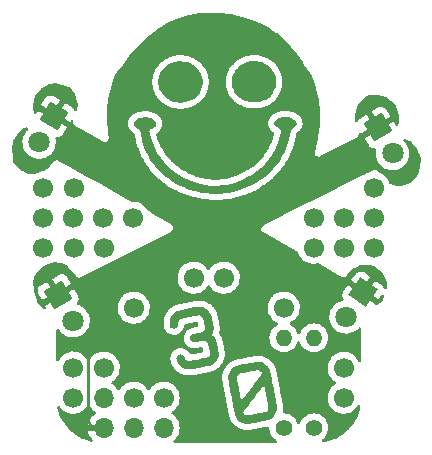
<source format=gbr>
%TF.GenerationSoftware,KiCad,Pcbnew,(6.0.5)*%
%TF.CreationDate,2022-07-12T12:17:59-06:00*%
%TF.ProjectId,jack,6a61636b-2e6b-4696-9361-645f70636258,rev?*%
%TF.SameCoordinates,PX7dfd6b0PY631d890*%
%TF.FileFunction,Copper,L1,Top*%
%TF.FilePolarity,Positive*%
%FSLAX46Y46*%
G04 Gerber Fmt 4.6, Leading zero omitted, Abs format (unit mm)*
G04 Created by KiCad (PCBNEW (6.0.5)) date 2022-07-12 12:17:59*
%MOMM*%
%LPD*%
G01*
G04 APERTURE LIST*
G04 Aperture macros list*
%AMRotRect*
0 Rectangle, with rotation*
0 The origin of the aperture is its center*
0 $1 length*
0 $2 width*
0 $3 Rotation angle, in degrees counterclockwise*
0 Add horizontal line*
21,1,$1,$2,0,0,$3*%
G04 Aperture macros list end*
%TA.AperFunction,ComponentPad*%
%ADD10RotRect,1.800000X1.800000X235.000000*%
%TD*%
%TA.AperFunction,ComponentPad*%
%ADD11C,1.800000*%
%TD*%
%TA.AperFunction,ComponentPad*%
%ADD12O,1.700000X1.700000*%
%TD*%
%TA.AperFunction,ComponentPad*%
%ADD13C,1.700000*%
%TD*%
%TA.AperFunction,ComponentPad*%
%ADD14RotRect,1.800000X1.800000X300.000000*%
%TD*%
%TA.AperFunction,ComponentPad*%
%ADD15RotRect,1.800000X1.800000X240.000000*%
%TD*%
%TA.AperFunction,ComponentPad*%
%ADD16C,1.400000*%
%TD*%
%TA.AperFunction,ComponentPad*%
%ADD17O,1.400000X1.400000*%
%TD*%
%TA.AperFunction,Conductor*%
%ADD18C,0.250000*%
%TD*%
G04 APERTURE END LIST*
%TO.C,G\u002A\u002A\u002A*%
G36*
X13217496Y12760397D02*
G01*
X13290007Y12752875D01*
X13358122Y12739433D01*
X13426462Y12720472D01*
X13427086Y12720279D01*
X13573093Y12659572D01*
X13720172Y12570677D01*
X13858586Y12461646D01*
X13978596Y12340532D01*
X14070465Y12215388D01*
X14096988Y12166344D01*
X14112890Y12120771D01*
X14134756Y12040406D01*
X14161115Y11932168D01*
X14190498Y11802979D01*
X14221436Y11659757D01*
X14252458Y11509422D01*
X14282095Y11358893D01*
X14308878Y11215092D01*
X14331336Y11084936D01*
X14344127Y11002718D01*
X14346339Y10870505D01*
X14319461Y10719304D01*
X14265481Y10558923D01*
X14244505Y10510931D01*
X14176599Y10363608D01*
X14239121Y10319708D01*
X14337302Y10238142D01*
X14429332Y10139380D01*
X14502030Y10038289D01*
X14523476Y9999025D01*
X14545840Y9938678D01*
X14573181Y9841674D01*
X14604351Y9713283D01*
X14638199Y9558771D01*
X14673576Y9383407D01*
X14709331Y9192459D01*
X14744316Y8991193D01*
X14747099Y8974489D01*
X14763747Y8865003D01*
X14771497Y8783260D01*
X14770773Y8715673D01*
X14761997Y8648653D01*
X14757930Y8626990D01*
X14702326Y8440470D01*
X14613471Y8262564D01*
X14497032Y8100221D01*
X14358678Y7960391D01*
X14204079Y7850020D01*
X14073377Y7787924D01*
X14027043Y7774286D01*
X13944661Y7753841D01*
X13831782Y7727815D01*
X13693957Y7697435D01*
X13536737Y7663926D01*
X13365674Y7628514D01*
X13204033Y7595943D01*
X12965010Y7549098D01*
X12762762Y7511301D01*
X12592756Y7482194D01*
X12450457Y7461413D01*
X12331332Y7448599D01*
X12230844Y7443388D01*
X12144461Y7445420D01*
X12067649Y7454333D01*
X11995871Y7469767D01*
X11924596Y7491359D01*
X11918407Y7493469D01*
X11726766Y7580285D01*
X11556397Y7699521D01*
X11411759Y7846300D01*
X11297315Y8015744D01*
X11217525Y8202975D01*
X11195921Y8283492D01*
X11181046Y8405452D01*
X11198479Y8506912D01*
X11250453Y8597214D01*
X11278568Y8629337D01*
X11375989Y8705563D01*
X11481488Y8743528D01*
X11588877Y8744864D01*
X11691968Y8711204D01*
X11784575Y8644183D01*
X11860509Y8545433D01*
X11897649Y8465936D01*
X11953452Y8348984D01*
X12023828Y8266343D01*
X12115795Y8210635D01*
X12154092Y8196231D01*
X12193557Y8184072D01*
X12230021Y8176882D01*
X12271238Y8175197D01*
X12324958Y8179553D01*
X12398936Y8190487D01*
X12500923Y8208534D01*
X12600838Y8227133D01*
X12895170Y8283057D01*
X13151769Y8333362D01*
X13369979Y8377904D01*
X13549140Y8416539D01*
X13688594Y8449124D01*
X13787684Y8475517D01*
X13845750Y8495573D01*
X13854501Y8499994D01*
X13925281Y8558836D01*
X13987797Y8640745D01*
X14027955Y8726826D01*
X14030446Y8735913D01*
X14030396Y8772210D01*
X14022716Y8842100D01*
X14008844Y8937786D01*
X13990214Y9051475D01*
X13968262Y9175369D01*
X13944423Y9301675D01*
X13920134Y9422597D01*
X13896829Y9530339D01*
X13875945Y9617106D01*
X13858917Y9675103D01*
X13856118Y9682520D01*
X13806411Y9757098D01*
X13726553Y9822931D01*
X13628760Y9870618D01*
X13600534Y9879251D01*
X13562940Y9886719D01*
X13519601Y9888862D01*
X13463396Y9884878D01*
X13387207Y9873967D01*
X13283911Y9855329D01*
X13146780Y9828243D01*
X13018531Y9803620D01*
X12896352Y9782461D01*
X12789728Y9766239D01*
X12708145Y9756428D01*
X12669996Y9754161D01*
X12552116Y9772992D01*
X12453874Y9825606D01*
X12379848Y9906185D01*
X12334614Y10008911D01*
X12322751Y10127966D01*
X12329764Y10186633D01*
X12364857Y10275658D01*
X12429789Y10359032D01*
X12512990Y10422132D01*
X12518354Y10424977D01*
X12559351Y10439706D01*
X12634193Y10460408D01*
X12735097Y10485173D01*
X12854278Y10512091D01*
X12983953Y10539254D01*
X12986002Y10539666D01*
X13149421Y10574204D01*
X13280260Y10605403D01*
X13375687Y10632515D01*
X13432869Y10654789D01*
X13442498Y10660676D01*
X13504628Y10720598D01*
X13561624Y10798589D01*
X13600497Y10876069D01*
X13606341Y10895046D01*
X13606350Y10931846D01*
X13598606Y11002116D01*
X13584586Y11097971D01*
X13565768Y11211531D01*
X13543627Y11334912D01*
X13519642Y11460232D01*
X13495288Y11579609D01*
X13472042Y11685161D01*
X13451382Y11769004D01*
X13434784Y11823256D01*
X13430613Y11832997D01*
X13374521Y11908473D01*
X13292389Y11975083D01*
X13200356Y12019947D01*
X13193807Y12021986D01*
X13168638Y12027367D01*
X13136241Y12029356D01*
X13092291Y12027305D01*
X13032462Y12020566D01*
X12952430Y12008492D01*
X12847871Y11990436D01*
X12714458Y11965748D01*
X12547868Y11933781D01*
X12360544Y11897183D01*
X12151151Y11855291D01*
X11965580Y11816607D01*
X11807222Y11781902D01*
X11679467Y11751951D01*
X11585705Y11727528D01*
X11529326Y11709405D01*
X11520602Y11705515D01*
X11444539Y11655236D01*
X11390395Y11589482D01*
X11354544Y11500843D01*
X11333362Y11381907D01*
X11327233Y11310228D01*
X11315755Y11192411D01*
X11295678Y11106156D01*
X11261959Y11040807D01*
X11209552Y10985706D01*
X11153823Y10943924D01*
X11103494Y10915075D01*
X11051408Y10901934D01*
X10980093Y10900868D01*
X10953619Y10902279D01*
X10832757Y10923281D01*
X10741088Y10971710D01*
X10672843Y11051062D01*
X10655255Y11083060D01*
X10637312Y11127486D01*
X10625516Y11180979D01*
X10618748Y11253004D01*
X10615887Y11353024D01*
X10615571Y11418229D01*
X10616019Y11526842D01*
X10618827Y11604617D01*
X10626196Y11663081D01*
X10640323Y11713765D01*
X10663409Y11768198D01*
X10694364Y11831323D01*
X10809105Y12027227D01*
X10939820Y12185472D01*
X11089234Y12308642D01*
X11260067Y12399324D01*
X11314654Y12420142D01*
X11365017Y12434617D01*
X11451288Y12455775D01*
X11567753Y12482363D01*
X11708700Y12513133D01*
X11868416Y12546834D01*
X12041189Y12582217D01*
X12198560Y12613568D01*
X12431265Y12658727D01*
X12627219Y12695156D01*
X12791044Y12723257D01*
X12927362Y12743429D01*
X13040795Y12756076D01*
X13135966Y12761598D01*
X13217496Y12760397D01*
G37*
G36*
X16045035Y4132130D02*
G01*
X16003949Y4338657D01*
X15957130Y4578753D01*
X15903700Y4855460D01*
X15865640Y5053122D01*
X15805182Y5367918D01*
X15752594Y5644155D01*
X15707525Y5884839D01*
X15669618Y6092972D01*
X15638521Y6271560D01*
X15613880Y6423606D01*
X15595341Y6552115D01*
X15582549Y6660091D01*
X15575152Y6750538D01*
X15574785Y6762345D01*
X16303561Y6762345D01*
X16307485Y6716465D01*
X16318298Y6638288D01*
X16334555Y6537058D01*
X16354817Y6422021D01*
X16365840Y6363044D01*
X16387500Y6249199D01*
X16415072Y6103960D01*
X16446614Y5937568D01*
X16480187Y5760265D01*
X16513849Y5582291D01*
X16536136Y5464337D01*
X16570575Y5281898D01*
X16598093Y5136998D01*
X16619756Y5025563D01*
X16636627Y4943522D01*
X16649772Y4886803D01*
X16660255Y4851334D01*
X16669140Y4833043D01*
X16677492Y4827859D01*
X16686376Y4831710D01*
X16696857Y4840524D01*
X16698803Y4842165D01*
X16722339Y4867625D01*
X16766074Y4920241D01*
X16824650Y4993377D01*
X16892710Y5080396D01*
X16926274Y5123972D01*
X16979974Y5194034D01*
X17055823Y5292991D01*
X17150196Y5416114D01*
X17259467Y5558673D01*
X17380011Y5715936D01*
X17508200Y5883175D01*
X17640410Y6055658D01*
X17747368Y6195196D01*
X17872825Y6359171D01*
X17990962Y6514162D01*
X18099150Y6656680D01*
X18194758Y6783231D01*
X18275157Y6890325D01*
X18337717Y6974471D01*
X18379809Y7032177D01*
X18398804Y7059953D01*
X18399066Y7060430D01*
X18416128Y7128895D01*
X18393034Y7198147D01*
X18328902Y7270783D01*
X18327204Y7272280D01*
X18240457Y7334160D01*
X18148009Y7367826D01*
X18039263Y7375598D01*
X17917202Y7362124D01*
X17831199Y7347193D01*
X17718670Y7326777D01*
X17586305Y7302173D01*
X17440793Y7274679D01*
X17288825Y7245591D01*
X17137088Y7216205D01*
X16992275Y7187820D01*
X16861073Y7161732D01*
X16750173Y7139238D01*
X16666265Y7121635D01*
X16616037Y7110220D01*
X16610802Y7108844D01*
X16491862Y7058844D01*
X16397567Y6984407D01*
X16333336Y6891643D01*
X16304586Y6786665D01*
X16303561Y6762345D01*
X15574785Y6762345D01*
X15572795Y6826460D01*
X15575124Y6890863D01*
X15581785Y6946749D01*
X15592425Y6997123D01*
X15606690Y7044989D01*
X15624226Y7093352D01*
X15625063Y7095529D01*
X15698452Y7248578D01*
X15795422Y7395191D01*
X15908788Y7527421D01*
X16031364Y7637319D01*
X16155963Y7716937D01*
X16207228Y7739456D01*
X16258944Y7754804D01*
X16346517Y7776272D01*
X16464064Y7802720D01*
X16605700Y7833006D01*
X16765540Y7865990D01*
X16937700Y7900530D01*
X17116296Y7935486D01*
X17295443Y7969716D01*
X17469257Y8002080D01*
X17631854Y8031437D01*
X17777349Y8056646D01*
X17899858Y8076565D01*
X17993497Y8090055D01*
X18043008Y8095402D01*
X18243630Y8089661D01*
X18437586Y8042414D01*
X18623551Y7954185D01*
X18800202Y7825497D01*
X18857521Y7772992D01*
X18916043Y7714281D01*
X18965422Y7657934D01*
X19007463Y7599018D01*
X19043975Y7532598D01*
X19076762Y7453739D01*
X19107632Y7357507D01*
X19138390Y7238968D01*
X19170844Y7093186D01*
X19206799Y6915228D01*
X19245705Y6712611D01*
X19278083Y6541701D01*
X19316611Y6338347D01*
X19359550Y6111730D01*
X19405159Y5871033D01*
X19451699Y5625440D01*
X19497430Y5384132D01*
X19540612Y5156293D01*
X19545904Y5128370D01*
X19587815Y4906870D01*
X19622361Y4722761D01*
X19650143Y4571820D01*
X19671758Y4449824D01*
X19687806Y4352550D01*
X19698885Y4275774D01*
X19705596Y4215276D01*
X19708536Y4166831D01*
X19708305Y4126216D01*
X19705503Y4089209D01*
X19700726Y4051587D01*
X19699681Y4044270D01*
X19652380Y3853632D01*
X19569572Y3672043D01*
X19456484Y3505989D01*
X19318345Y3361957D01*
X19160382Y3246431D01*
X18993141Y3167734D01*
X18936313Y3151528D01*
X18843898Y3129511D01*
X18722096Y3102852D01*
X18577110Y3072718D01*
X18415141Y3040278D01*
X18242392Y3006699D01*
X18065064Y2973150D01*
X17889358Y2940800D01*
X17721478Y2910815D01*
X17567624Y2884364D01*
X17433998Y2862616D01*
X17326803Y2846738D01*
X17252240Y2837898D01*
X17235671Y2836716D01*
X17141552Y2835472D01*
X17049453Y2839855D01*
X16981459Y2848562D01*
X16858931Y2886263D01*
X16723076Y2948120D01*
X16588226Y3026190D01*
X16468708Y3112531D01*
X16410063Y3165257D01*
X16369376Y3206156D01*
X16333479Y3244132D01*
X16301496Y3282225D01*
X16272548Y3323477D01*
X16245760Y3370929D01*
X16220254Y3427621D01*
X16195153Y3496595D01*
X16169581Y3580892D01*
X16142660Y3683553D01*
X16113513Y3807619D01*
X16106858Y3838268D01*
X16858809Y3838268D01*
X16862362Y3794567D01*
X16874767Y3760860D01*
X16922036Y3690949D01*
X16997110Y3625908D01*
X17085718Y3575566D01*
X17173587Y3549752D01*
X17182639Y3548828D01*
X17207707Y3552258D01*
X17269507Y3562760D01*
X17363155Y3579444D01*
X17483769Y3601423D01*
X17626467Y3627807D01*
X17786366Y3657709D01*
X17934682Y3685705D01*
X18107931Y3718779D01*
X18270242Y3750213D01*
X18416332Y3778948D01*
X18540922Y3803929D01*
X18638732Y3824099D01*
X18704480Y3838401D01*
X18730693Y3844986D01*
X18800845Y3882991D01*
X18871797Y3946043D01*
X18928966Y4019713D01*
X18950302Y4062254D01*
X18964520Y4110925D01*
X18970649Y4166038D01*
X18968197Y4235259D01*
X18956671Y4326254D01*
X18935578Y4446688D01*
X18920654Y4523547D01*
X18902958Y4613910D01*
X18879044Y4737676D01*
X18850489Y4886600D01*
X18818868Y5052438D01*
X18785756Y5226948D01*
X18752729Y5401885D01*
X18748949Y5421968D01*
X18718637Y5581455D01*
X18690198Y5728027D01*
X18664712Y5856347D01*
X18643261Y5961079D01*
X18626926Y6036889D01*
X18616789Y6078438D01*
X18614758Y6084188D01*
X18596143Y6100286D01*
X18565798Y6084188D01*
X18547340Y6063159D01*
X18505935Y6011868D01*
X18444255Y5933798D01*
X18364971Y5832434D01*
X18270754Y5711259D01*
X18164276Y5573758D01*
X18048207Y5423414D01*
X17925221Y5263710D01*
X17797987Y5098132D01*
X17669177Y4930162D01*
X17541463Y4763286D01*
X17417516Y4600986D01*
X17300007Y4446747D01*
X17191608Y4304052D01*
X17094991Y4176385D01*
X17012825Y4067231D01*
X16947784Y3980073D01*
X16902537Y3918396D01*
X16879758Y3885682D01*
X16878714Y3883959D01*
X16858809Y3838268D01*
X16106858Y3838268D01*
X16081264Y3956131D01*
X16045035Y4132130D01*
G37*
G36*
X17986503Y33538339D02*
G01*
X18204813Y33506020D01*
X18412410Y33447899D01*
X18622679Y33360949D01*
X18667965Y33338973D01*
X18898239Y33201493D01*
X19103180Y33031783D01*
X19279734Y32833653D01*
X19424844Y32610911D01*
X19535457Y32367368D01*
X19590046Y32189274D01*
X19616265Y32037447D01*
X19627692Y31862469D01*
X19624726Y31679165D01*
X19607768Y31502362D01*
X19577218Y31346883D01*
X19566288Y31309207D01*
X19470079Y31067700D01*
X19341104Y30841933D01*
X19184454Y30639563D01*
X19009326Y30471588D01*
X18889066Y30386087D01*
X18740644Y30300255D01*
X18577681Y30220777D01*
X18413797Y30154341D01*
X18273703Y30110432D01*
X18139078Y30084015D01*
X17979675Y30065734D01*
X17808976Y30056041D01*
X17640462Y30055387D01*
X17487615Y30064225D01*
X17376183Y30080336D01*
X17098951Y30157311D01*
X16841042Y30268139D01*
X16606357Y30410542D01*
X16398798Y30582244D01*
X16261580Y30730950D01*
X16181763Y30842034D01*
X16101392Y30977291D01*
X16026902Y31123724D01*
X15964731Y31268336D01*
X15921313Y31398131D01*
X15911842Y31437167D01*
X15883566Y31659696D01*
X15887130Y31896958D01*
X15920716Y32137953D01*
X15982507Y32371679D01*
X16070686Y32587134D01*
X16115499Y32670121D01*
X16186599Y32772156D01*
X16284618Y32886412D01*
X16399959Y33003620D01*
X16523026Y33114513D01*
X16644221Y33209822D01*
X16738046Y33271340D01*
X16961150Y33387185D01*
X17175649Y33469225D01*
X17393446Y33520731D01*
X17626443Y33544977D01*
X17744095Y33547883D01*
X17986503Y33538339D01*
G37*
G36*
X20545714Y28827222D02*
G01*
X20768728Y28785797D01*
X20895864Y28742819D01*
X21048355Y28675437D01*
X21164027Y28608295D01*
X21248165Y28536872D01*
X21306050Y28456644D01*
X21342965Y28363088D01*
X21344055Y28359096D01*
X21355403Y28245032D01*
X21325551Y28139598D01*
X21254356Y28042527D01*
X21141676Y27953551D01*
X21122994Y27941973D01*
X21044484Y27889432D01*
X20981681Y27832972D01*
X20931295Y27766080D01*
X20890036Y27682240D01*
X20854615Y27574939D01*
X20821743Y27437661D01*
X20792367Y27287194D01*
X20725476Y26957567D01*
X20649980Y26657669D01*
X20562112Y26375139D01*
X20458103Y26097613D01*
X20360456Y25870255D01*
X20163991Y25483660D01*
X19928901Y25105723D01*
X19658614Y24739924D01*
X19356556Y24389741D01*
X19026155Y24058652D01*
X18670836Y23750135D01*
X18294026Y23467669D01*
X17899153Y23214732D01*
X17564028Y23031670D01*
X17181426Y22856366D01*
X16770961Y22701218D01*
X16343749Y22569772D01*
X15910904Y22465575D01*
X15625325Y22413099D01*
X15546243Y22401610D01*
X15441715Y22388112D01*
X15318954Y22373364D01*
X15185168Y22358127D01*
X15047569Y22343161D01*
X14913367Y22329227D01*
X14789773Y22317085D01*
X14683997Y22307494D01*
X14603250Y22301215D01*
X14554742Y22299008D01*
X14546531Y22299361D01*
X14508949Y22302437D01*
X14443992Y22306381D01*
X14375788Y22309853D01*
X14241697Y22318382D01*
X14078481Y22332312D01*
X13898835Y22350259D01*
X13715454Y22370838D01*
X13541036Y22392666D01*
X13388275Y22414358D01*
X13327164Y22424181D01*
X12794850Y22534180D01*
X12283855Y22680461D01*
X11794688Y22862725D01*
X11327855Y23080676D01*
X10883864Y23334016D01*
X10463223Y23622448D01*
X10066439Y23945674D01*
X9694020Y24303398D01*
X9346474Y24695322D01*
X9254496Y24810115D01*
X8987220Y25184967D01*
X8752212Y25585055D01*
X8551142Y26006306D01*
X8385685Y26444647D01*
X8257510Y26896006D01*
X8168292Y27356308D01*
X8148245Y27504802D01*
X8134457Y27593664D01*
X8116950Y27671322D01*
X8098955Y27724122D01*
X8094414Y27732370D01*
X8057662Y27769332D01*
X7997697Y27811680D01*
X7951993Y27837485D01*
X7805876Y27926061D01*
X7697363Y28023241D01*
X7627172Y28126558D01*
X7596018Y28233540D01*
X7604620Y28341719D01*
X7653693Y28448625D01*
X7743954Y28551789D01*
X7744504Y28552286D01*
X7884952Y28652027D01*
X8052930Y28726315D01*
X8241720Y28774642D01*
X8444602Y28796496D01*
X8654858Y28791368D01*
X8865770Y28758747D01*
X9070617Y28698122D01*
X9162545Y28659968D01*
X9295999Y28583755D01*
X9389163Y28495489D01*
X9431858Y28423524D01*
X9458694Y28311592D01*
X9452007Y28192649D01*
X9414931Y28078964D01*
X9350600Y27982808D01*
X9309745Y27945554D01*
X9252818Y27909728D01*
X9173693Y27868936D01*
X9094813Y27834229D01*
X9023596Y27803565D01*
X8969162Y27771941D01*
X8930994Y27734456D01*
X8908577Y27686206D01*
X8901394Y27622291D01*
X8908930Y27537806D01*
X8930668Y27427850D01*
X8966093Y27287519D01*
X9014689Y27111913D01*
X9017675Y27101341D01*
X9171484Y26630493D01*
X9359712Y26184129D01*
X9582011Y25762714D01*
X9838034Y25366715D01*
X10127435Y24996600D01*
X10449865Y24652833D01*
X10804980Y24335882D01*
X11192431Y24046214D01*
X11382690Y23921458D01*
X11822991Y23668275D01*
X12272994Y23456035D01*
X12731871Y23284907D01*
X13198799Y23155060D01*
X13672953Y23066665D01*
X14153508Y23019891D01*
X14639638Y23014908D01*
X15130519Y23051886D01*
X15413820Y23092084D01*
X15868898Y23188408D01*
X16317844Y23324211D01*
X16756581Y23497263D01*
X17181036Y23705331D01*
X17587134Y23946185D01*
X17970800Y24217592D01*
X18327960Y24517321D01*
X18654540Y24843141D01*
X18697274Y24890358D01*
X18993017Y25249832D01*
X19258639Y25631347D01*
X19491872Y26030476D01*
X19690445Y26442791D01*
X19852087Y26863867D01*
X19974530Y27289276D01*
X20010274Y27450980D01*
X20032053Y27567667D01*
X20039828Y27652132D01*
X20029707Y27713298D01*
X19997799Y27760085D01*
X19940213Y27801416D01*
X19853056Y27846214D01*
X19833903Y27855346D01*
X19688502Y27939186D01*
X19578842Y28033712D01*
X19505648Y28135527D01*
X19469645Y28241233D01*
X19471558Y28347434D01*
X19512113Y28450732D01*
X19592034Y28547729D01*
X19672701Y28610663D01*
X19875743Y28720806D01*
X20093044Y28794058D01*
X20318427Y28829753D01*
X20545714Y28827222D01*
G37*
G36*
X11855152Y33517052D02*
G01*
X12124487Y33455252D01*
X12379335Y33357115D01*
X12414566Y33339941D01*
X12615846Y33222051D01*
X12807156Y33077633D01*
X12979403Y32914864D01*
X13123490Y32741922D01*
X13187841Y32644760D01*
X13292423Y32431600D01*
X13365764Y32197725D01*
X13405786Y31953151D01*
X13410413Y31707895D01*
X13401897Y31611910D01*
X13351672Y31346416D01*
X13267321Y31103675D01*
X13146866Y30879834D01*
X12988329Y30671037D01*
X12842270Y30521082D01*
X12660157Y30377501D01*
X12445945Y30254899D01*
X12205737Y30155934D01*
X11945636Y30083262D01*
X11760915Y30050274D01*
X11652363Y30037088D01*
X11560175Y30031560D01*
X11467265Y30033656D01*
X11356549Y30043337D01*
X11303711Y30049295D01*
X11017164Y30102298D01*
X10750986Y30190997D01*
X10507222Y30313965D01*
X10287914Y30469777D01*
X10095106Y30657004D01*
X9930840Y30874221D01*
X9810031Y31092192D01*
X9750536Y31228629D01*
X9708744Y31353397D01*
X9681965Y31479548D01*
X9667506Y31620131D01*
X9662678Y31788198D01*
X9662621Y31807039D01*
X9667689Y31987826D01*
X9685442Y32141233D01*
X9718990Y32281150D01*
X9771440Y32421470D01*
X9825967Y32537151D01*
X9964149Y32765104D01*
X10136451Y32970378D01*
X10339367Y33149778D01*
X10569394Y33300108D01*
X10768089Y33396259D01*
X11027796Y33482118D01*
X11300048Y33530716D01*
X11578086Y33542284D01*
X11855152Y33517052D01*
G37*
%TD*%
D10*
%TO.P,D4,1,K*%
%TO.N,GND*%
X27001310Y13974419D03*
D11*
%TO.P,D4,2,A*%
%TO.N,Net-(D2-Pad2)*%
X25544426Y11893773D03*
%TD*%
D12*
%TO.P,X1,1,VCC*%
%TO.N,+3V3*%
X5020000Y5060000D03*
%TO.P,X1,2,GND*%
%TO.N,GND*%
X5020000Y2520000D03*
D13*
%TO.P,X1,3,SDA*%
%TO.N,unconnected-(X1-Pad3)*%
X7560000Y5060000D03*
D12*
%TO.P,X1,4,SCL*%
%TO.N,unconnected-(X1-Pad4)*%
X7560000Y2520000D03*
D13*
%TO.P,X1,5,GPIO1*%
%TO.N,unconnected-(X1-Pad5)*%
X10100000Y5060000D03*
D12*
%TO.P,X1,6,GPIO2*%
%TO.N,unconnected-(X1-Pad6)*%
X10100000Y2520000D03*
%TD*%
D13*
%TO.P,G\u002A\u002A\u002A,1*%
%TO.N,N/C*%
X27885807Y20307834D03*
X25345807Y7582434D03*
X5000407Y20307834D03*
X15185807Y15227834D03*
X2485807Y22847834D03*
X5025807Y7607834D03*
X-79593Y17767834D03*
X7565807Y12687834D03*
X20265807Y12687834D03*
X5025807Y17767834D03*
X2460407Y7607834D03*
X25345807Y20307834D03*
X27885807Y17767834D03*
X27885807Y22847834D03*
X22805807Y20307834D03*
X22805807Y17767834D03*
X-79593Y20307834D03*
X12645807Y15227834D03*
X2485807Y17767834D03*
X2460407Y20307834D03*
X25345807Y5067834D03*
X-79593Y22847834D03*
X2460407Y5067834D03*
X25345807Y17767834D03*
X7540407Y20307834D03*
%TD*%
D14*
%TO.P,D2,1,K*%
%TO.N,GND*%
X28212500Y27934182D03*
D11*
%TO.P,D2,2,A*%
%TO.N,Net-(D2-Pad2)*%
X29482500Y25734477D03*
%TD*%
D14*
%TO.P,D3,1,K*%
%TO.N,GND*%
X1168690Y13774419D03*
D11*
%TO.P,D3,2,A*%
%TO.N,Net-(D1-Pad2)*%
X2438690Y11574714D03*
%TD*%
D15*
%TO.P,D1,1,K*%
%TO.N,GND*%
X827500Y28894182D03*
D11*
%TO.P,D1,2,A*%
%TO.N,Net-(D1-Pad2)*%
X-442500Y26694477D03*
%TD*%
D16*
%TO.P,R2,1*%
%TO.N,+3V3*%
X22810000Y2520000D03*
D17*
%TO.P,R2,2*%
%TO.N,Net-(D2-Pad2)*%
X22810000Y10140000D03*
%TD*%
D16*
%TO.P,R1,1*%
%TO.N,+3V3*%
X20270000Y2520000D03*
D17*
%TO.P,R1,2*%
%TO.N,Net-(D1-Pad2)*%
X20270000Y10140000D03*
%TD*%
D18*
%TO.N,GND*%
X4370000Y2520000D02*
G75*
G02*
X3720000Y3170000I0J650000D01*
G01*
X3720000Y3170000D02*
X3720000Y9070000D01*
X4370000Y2520000D02*
X5020000Y2520000D01*
%TD*%
%TA.AperFunction,Conductor*%
%TO.N,GND*%
G36*
X14479803Y37662708D02*
G01*
X14486691Y37662397D01*
X14894486Y37632791D01*
X15166631Y37613034D01*
X15175649Y37612051D01*
X15438560Y37573784D01*
X15863170Y37511981D01*
X15870510Y37510690D01*
X16367561Y37408023D01*
X16375205Y37406194D01*
X17102958Y37207852D01*
X17112387Y37204879D01*
X17797503Y36958899D01*
X17807082Y36955009D01*
X17985436Y36873889D01*
X18453888Y36660826D01*
X18463422Y36655991D01*
X19072708Y36313794D01*
X19081956Y36308060D01*
X19654555Y35917736D01*
X19663329Y35911178D01*
X20199929Y35472384D01*
X20208057Y35465128D01*
X20709232Y34977242D01*
X20716557Y34969481D01*
X21182628Y34431729D01*
X21189063Y34423659D01*
X21366552Y34181336D01*
X21620032Y33835263D01*
X21625536Y33827096D01*
X21864345Y33440901D01*
X22026958Y33177927D01*
X22029485Y33173654D01*
X22033752Y33166102D01*
X22034469Y33164814D01*
X22050626Y33135366D01*
X22050630Y33135360D01*
X22052964Y33131106D01*
X22055064Y33128379D01*
X22055232Y33128082D01*
X22121621Y33041920D01*
X22121665Y33041888D01*
X22121763Y33041777D01*
X22274974Y32842849D01*
X22526107Y32516779D01*
X22539399Y32495398D01*
X22539540Y32495110D01*
X22539543Y32495105D01*
X22543498Y32487044D01*
X22561873Y32466944D01*
X22586696Y32426589D01*
X22898076Y31605077D01*
X22901481Y31594774D01*
X23211259Y30501438D01*
X23236654Y30411810D01*
X23241004Y30387772D01*
X23348956Y29072727D01*
X23349422Y29067047D01*
X23349786Y29052931D01*
X23321529Y28120451D01*
X23320206Y28076792D01*
X23319066Y28063277D01*
X23265573Y27678122D01*
X23171039Y26997482D01*
X23168074Y26982695D01*
X23080210Y26649418D01*
X22880000Y25890000D01*
X22882198Y25876812D01*
X22882198Y25876811D01*
X22914400Y25683599D01*
X22920000Y25650000D01*
X22932589Y25636442D01*
X22932590Y25636441D01*
X23027587Y25534137D01*
X23050000Y25510000D01*
X23065710Y25505091D01*
X23065711Y25505090D01*
X23134851Y25483484D01*
X23210000Y25460000D01*
X23225535Y25463107D01*
X23225536Y25463107D01*
X23267598Y25471520D01*
X23360000Y25490000D01*
X26430000Y27030000D01*
X26600000Y27170000D01*
X26635860Y27403091D01*
X26665988Y27467378D01*
X26726089Y27505172D01*
X26797082Y27504473D01*
X26847344Y27475123D01*
X26868574Y27454881D01*
X26870382Y27454532D01*
X26877869Y27456925D01*
X27849841Y28018095D01*
X27860801Y28029590D01*
X27861150Y28031398D01*
X27858757Y28038885D01*
X27297588Y29010858D01*
X27286093Y29021818D01*
X27284286Y29022166D01*
X27276798Y29019773D01*
X26690389Y28681208D01*
X26684678Y28677485D01*
X26643383Y28647263D01*
X26631989Y28636497D01*
X26550256Y28537169D01*
X26541021Y28521980D01*
X26528054Y28491653D01*
X26482882Y28436881D01*
X26415269Y28415225D01*
X26346681Y28433562D01*
X26298895Y28486069D01*
X26286970Y28527273D01*
X26275523Y28630291D01*
X26271885Y28663034D01*
X26272696Y28696852D01*
X26274845Y28710280D01*
X26338894Y29110585D01*
X26365408Y29276300D01*
X27732850Y29276300D01*
X27735243Y29268813D01*
X28296413Y28296841D01*
X28307908Y28285881D01*
X28309716Y28285532D01*
X28317203Y28287925D01*
X29289176Y28849094D01*
X29300136Y28860589D01*
X29300484Y28862396D01*
X29298091Y28869884D01*
X28959526Y29456293D01*
X28955803Y29462004D01*
X28925581Y29503299D01*
X28914815Y29514693D01*
X28815487Y29596426D01*
X28800294Y29605664D01*
X28683008Y29655812D01*
X28665846Y29660411D01*
X28539193Y29675625D01*
X28521421Y29675222D01*
X28394530Y29654102D01*
X28379514Y29649618D01*
X28332689Y29628966D01*
X28326613Y29625883D01*
X27744159Y29289603D01*
X27733199Y29278108D01*
X27732850Y29276300D01*
X26365408Y29276300D01*
X26387137Y29412104D01*
X26397795Y29446369D01*
X26681882Y30042952D01*
X26702761Y30073921D01*
X27115161Y30523812D01*
X27149436Y30550212D01*
X27306305Y30632635D01*
X27392073Y30677699D01*
X27456182Y30692038D01*
X28127514Y30662683D01*
X28138526Y30661715D01*
X28150072Y30660187D01*
X28168537Y30660610D01*
X28176914Y30660523D01*
X28192302Y30659850D01*
X28199987Y30660610D01*
X28204710Y30661077D01*
X28214227Y30661656D01*
X28217120Y30661722D01*
X28259556Y30662693D01*
X28266888Y30662647D01*
X28333301Y30660288D01*
X28359411Y30656598D01*
X28552483Y30608281D01*
X28910514Y30518681D01*
X28949592Y30501438D01*
X29391749Y30208037D01*
X29422145Y30179622D01*
X29580681Y29972454D01*
X29779327Y29712872D01*
X29786726Y29703203D01*
X29799914Y29681857D01*
X29835204Y29609485D01*
X29860471Y29557668D01*
X29867706Y29539304D01*
X29950454Y29268813D01*
X30030953Y29005678D01*
X30035701Y28990156D01*
X30041183Y28956041D01*
X30053542Y28388648D01*
X30053609Y28385559D01*
X30048877Y28348506D01*
X29982753Y28114856D01*
X29982152Y28112733D01*
X29944356Y28052633D01*
X29880067Y28022508D01*
X29809698Y28031923D01*
X29755589Y28077887D01*
X29751795Y28084044D01*
X29567921Y28402524D01*
X29556426Y28413484D01*
X29554619Y28413832D01*
X29547131Y28411439D01*
X28119530Y27587212D01*
X27135824Y27019270D01*
X27124864Y27007775D01*
X27124516Y27005968D01*
X27126909Y26998480D01*
X27465474Y26412071D01*
X27469197Y26406360D01*
X27499419Y26365065D01*
X27510185Y26353671D01*
X27609513Y26271938D01*
X27624706Y26262700D01*
X27741992Y26212552D01*
X27759154Y26207953D01*
X27885807Y26192739D01*
X27903580Y26193142D01*
X27964881Y26203345D01*
X28035361Y26194799D01*
X28090032Y26149504D01*
X28111536Y26081842D01*
X28106984Y26045382D01*
X28095587Y26004288D01*
X28095585Y26004276D01*
X28094207Y25999308D01*
X28069595Y25769008D01*
X28069892Y25763855D01*
X28069892Y25763852D01*
X28081572Y25561287D01*
X28082927Y25537780D01*
X28084064Y25532734D01*
X28084065Y25532728D01*
X28109494Y25419893D01*
X28133846Y25311835D01*
X28135788Y25307053D01*
X28135789Y25307049D01*
X28203621Y25140000D01*
X28220984Y25097240D01*
X28273710Y25011199D01*
X28318117Y24938734D01*
X28342001Y24899758D01*
X28493647Y24724693D01*
X28671849Y24576747D01*
X28871822Y24459893D01*
X28876647Y24458051D01*
X28876648Y24458050D01*
X28892748Y24451902D01*
X29088194Y24377268D01*
X29093260Y24376237D01*
X29093261Y24376237D01*
X29121302Y24370532D01*
X29315156Y24331092D01*
X29445824Y24326301D01*
X29541449Y24322794D01*
X29541453Y24322794D01*
X29546613Y24322605D01*
X29551733Y24323261D01*
X29551735Y24323261D01*
X29648756Y24335690D01*
X29776347Y24352035D01*
X29781295Y24353520D01*
X29781302Y24353521D01*
X29993247Y24417108D01*
X29998190Y24418591D01*
X30013134Y24425912D01*
X30201549Y24518215D01*
X30201552Y24518217D01*
X30206184Y24520486D01*
X30394743Y24654983D01*
X30558803Y24818472D01*
X30569174Y24832904D01*
X30584689Y24854496D01*
X30693958Y25006560D01*
X30697360Y25013442D01*
X30794284Y25209555D01*
X30794285Y25209557D01*
X30796578Y25214197D01*
X30863908Y25435806D01*
X30894140Y25665436D01*
X30895827Y25734477D01*
X30889499Y25811450D01*
X30877273Y25960159D01*
X30877272Y25960165D01*
X30876849Y25965310D01*
X30835652Y26129322D01*
X30821684Y26184933D01*
X30821683Y26184937D01*
X30820425Y26189944D01*
X30813905Y26204940D01*
X30730130Y26397609D01*
X30730128Y26397612D01*
X30728070Y26402346D01*
X30602264Y26596812D01*
X30598782Y26600639D01*
X30449868Y26764294D01*
X30449865Y26764297D01*
X30446387Y26768119D01*
X30442326Y26771326D01*
X30440844Y26772708D01*
X30404663Y26833794D01*
X30407251Y26904743D01*
X30447787Y26963030D01*
X30513400Y26990149D01*
X30557333Y26987099D01*
X30599713Y26976503D01*
X30632526Y26963167D01*
X30732909Y26904743D01*
X31111820Y26684212D01*
X31142755Y26658864D01*
X31515719Y26237850D01*
X31536779Y26204940D01*
X31543361Y26189944D01*
X31761192Y25693661D01*
X31769654Y25666267D01*
X31855391Y25209555D01*
X31857113Y25200380D01*
X31859109Y25170643D01*
X31830583Y24617595D01*
X31828526Y24577722D01*
X31824067Y24550388D01*
X31717896Y24169478D01*
X31668965Y23993928D01*
X31655959Y23963474D01*
X31480491Y23667685D01*
X31454431Y23636568D01*
X30980099Y23227341D01*
X30934612Y23202243D01*
X30253173Y22994025D01*
X30226270Y22988916D01*
X29886248Y22962072D01*
X29835119Y22968613D01*
X29594017Y23052071D01*
X29265509Y23165786D01*
X29207679Y23206971D01*
X29184522Y23254157D01*
X29177502Y23282105D01*
X29177497Y23282120D01*
X29176238Y23287132D01*
X29087161Y23491994D01*
X28993632Y23636568D01*
X28968629Y23675217D01*
X28968627Y23675220D01*
X28965821Y23679557D01*
X28815477Y23844783D01*
X28811426Y23847982D01*
X28811422Y23847986D01*
X28644221Y23980034D01*
X28644217Y23980036D01*
X28640166Y23983236D01*
X28620798Y23993928D01*
X28530769Y24043626D01*
X28444596Y24091196D01*
X28439723Y24092921D01*
X28439720Y24092923D01*
X28359325Y24121392D01*
X28301788Y24162986D01*
X28296839Y24169834D01*
X28291695Y24177480D01*
X28290000Y24180000D01*
X28150000Y24350000D01*
X27920000Y24360000D01*
X27742324Y24261291D01*
X27737630Y24258811D01*
X27573784Y24176619D01*
X27556432Y24169478D01*
X27362479Y24106084D01*
X27362477Y24106083D01*
X27357563Y24104477D01*
X27327250Y24088697D01*
X27179554Y24011811D01*
X27159414Y24001327D01*
X27155281Y23998224D01*
X27155278Y23998222D01*
X27136460Y23984093D01*
X27037731Y23909965D01*
X27018586Y23898108D01*
X22529350Y21646114D01*
X22499840Y21636711D01*
X22500043Y21635860D01*
X22495013Y21634662D01*
X22489898Y21633879D01*
X22484979Y21632271D01*
X22484978Y21632271D01*
X22445847Y21619481D01*
X22277563Y21564477D01*
X22079414Y21461327D01*
X22075281Y21458224D01*
X22075278Y21458222D01*
X22055319Y21443236D01*
X21924236Y21344816D01*
X21905091Y21332959D01*
X18610000Y19680000D01*
X18566165Y19656090D01*
X18512530Y19626835D01*
X18512529Y19626834D01*
X18500000Y19620000D01*
X18491704Y19608385D01*
X18409488Y19493284D01*
X18409487Y19493282D01*
X18400000Y19480000D01*
X18380000Y19290000D01*
X18450000Y19130000D01*
X18529395Y19077070D01*
X18658079Y18991280D01*
X18658092Y18991272D01*
X18660000Y18990000D01*
X21455980Y17408524D01*
X21505425Y17357577D01*
X21510686Y17346264D01*
X21589073Y17153218D01*
X21705794Y16962746D01*
X21852057Y16793896D01*
X22023933Y16651202D01*
X22216807Y16538496D01*
X22221632Y16536654D01*
X22221633Y16536653D01*
X22294419Y16508859D01*
X22425499Y16458804D01*
X22430567Y16457773D01*
X22430570Y16457772D01*
X22501978Y16443244D01*
X22644404Y16414267D01*
X22649579Y16414077D01*
X22649581Y16414077D01*
X22862480Y16406270D01*
X22862484Y16406270D01*
X22867644Y16406081D01*
X22872764Y16406737D01*
X22872766Y16406737D01*
X22941960Y16415601D01*
X23089223Y16434466D01*
X23094175Y16435952D01*
X23094181Y16435953D01*
X23095807Y16436441D01*
X23096495Y16436445D01*
X23099233Y16437027D01*
X23099353Y16436462D01*
X23166802Y16436859D01*
X23194049Y16425428D01*
X25016805Y15394432D01*
X25060000Y15370000D01*
X25310000Y15250000D01*
X25452098Y15273683D01*
X25472133Y15277022D01*
X25472134Y15277022D01*
X25490000Y15280000D01*
X25498946Y15289999D01*
X25498947Y15289999D01*
X25660000Y15470000D01*
X26055987Y15914278D01*
X26088367Y15940311D01*
X26457051Y16147292D01*
X26619055Y16238241D01*
X26663804Y16253228D01*
X27221571Y16328857D01*
X27238500Y16330000D01*
X27431776Y16330000D01*
X27467477Y16324836D01*
X27676702Y16263020D01*
X27871980Y16205324D01*
X27905679Y16189652D01*
X28372608Y15881479D01*
X28402768Y15853535D01*
X28686054Y15488246D01*
X28758808Y15394432D01*
X28776635Y15362980D01*
X28992132Y14810182D01*
X29000676Y14768354D01*
X29003146Y14689331D01*
X29008393Y14521445D01*
X29009839Y14475161D01*
X29005273Y14437396D01*
X28984318Y14362213D01*
X28981238Y14351164D01*
X28943681Y14290915D01*
X28879512Y14260535D01*
X28809106Y14269670D01*
X28754815Y14315420D01*
X28740134Y14345745D01*
X28717661Y14414300D01*
X28709784Y14430237D01*
X28637019Y14536309D01*
X28626602Y14548032D01*
X28588094Y14581744D01*
X28582751Y14585934D01*
X28031809Y14971706D01*
X28016760Y14976782D01*
X28014973Y14976333D01*
X28009202Y14971003D01*
X27365454Y14051634D01*
X27360378Y14036585D01*
X27360827Y14034798D01*
X27366157Y14029027D01*
X28285525Y13385280D01*
X28300574Y13380204D01*
X28302361Y13380653D01*
X28308132Y13385983D01*
X28534072Y13708659D01*
X28589529Y13752987D01*
X28660148Y13760296D01*
X28723509Y13728265D01*
X28759494Y13667064D01*
X28756678Y13596123D01*
X28752931Y13586368D01*
X28669352Y13393133D01*
X28652602Y13365079D01*
X28424003Y13075511D01*
X28400327Y13052502D01*
X28197773Y12901789D01*
X28131183Y12877173D01*
X28061853Y12892467D01*
X28011797Y12942815D01*
X28005965Y12957789D01*
X27997894Y12966527D01*
X27063686Y13620666D01*
X25717095Y14563558D01*
X25702046Y14568634D01*
X25700259Y14568185D01*
X25694488Y14562855D01*
X25306097Y14008175D01*
X25302505Y14002405D01*
X25277845Y13957550D01*
X25272070Y13942982D01*
X25239970Y13818412D01*
X25238020Y13800746D01*
X25242138Y13673254D01*
X25245224Y13655751D01*
X25284959Y13534538D01*
X25292836Y13518601D01*
X25327300Y13468361D01*
X25349341Y13400872D01*
X25331396Y13332181D01*
X25279162Y13284097D01*
X25242455Y13272535D01*
X25222005Y13269406D01*
X25222002Y13269405D01*
X25216890Y13268623D01*
X24996740Y13196667D01*
X24992152Y13194279D01*
X24992148Y13194277D01*
X24795887Y13092110D01*
X24791298Y13089721D01*
X24787165Y13086618D01*
X24787162Y13086616D01*
X24617294Y12959075D01*
X24606081Y12950656D01*
X24591640Y12935544D01*
X24453956Y12791466D01*
X24446065Y12783209D01*
X24443151Y12778937D01*
X24443150Y12778936D01*
X24420719Y12746053D01*
X24315545Y12591874D01*
X24218028Y12381792D01*
X24156133Y12158604D01*
X24131521Y11928304D01*
X24131818Y11923151D01*
X24131818Y11923148D01*
X24141160Y11761122D01*
X24144853Y11697076D01*
X24145990Y11692030D01*
X24145991Y11692024D01*
X24172475Y11574507D01*
X24195772Y11471131D01*
X24197714Y11466349D01*
X24197715Y11466345D01*
X24280048Y11263584D01*
X24282910Y11256536D01*
X24319053Y11197556D01*
X24398245Y11068327D01*
X24403927Y11059054D01*
X24555573Y10883989D01*
X24686485Y10775304D01*
X24726446Y10742128D01*
X24733775Y10736043D01*
X24933748Y10619189D01*
X24938573Y10617347D01*
X24938574Y10617346D01*
X24995626Y10595560D01*
X25150120Y10536564D01*
X25155186Y10535533D01*
X25155187Y10535533D01*
X25208272Y10524733D01*
X25377082Y10490388D01*
X25507750Y10485597D01*
X25603375Y10482090D01*
X25603379Y10482090D01*
X25608539Y10481901D01*
X25613659Y10482557D01*
X25613661Y10482557D01*
X25690214Y10492364D01*
X25838273Y10511331D01*
X25843221Y10512816D01*
X25843228Y10512817D01*
X26055173Y10576404D01*
X26060116Y10577887D01*
X26064750Y10580157D01*
X26263475Y10677511D01*
X26263478Y10677513D01*
X26268110Y10679782D01*
X26456669Y10814279D01*
X26619635Y10976678D01*
X26682006Y11010594D01*
X26752813Y11005406D01*
X26809575Y10962760D01*
X26834269Y10896197D01*
X26834575Y10887427D01*
X26834575Y8171355D01*
X26814573Y8103234D01*
X26760917Y8056741D01*
X26690643Y8046637D01*
X26626063Y8076131D01*
X26593027Y8121111D01*
X26547161Y8226594D01*
X26482132Y8327113D01*
X26428629Y8409817D01*
X26428627Y8409820D01*
X26425821Y8414157D01*
X26275477Y8579383D01*
X26271426Y8582582D01*
X26271422Y8582586D01*
X26104221Y8714634D01*
X26104217Y8714636D01*
X26100166Y8717836D01*
X26063393Y8738136D01*
X26047943Y8746665D01*
X25904596Y8825796D01*
X25899727Y8827520D01*
X25899723Y8827522D01*
X25698894Y8898639D01*
X25698890Y8898640D01*
X25694019Y8900365D01*
X25688926Y8901272D01*
X25688923Y8901273D01*
X25479180Y8938634D01*
X25479174Y8938635D01*
X25474091Y8939540D01*
X25400259Y8940442D01*
X25255888Y8942206D01*
X25255886Y8942206D01*
X25250718Y8942269D01*
X25029898Y8908479D01*
X24817563Y8839077D01*
X24788595Y8823997D01*
X24696367Y8775986D01*
X24619414Y8735927D01*
X24615281Y8732824D01*
X24615278Y8732822D01*
X24449012Y8607986D01*
X24440772Y8601799D01*
X24391240Y8549967D01*
X24290237Y8444273D01*
X24286436Y8440296D01*
X24283522Y8436024D01*
X24283521Y8436023D01*
X24239897Y8372072D01*
X24160550Y8255754D01*
X24120284Y8169008D01*
X24069138Y8058822D01*
X24066495Y8053129D01*
X24006796Y7837864D01*
X23983058Y7615739D01*
X23983355Y7610586D01*
X23983355Y7610583D01*
X23993816Y7429155D01*
X23995917Y7392719D01*
X23997054Y7387673D01*
X23997055Y7387667D01*
X24017930Y7295042D01*
X24045029Y7174795D01*
X24100103Y7039162D01*
X24126480Y6974205D01*
X24129073Y6967818D01*
X24164261Y6910396D01*
X24240436Y6786090D01*
X24245794Y6777346D01*
X24392057Y6608496D01*
X24563933Y6465802D01*
X24568401Y6463191D01*
X24568404Y6463189D01*
X24615212Y6435836D01*
X24663935Y6384197D01*
X24677006Y6314414D01*
X24650274Y6248643D01*
X24620298Y6221787D01*
X24619414Y6221327D01*
X24615280Y6218223D01*
X24526123Y6151282D01*
X24440772Y6087199D01*
X24388176Y6032161D01*
X24352729Y5995067D01*
X24286436Y5925696D01*
X24283522Y5921424D01*
X24283521Y5921423D01*
X24278177Y5913589D01*
X24160550Y5741154D01*
X24113522Y5639841D01*
X24071679Y5549696D01*
X24066495Y5538529D01*
X24006796Y5323264D01*
X23983058Y5101139D01*
X23983355Y5095986D01*
X23983355Y5095983D01*
X23992056Y4945078D01*
X23995917Y4878119D01*
X23997054Y4873073D01*
X23997055Y4873067D01*
X24009888Y4816125D01*
X24045029Y4660195D01*
X24087458Y4555705D01*
X24125786Y4461314D01*
X24129073Y4453218D01*
X24165247Y4394188D01*
X24243098Y4267146D01*
X24245794Y4262746D01*
X24392057Y4093896D01*
X24491524Y4011317D01*
X24556645Y3957253D01*
X24563933Y3951202D01*
X24756807Y3838496D01*
X24965499Y3758804D01*
X24970567Y3757773D01*
X24970570Y3757772D01*
X25077824Y3735951D01*
X25184404Y3714267D01*
X25189579Y3714077D01*
X25189581Y3714077D01*
X25402480Y3706270D01*
X25402484Y3706270D01*
X25407644Y3706081D01*
X25412764Y3706737D01*
X25412766Y3706737D01*
X25624095Y3733809D01*
X25624096Y3733809D01*
X25629223Y3734466D01*
X25634173Y3735951D01*
X25838236Y3797173D01*
X25838241Y3797175D01*
X25843191Y3798660D01*
X26043801Y3896938D01*
X26225667Y4026661D01*
X26230338Y4031315D01*
X26341700Y4142289D01*
X26383903Y4184345D01*
X26398663Y4204885D01*
X26511242Y4361557D01*
X26514260Y4365757D01*
X26530042Y4397690D01*
X26578156Y4449896D01*
X26646858Y4467803D01*
X26714334Y4445724D01*
X26759162Y4390670D01*
X26768382Y4329408D01*
X26761053Y4255623D01*
X26760722Y4252295D01*
X26755859Y4227997D01*
X26687111Y4002570D01*
X26555160Y3569904D01*
X26545927Y3547572D01*
X26227713Y2948237D01*
X26214731Y2928506D01*
X25792301Y2401634D01*
X25776055Y2384837D01*
X25708385Y2326761D01*
X25263595Y1945031D01*
X25244410Y1931454D01*
X25055299Y1822562D01*
X24656596Y1592985D01*
X24634782Y1583056D01*
X24528486Y1546421D01*
X23985785Y1359376D01*
X23961880Y1353672D01*
X23821632Y1334403D01*
X23594219Y1303158D01*
X23524010Y1313701D01*
X23470647Y1360529D01*
X23451071Y1428774D01*
X23471500Y1496768D01*
X23504799Y1531198D01*
X23589776Y1590699D01*
X23739301Y1740224D01*
X23860589Y1913442D01*
X23869150Y1931800D01*
X23947633Y2100108D01*
X23947634Y2100109D01*
X23949956Y2105090D01*
X23960977Y2146219D01*
X24003262Y2304030D01*
X24003262Y2304032D01*
X24004686Y2309345D01*
X24023116Y2520000D01*
X24004686Y2730655D01*
X24001359Y2743073D01*
X23951379Y2929600D01*
X23951378Y2929602D01*
X23949956Y2934910D01*
X23940924Y2954280D01*
X23862912Y3121577D01*
X23862910Y3121580D01*
X23860589Y3126558D01*
X23739301Y3299776D01*
X23589776Y3449301D01*
X23416558Y3570589D01*
X23411580Y3572910D01*
X23411577Y3572912D01*
X23229892Y3657633D01*
X23229891Y3657634D01*
X23224910Y3659956D01*
X23219602Y3661378D01*
X23219600Y3661379D01*
X23025970Y3713262D01*
X23025968Y3713262D01*
X23020655Y3714686D01*
X22810000Y3733116D01*
X22599345Y3714686D01*
X22594032Y3713262D01*
X22594030Y3713262D01*
X22400400Y3661379D01*
X22400398Y3661378D01*
X22395090Y3659956D01*
X22390109Y3657634D01*
X22390108Y3657633D01*
X22208423Y3572912D01*
X22208420Y3572910D01*
X22203442Y3570589D01*
X22030224Y3449301D01*
X21880699Y3299776D01*
X21759411Y3126558D01*
X21757090Y3121580D01*
X21757088Y3121577D01*
X21679076Y2954280D01*
X21670044Y2934910D01*
X21668622Y2929602D01*
X21668621Y2929600D01*
X21661707Y2903796D01*
X21624755Y2843173D01*
X21560894Y2812152D01*
X21490400Y2820580D01*
X21435653Y2865783D01*
X21418293Y2903796D01*
X21411379Y2929600D01*
X21411378Y2929602D01*
X21409956Y2934910D01*
X21400924Y2954280D01*
X21322912Y3121577D01*
X21322910Y3121580D01*
X21320589Y3126558D01*
X21199301Y3299776D01*
X21049776Y3449301D01*
X20876558Y3570589D01*
X20871580Y3572910D01*
X20871577Y3572912D01*
X20689892Y3657633D01*
X20689891Y3657634D01*
X20684910Y3659956D01*
X20679602Y3661378D01*
X20679600Y3661379D01*
X20485970Y3713262D01*
X20485968Y3713262D01*
X20480655Y3714686D01*
X20295819Y3730857D01*
X20229701Y3756721D01*
X20188062Y3814224D01*
X20184509Y3886720D01*
X20188972Y3904708D01*
X20190755Y3911158D01*
X20196053Y3928510D01*
X20196055Y3928518D01*
X20197472Y3933160D01*
X20198159Y3937967D01*
X20198160Y3937974D01*
X20198524Y3940523D01*
X20199698Y3946545D01*
X20200186Y3948237D01*
X20200482Y3950565D01*
X20200868Y3952547D01*
X20200930Y3952906D01*
X20202009Y3957253D01*
X20204426Y3981106D01*
X20205049Y3986215D01*
X20206398Y3995662D01*
X20208451Y4006576D01*
X20208452Y4006582D01*
X20209561Y4011317D01*
X20211336Y4034756D01*
X20211979Y4041107D01*
X20213988Y4056936D01*
X20213988Y4056937D01*
X20214552Y4061379D01*
X20214481Y4065851D01*
X20214528Y4066710D01*
X20215624Y4076863D01*
X20215793Y4078896D01*
X20216571Y4083711D01*
X20216670Y4101145D01*
X20217028Y4109944D01*
X20217771Y4119756D01*
X20218110Y4124233D01*
X20217625Y4131497D01*
X20217900Y4151701D01*
X20218045Y4153239D01*
X20218502Y4158093D01*
X20217375Y4176651D01*
X20217147Y4184981D01*
X20217210Y4195972D01*
X20217209Y4195980D01*
X20217235Y4200452D01*
X20216319Y4207122D01*
X20215619Y4222247D01*
X20215312Y4222237D01*
X20215150Y4227110D01*
X20215364Y4231967D01*
X20214828Y4236800D01*
X20212740Y4255623D01*
X20212203Y4261881D01*
X20211221Y4278058D01*
X20210950Y4282525D01*
X20210048Y4286912D01*
X20209459Y4291355D01*
X20209476Y4291357D01*
X20207827Y4303548D01*
X20207776Y4304320D01*
X20207830Y4309192D01*
X20204913Y4329407D01*
X20203660Y4338092D01*
X20203136Y4342194D01*
X20200753Y4363678D01*
X20200752Y4363683D01*
X20200259Y4368128D01*
X20199140Y4372461D01*
X20198330Y4376874D01*
X20198413Y4376889D01*
X20197161Y4383134D01*
X20196597Y4387039D01*
X20196009Y4392133D01*
X20195972Y4396236D01*
X20190563Y4429020D01*
X20190194Y4431401D01*
X20185878Y4461314D01*
X20184725Y4465241D01*
X20183726Y4470465D01*
X20179753Y4494550D01*
X20179423Y4497060D01*
X20179371Y4499531D01*
X20173114Y4534840D01*
X20172868Y4536281D01*
X20168261Y4564207D01*
X20167533Y4568622D01*
X20166794Y4570966D01*
X20166261Y4573529D01*
X20157636Y4622206D01*
X20157451Y4623515D01*
X20157413Y4624909D01*
X20154320Y4641716D01*
X20150615Y4661848D01*
X20150467Y4662669D01*
X20145124Y4692823D01*
X20144475Y4696486D01*
X20144036Y4697822D01*
X20143756Y4699108D01*
X20129561Y4776235D01*
X20129468Y4776871D01*
X20129445Y4777604D01*
X20129064Y4779636D01*
X20129062Y4779648D01*
X20122298Y4815698D01*
X20122219Y4816125D01*
X20116227Y4848681D01*
X20116221Y4848709D01*
X20115851Y4850718D01*
X20115618Y4851412D01*
X20115478Y4852040D01*
X20094864Y4961901D01*
X20094825Y4962165D01*
X20094814Y4962485D01*
X20090005Y4987901D01*
X20087588Y5000676D01*
X20087552Y5000864D01*
X20081032Y5035614D01*
X20081030Y5035624D01*
X20080859Y5036534D01*
X20080756Y5036837D01*
X20080693Y5037118D01*
X20052898Y5184017D01*
X20052889Y5184073D01*
X20052887Y5184135D01*
X20047595Y5212058D01*
X20047595Y5212061D01*
X20044964Y5225943D01*
X20042995Y5236352D01*
X20038782Y5258618D01*
X20038780Y5258628D01*
X20038750Y5258785D01*
X20038731Y5258840D01*
X20038720Y5258887D01*
X20036492Y5270647D01*
X20036488Y5270666D01*
X20033420Y5286853D01*
X20033418Y5286857D01*
X20033267Y5287658D01*
X19990237Y5514696D01*
X19944508Y5755997D01*
X19937541Y5792765D01*
X19913160Y5921423D01*
X19906654Y5955755D01*
X19897485Y6004146D01*
X19852362Y6242274D01*
X19852362Y6242275D01*
X19833262Y6343080D01*
X19815409Y6437301D01*
X19774288Y6654343D01*
X19772992Y6661188D01*
X19752640Y6768615D01*
X19752571Y6769073D01*
X19752552Y6769596D01*
X19751814Y6773444D01*
X19745201Y6807880D01*
X19745143Y6808186D01*
X19744264Y6812827D01*
X19738522Y6843135D01*
X19738350Y6843636D01*
X19738251Y6844072D01*
X19726407Y6905757D01*
X19713472Y6973124D01*
X19713164Y6975083D01*
X19713073Y6977102D01*
X19709203Y6996257D01*
X19705843Y7012888D01*
X19705608Y7014081D01*
X19700139Y7042563D01*
X19700136Y7042574D01*
X19699291Y7046975D01*
X19698636Y7048875D01*
X19698170Y7050866D01*
X19676900Y7156141D01*
X19676060Y7161016D01*
X19675801Y7165016D01*
X19674690Y7170009D01*
X19669795Y7191995D01*
X19668558Y7197552D01*
X19668045Y7199966D01*
X19662929Y7225289D01*
X19662929Y7225290D01*
X19662042Y7229679D01*
X19660704Y7233441D01*
X19659454Y7238447D01*
X19643072Y7312037D01*
X19641997Y7318722D01*
X19641879Y7318701D01*
X19641023Y7323493D01*
X19640540Y7328338D01*
X19634377Y7352089D01*
X19633368Y7355979D01*
X19632340Y7360246D01*
X19627782Y7380721D01*
X19627779Y7380733D01*
X19626805Y7385106D01*
X19625220Y7389300D01*
X19623939Y7393591D01*
X19623981Y7393604D01*
X19621929Y7400063D01*
X19620787Y7404465D01*
X19607741Y7454742D01*
X19605234Y7466808D01*
X19604684Y7470309D01*
X19603929Y7475111D01*
X19597312Y7495739D01*
X19595331Y7502574D01*
X19591791Y7516215D01*
X19591789Y7516221D01*
X19590662Y7520564D01*
X19587106Y7529066D01*
X19583379Y7539173D01*
X19568001Y7587111D01*
X19565579Y7595698D01*
X19562662Y7607641D01*
X19562658Y7607653D01*
X19561504Y7612378D01*
X19556483Y7624455D01*
X19552855Y7634327D01*
X19551177Y7639558D01*
X19551176Y7639560D01*
X19549806Y7643831D01*
X19541915Y7660056D01*
X19538886Y7666779D01*
X19519438Y7713557D01*
X19517343Y7718941D01*
X19510331Y7738262D01*
X19510325Y7738275D01*
X19508668Y7742841D01*
X19506328Y7747099D01*
X19506322Y7747111D01*
X19506191Y7747349D01*
X19503277Y7753407D01*
X19503226Y7753382D01*
X19501210Y7757399D01*
X19499492Y7761530D01*
X19485969Y7784282D01*
X19483865Y7787961D01*
X19459307Y7832635D01*
X19457120Y7836796D01*
X19446586Y7857777D01*
X19446580Y7857786D01*
X19444396Y7862137D01*
X19441565Y7866105D01*
X19441265Y7866602D01*
X19439111Y7869773D01*
X19437641Y7872047D01*
X19435483Y7875973D01*
X19431208Y7881657D01*
X19417678Y7899647D01*
X19415811Y7902195D01*
X19412224Y7907222D01*
X19389842Y7938587D01*
X19386004Y7944290D01*
X19376572Y7959164D01*
X19376571Y7959165D01*
X19373962Y7963280D01*
X19368741Y7969238D01*
X19360949Y7979080D01*
X19358136Y7983021D01*
X19341931Y8000002D01*
X19338353Y8003916D01*
X19317657Y8027531D01*
X19310549Y8036421D01*
X19307013Y8041279D01*
X19307010Y8041283D01*
X19304152Y8045208D01*
X19290557Y8058848D01*
X19285059Y8064730D01*
X19277370Y8073504D01*
X19277367Y8073507D01*
X19274410Y8076881D01*
X19265518Y8084508D01*
X19258325Y8091183D01*
X19242379Y8107181D01*
X19233315Y8117323D01*
X19233250Y8117392D01*
X19230205Y8121199D01*
X19226617Y8124486D01*
X19226611Y8124492D01*
X19211625Y8138219D01*
X19207496Y8142177D01*
X19195050Y8154663D01*
X19195048Y8154664D01*
X19191887Y8157836D01*
X19188310Y8160526D01*
X19188302Y8160533D01*
X19187388Y8161220D01*
X19178013Y8169008D01*
X19154318Y8190713D01*
X19150452Y8194409D01*
X19135084Y8209735D01*
X19135079Y8209739D01*
X19131633Y8213176D01*
X19127700Y8216041D01*
X19126082Y8217423D01*
X19123643Y8219418D01*
X19123562Y8219316D01*
X19120058Y8222095D01*
X19116750Y8225125D01*
X19112099Y8228303D01*
X19093876Y8240752D01*
X19090763Y8242949D01*
X18980327Y8323400D01*
X18974105Y8328479D01*
X18969837Y8333663D01*
X18962186Y8338869D01*
X18917018Y8369600D01*
X18913741Y8371907D01*
X18893450Y8386689D01*
X18889484Y8388791D01*
X18885691Y8391161D01*
X18885755Y8391264D01*
X18882903Y8392983D01*
X18881322Y8393889D01*
X18877306Y8396621D01*
X18871635Y8399312D01*
X18867759Y8401151D01*
X18855038Y8407186D01*
X18850099Y8409664D01*
X18797341Y8437625D01*
X18788545Y8439434D01*
X18788256Y8439538D01*
X18776868Y8444273D01*
X18720752Y8470897D01*
X18710453Y8476381D01*
X18706785Y8478558D01*
X18699793Y8484188D01*
X18646289Y8506395D01*
X18640620Y8508915D01*
X18626616Y8515559D01*
X18626612Y8515561D01*
X18622562Y8517482D01*
X18616319Y8519418D01*
X18605352Y8523385D01*
X18596424Y8527091D01*
X18577649Y8531664D01*
X18570146Y8533740D01*
X18527250Y8547044D01*
X18527247Y8547045D01*
X18518672Y8549704D01*
X18509695Y8549850D01*
X18500837Y8551266D01*
X18500914Y8551749D01*
X18488834Y8553300D01*
X18488366Y8553414D01*
X18434924Y8566432D01*
X18424585Y8570256D01*
X18424340Y8569530D01*
X18415835Y8572399D01*
X18407821Y8576445D01*
X18366752Y8584049D01*
X18352932Y8586608D01*
X18346055Y8588081D01*
X18340512Y8589431D01*
X18328504Y8592356D01*
X18320012Y8593180D01*
X18309253Y8594695D01*
X18306186Y8595262D01*
X18302554Y8595935D01*
X18302552Y8595935D01*
X18297773Y8596820D01*
X18292910Y8596959D01*
X18292901Y8596960D01*
X18280367Y8597319D01*
X18271806Y8597856D01*
X18236552Y8601276D01*
X18220240Y8602858D01*
X18211421Y8601182D01*
X18202451Y8600773D01*
X18202441Y8600995D01*
X18189087Y8599930D01*
X18065634Y8603463D01*
X18063334Y8603549D01*
X18041031Y8604595D01*
X18027795Y8605216D01*
X18022967Y8604695D01*
X18022775Y8604689D01*
X18021055Y8604738D01*
X18017207Y8604299D01*
X18017195Y8604298D01*
X17980594Y8600121D01*
X17979852Y8600039D01*
X17976818Y8599711D01*
X17969920Y8599379D01*
X17969927Y8599273D01*
X17965071Y8598953D01*
X17960199Y8599008D01*
X17932138Y8594965D01*
X17927720Y8594408D01*
X17921988Y8593789D01*
X17907047Y8592176D01*
X17907042Y8592175D01*
X17902596Y8591695D01*
X17898256Y8590588D01*
X17893846Y8589791D01*
X17893841Y8589820D01*
X17887065Y8588472D01*
X17865428Y8585354D01*
X17861055Y8584856D01*
X17857352Y8584831D01*
X17852544Y8584049D01*
X17852541Y8584049D01*
X17823892Y8579391D01*
X17821643Y8579046D01*
X17791210Y8574662D01*
X17787674Y8573625D01*
X17783201Y8572775D01*
X17733897Y8564759D01*
X17731735Y8564481D01*
X17729571Y8564444D01*
X17693833Y8558252D01*
X17692548Y8558036D01*
X17659703Y8552695D01*
X17657643Y8552050D01*
X17655461Y8551603D01*
X17583365Y8539111D01*
X17581978Y8538921D01*
X17580489Y8538885D01*
X17543490Y8532205D01*
X17542733Y8532071D01*
X17509066Y8526238D01*
X17507657Y8525781D01*
X17506281Y8525487D01*
X17417298Y8509421D01*
X17416270Y8509273D01*
X17415119Y8509239D01*
X17377950Y8502319D01*
X17377396Y8502217D01*
X17346052Y8496558D01*
X17346037Y8496555D01*
X17342976Y8496002D01*
X17341882Y8495638D01*
X17340834Y8495407D01*
X17328199Y8493054D01*
X17240799Y8476782D01*
X17239910Y8476649D01*
X17238919Y8476615D01*
X17216264Y8472286D01*
X17201419Y8469450D01*
X17200837Y8469340D01*
X17169139Y8463438D01*
X17169136Y8463437D01*
X17166465Y8462940D01*
X17165524Y8462621D01*
X17164655Y8462425D01*
X17113442Y8452640D01*
X17059283Y8442292D01*
X17058443Y8442163D01*
X17057499Y8442126D01*
X17020017Y8434790D01*
X17019577Y8434705D01*
X16984998Y8428098D01*
X16984099Y8427789D01*
X16983263Y8427596D01*
X16878381Y8407069D01*
X16877507Y8406931D01*
X16876515Y8406887D01*
X16839069Y8399374D01*
X16838872Y8399335D01*
X16829419Y8397485D01*
X16806888Y8393076D01*
X16806875Y8393073D01*
X16804193Y8392548D01*
X16803248Y8392218D01*
X16802371Y8392012D01*
X16703764Y8372229D01*
X16702729Y8372060D01*
X16701570Y8372003D01*
X16664360Y8364325D01*
X16663902Y8364232D01*
X16632807Y8357994D01*
X16632791Y8357990D01*
X16629715Y8357373D01*
X16628617Y8356984D01*
X16627587Y8356736D01*
X16541001Y8338868D01*
X16539612Y8338632D01*
X16538110Y8338548D01*
X16527965Y8336379D01*
X16501628Y8330748D01*
X16500749Y8330563D01*
X16488153Y8327963D01*
X16467173Y8323634D01*
X16465757Y8323124D01*
X16464365Y8322779D01*
X16395505Y8308055D01*
X16393309Y8307661D01*
X16391090Y8307513D01*
X16386333Y8306443D01*
X16386328Y8306442D01*
X16355793Y8299572D01*
X16354484Y8299285D01*
X16326415Y8293283D01*
X16326400Y8293279D01*
X16322029Y8292344D01*
X16319947Y8291578D01*
X16317728Y8291007D01*
X16276786Y8281795D01*
X16272446Y8280819D01*
X16267798Y8279914D01*
X16263921Y8279580D01*
X16259201Y8278423D01*
X16259195Y8278422D01*
X16231369Y8271601D01*
X16229032Y8271052D01*
X16203649Y8265341D01*
X16203631Y8265336D01*
X16199273Y8264355D01*
X16195646Y8262975D01*
X16190897Y8261679D01*
X16171058Y8256815D01*
X16157893Y8254322D01*
X16157085Y8254213D01*
X16157075Y8254211D01*
X16152247Y8253560D01*
X16128862Y8246620D01*
X16123059Y8245049D01*
X16106764Y8241055D01*
X16106755Y8241052D01*
X16102410Y8239987D01*
X16096398Y8237567D01*
X16085215Y8233666D01*
X16072695Y8229951D01*
X16069216Y8228973D01*
X16038991Y8220951D01*
X16034529Y8218991D01*
X16034147Y8218857D01*
X16031007Y8217578D01*
X16027551Y8216553D01*
X16023475Y8214680D01*
X16000419Y8204086D01*
X15998511Y8203228D01*
X15919997Y8168717D01*
X15919993Y8168715D01*
X15915541Y8166758D01*
X15888171Y8149269D01*
X15886931Y8148487D01*
X15825646Y8110394D01*
X15823822Y8108357D01*
X15821670Y8106776D01*
X15818433Y8104707D01*
X15816929Y8103883D01*
X15815241Y8103375D01*
X15751917Y8062207D01*
X15751222Y8061759D01*
X15735762Y8051880D01*
X15726793Y8046149D01*
X15725494Y8045031D01*
X15725483Y8045023D01*
X15721408Y8042373D01*
X15698115Y8021489D01*
X15696274Y8019873D01*
X15669293Y7996642D01*
X15644364Y7975178D01*
X15642024Y7971570D01*
X15638848Y7968352D01*
X15633191Y7963280D01*
X15576142Y7912132D01*
X15573931Y7910195D01*
X15552223Y7891628D01*
X15552218Y7891623D01*
X15548527Y7888466D01*
X15545360Y7884773D01*
X15544999Y7884412D01*
X15544000Y7883315D01*
X15542151Y7881657D01*
X15518942Y7853969D01*
X15518120Y7853000D01*
X15498807Y7830473D01*
X15416464Y7734429D01*
X15413957Y7731593D01*
X15396431Y7712352D01*
X15396425Y7712345D01*
X15393150Y7708749D01*
X15390467Y7704692D01*
X15390215Y7704369D01*
X15388083Y7701325D01*
X15385612Y7698442D01*
X15383207Y7694660D01*
X15383205Y7694658D01*
X15368156Y7670997D01*
X15366932Y7669109D01*
X15352879Y7647862D01*
X15288796Y7550972D01*
X15278610Y7535572D01*
X15277449Y7533849D01*
X15257069Y7504160D01*
X15255051Y7499953D01*
X15254184Y7498641D01*
X15252733Y7495575D01*
X15252727Y7495564D01*
X15244141Y7477424D01*
X15235855Y7459919D01*
X15176990Y7337160D01*
X15172639Y7328890D01*
X15164650Y7314986D01*
X15162900Y7310435D01*
X15162533Y7309663D01*
X15161572Y7307364D01*
X15159684Y7303928D01*
X15158022Y7299343D01*
X15158021Y7299342D01*
X15157566Y7298087D01*
X15152732Y7286572D01*
X15150764Y7282468D01*
X15149416Y7278184D01*
X15149415Y7278182D01*
X15145701Y7266382D01*
X15143121Y7258994D01*
X15136494Y7241756D01*
X15136269Y7241843D01*
X15134452Y7237158D01*
X15134524Y7237130D01*
X15132774Y7232576D01*
X15130684Y7228183D01*
X15129293Y7223517D01*
X15129292Y7223513D01*
X15129111Y7222905D01*
X15124838Y7208564D01*
X15124651Y7207938D01*
X15122352Y7200970D01*
X15116198Y7183998D01*
X15115283Y7179609D01*
X15114297Y7174881D01*
X15108757Y7155909D01*
X15103089Y7140968D01*
X15101075Y7131435D01*
X15100247Y7127514D01*
X15097719Y7117571D01*
X15094677Y7107362D01*
X15094019Y7102933D01*
X15094018Y7102926D01*
X15092133Y7090225D01*
X15090778Y7082682D01*
X15088652Y7072618D01*
X15086703Y7064676D01*
X15081547Y7046267D01*
X15080971Y7041435D01*
X15080222Y7035152D01*
X15078389Y7024032D01*
X15076716Y7016111D01*
X15076421Y7011635D01*
X15076420Y7011631D01*
X15075401Y6996190D01*
X15074789Y6989573D01*
X15072965Y6974272D01*
X15071569Y6965317D01*
X15069595Y6955085D01*
X15068388Y6948828D01*
X15067947Y6936618D01*
X15067903Y6935409D01*
X15067101Y6925062D01*
X15065876Y6914788D01*
X15065982Y6910301D01*
X15066293Y6897126D01*
X15066246Y6889603D01*
X15065646Y6872994D01*
X15064770Y6862041D01*
X15063311Y6850280D01*
X15063462Y6845407D01*
X15063462Y6845402D01*
X15063878Y6832000D01*
X15063857Y6823543D01*
X15063308Y6808348D01*
X15063782Y6803897D01*
X15063782Y6803895D01*
X15064649Y6795755D01*
X15065298Y6786257D01*
X15065301Y6786154D01*
X15065300Y6786142D01*
X15065303Y6786050D01*
X15065860Y6768116D01*
X15065587Y6755037D01*
X15065115Y6748572D01*
X15065512Y6743718D01*
X15065512Y6743714D01*
X15065628Y6742295D01*
X15066045Y6731257D01*
X15066003Y6724345D01*
X15065809Y6692624D01*
X15068275Y6683994D01*
X15068771Y6680376D01*
X15072261Y6661188D01*
X15072655Y6656362D01*
X15072814Y6649333D01*
X15072900Y6649337D01*
X15073098Y6644473D01*
X15072920Y6639606D01*
X15073493Y6634772D01*
X15076224Y6611723D01*
X15076679Y6607172D01*
X15078717Y6582251D01*
X15079712Y6577878D01*
X15080393Y6573456D01*
X15080380Y6573454D01*
X15081581Y6566493D01*
X15085795Y6530924D01*
X15086394Y6524435D01*
X15086450Y6523595D01*
X15086395Y6518717D01*
X15088396Y6504851D01*
X15090906Y6487451D01*
X15091321Y6484284D01*
X15094668Y6456032D01*
X15095822Y6451697D01*
X15096262Y6449396D01*
X15097213Y6443726D01*
X15101054Y6417106D01*
X15105097Y6389078D01*
X15105570Y6384926D01*
X15105592Y6381362D01*
X15106370Y6376563D01*
X15111049Y6347694D01*
X15111380Y6345530D01*
X15111833Y6342387D01*
X15114057Y6326976D01*
X15115804Y6314862D01*
X15116802Y6311459D01*
X15117606Y6307224D01*
X15130396Y6228307D01*
X15130719Y6225791D01*
X15130763Y6223356D01*
X15136914Y6188036D01*
X15137160Y6186574D01*
X15141486Y6159880D01*
X15142411Y6154169D01*
X15143135Y6151850D01*
X15143656Y6149310D01*
X15161993Y6044010D01*
X15162207Y6042461D01*
X15162249Y6040831D01*
X15168953Y6004022D01*
X15169089Y6003254D01*
X15174920Y5969769D01*
X15175423Y5968224D01*
X15175751Y5966699D01*
X15200254Y5832160D01*
X15200389Y5831229D01*
X15200421Y5830184D01*
X15200952Y5827351D01*
X15200953Y5827341D01*
X15207428Y5792765D01*
X15207542Y5792149D01*
X15213797Y5757803D01*
X15214128Y5756810D01*
X15214334Y5755883D01*
X15239985Y5618904D01*
X15245553Y5589169D01*
X15245636Y5588615D01*
X15245657Y5587973D01*
X15252944Y5549696D01*
X15259502Y5514674D01*
X15259707Y5514071D01*
X15259828Y5513536D01*
X15298282Y5311542D01*
X15298325Y5311262D01*
X15298337Y5310914D01*
X15305740Y5272369D01*
X15312482Y5236953D01*
X15312595Y5236623D01*
X15312657Y5236352D01*
X15358807Y4996055D01*
X15358819Y4995978D01*
X15358822Y4995875D01*
X15366217Y4957470D01*
X15373153Y4921357D01*
X15373186Y4921262D01*
X15373205Y4921179D01*
X15376216Y4905542D01*
X15393460Y4815988D01*
X15396893Y4798157D01*
X15396908Y4798061D01*
X15396912Y4797949D01*
X15404352Y4759416D01*
X15411276Y4723459D01*
X15411312Y4723354D01*
X15411333Y4723263D01*
X15450388Y4521002D01*
X15450434Y4520707D01*
X15450449Y4520310D01*
X15457920Y4481999D01*
X15464775Y4446496D01*
X15464904Y4446123D01*
X15464977Y4445806D01*
X15497351Y4279786D01*
X15497459Y4279098D01*
X15497493Y4278294D01*
X15505025Y4240434D01*
X15511838Y4205494D01*
X15512101Y4204737D01*
X15512266Y4204033D01*
X15538718Y4071068D01*
X15538923Y4069804D01*
X15538991Y4068406D01*
X15545918Y4034756D01*
X15546541Y4031730D01*
X15546706Y4030912D01*
X15553432Y3997103D01*
X15553898Y3995781D01*
X15554201Y3994515D01*
X15562437Y3954507D01*
X15575422Y3891424D01*
X15575805Y3889187D01*
X15575939Y3886937D01*
X15576972Y3882180D01*
X15583604Y3851640D01*
X15583855Y3850458D01*
X15590568Y3817844D01*
X15591333Y3815719D01*
X15591891Y3813475D01*
X15594613Y3800939D01*
X15595034Y3799002D01*
X15596351Y3786369D01*
X15596718Y3786419D01*
X15597937Y3777522D01*
X15597882Y3768547D01*
X15600349Y3759916D01*
X15600349Y3759914D01*
X15610906Y3722976D01*
X15612417Y3717171D01*
X15617265Y3696537D01*
X15617736Y3694453D01*
X15624340Y3664038D01*
X15625547Y3660792D01*
X15626608Y3656768D01*
X15638721Y3605209D01*
X15640043Y3598850D01*
X15640248Y3597720D01*
X15640742Y3592888D01*
X15641973Y3588193D01*
X15641976Y3588177D01*
X15648728Y3562429D01*
X15649509Y3559288D01*
X15652262Y3547572D01*
X15655988Y3531711D01*
X15657623Y3527534D01*
X15658396Y3525052D01*
X15659976Y3519541D01*
X15668246Y3488000D01*
X15669703Y3480752D01*
X15669748Y3480762D01*
X15670798Y3476005D01*
X15671478Y3471186D01*
X15679484Y3444795D01*
X15680764Y3440267D01*
X15686973Y3416589D01*
X15688713Y3412459D01*
X15689805Y3409246D01*
X15692692Y3401253D01*
X15699217Y3379743D01*
X15702266Y3367524D01*
X15702822Y3364700D01*
X15702826Y3364687D01*
X15703764Y3359925D01*
X15705426Y3355357D01*
X15705427Y3355355D01*
X15711398Y3338947D01*
X15713569Y3332434D01*
X15717847Y3318333D01*
X15719149Y3314041D01*
X15721043Y3309985D01*
X15722766Y3306294D01*
X15726995Y3296089D01*
X15727296Y3295264D01*
X15733480Y3278270D01*
X15736567Y3268587D01*
X15740272Y3255113D01*
X15742267Y3250679D01*
X15742269Y3250673D01*
X15746924Y3240326D01*
X15750419Y3231722D01*
X15753361Y3223639D01*
X15754899Y3219414D01*
X15761888Y3206351D01*
X15765682Y3198635D01*
X15770297Y3188377D01*
X15773528Y3181196D01*
X15776568Y3173824D01*
X15783474Y3155446D01*
X15788433Y3146662D01*
X15788719Y3146155D01*
X15793895Y3135924D01*
X15794737Y3134053D01*
X15797012Y3128997D01*
X15799408Y3125218D01*
X15799411Y3125212D01*
X15808015Y3111640D01*
X15811321Y3106118D01*
X15820563Y3089747D01*
X15823876Y3083472D01*
X15833553Y3063813D01*
X15836349Y3059828D01*
X15836353Y3059822D01*
X15838439Y3056850D01*
X15845030Y3046405D01*
X15845480Y3045608D01*
X15847686Y3041701D01*
X15850416Y3038156D01*
X15850423Y3038145D01*
X15861600Y3023630D01*
X15864905Y3019135D01*
X15872537Y3008259D01*
X15877211Y3001093D01*
X15886587Y2985591D01*
X15889715Y2981866D01*
X15889721Y2981857D01*
X15894396Y2976289D01*
X15901033Y2967652D01*
X15906230Y2960246D01*
X15909299Y2956978D01*
X15909303Y2956974D01*
X15919238Y2946398D01*
X15923949Y2941091D01*
X15924297Y2940676D01*
X15931540Y2931155D01*
X15936730Y2923614D01*
X15940069Y2920082D01*
X15940071Y2920079D01*
X15951112Y2908398D01*
X15956036Y2902872D01*
X15964631Y2892636D01*
X15964636Y2892631D01*
X15967520Y2889196D01*
X15971036Y2886049D01*
X15980130Y2876729D01*
X15980941Y2875612D01*
X15984368Y2872167D01*
X15984369Y2872166D01*
X16003172Y2853265D01*
X16005369Y2851000D01*
X16024922Y2830315D01*
X16026631Y2828958D01*
X16037547Y2817383D01*
X16040630Y2813602D01*
X16044249Y2810348D01*
X16044253Y2810344D01*
X16056953Y2798926D01*
X16062036Y2794093D01*
X16075317Y2780743D01*
X16078894Y2778048D01*
X16078903Y2778040D01*
X16082456Y2775363D01*
X16090876Y2768427D01*
X16116845Y2745078D01*
X16121220Y2740952D01*
X16135356Y2726966D01*
X16138824Y2723535D01*
X16142776Y2720680D01*
X16143475Y2720175D01*
X16149007Y2715711D01*
X16149019Y2715726D01*
X16152547Y2712981D01*
X16155886Y2709979D01*
X16159611Y2707484D01*
X16159617Y2707480D01*
X16177337Y2695615D01*
X16180998Y2693068D01*
X16251360Y2642238D01*
X16276052Y2624400D01*
X16281423Y2620296D01*
X16299169Y2605967D01*
X16305750Y2602157D01*
X16316402Y2595250D01*
X16320051Y2592614D01*
X16341137Y2581546D01*
X16345650Y2579057D01*
X16447659Y2520000D01*
X16452055Y2517455D01*
X16458155Y2513687D01*
X16463303Y2510302D01*
X16476309Y2501749D01*
X16480742Y2499731D01*
X16480743Y2499730D01*
X16484184Y2498163D01*
X16495098Y2492535D01*
X16499901Y2489755D01*
X16504049Y2488086D01*
X16504051Y2488085D01*
X16508273Y2486387D01*
X16520955Y2481284D01*
X16526113Y2479072D01*
X16639357Y2427509D01*
X16642285Y2426131D01*
X16667149Y2414029D01*
X16667153Y2414027D01*
X16671526Y2411899D01*
X16676180Y2410467D01*
X16676588Y2410306D01*
X16678765Y2409567D01*
X16681447Y2408346D01*
X16685753Y2407085D01*
X16685754Y2407084D01*
X16714698Y2398604D01*
X16716275Y2398131D01*
X16763608Y2383566D01*
X16767033Y2382272D01*
X16770074Y2380338D01*
X16780494Y2377321D01*
X16837293Y2360875D01*
X16839302Y2360275D01*
X16866814Y2351810D01*
X16869988Y2351310D01*
X16872638Y2350620D01*
X16872902Y2350565D01*
X16877577Y2349212D01*
X16882394Y2348595D01*
X16882400Y2348594D01*
X16906388Y2345523D01*
X16909974Y2345011D01*
X16945660Y2339389D01*
X16967196Y2335996D01*
X16967198Y2335996D01*
X16974262Y2334883D01*
X16977192Y2335261D01*
X16980938Y2334791D01*
X16985712Y2333813D01*
X16990572Y2333582D01*
X16990578Y2333581D01*
X16996580Y2333296D01*
X16999991Y2333133D01*
X17009982Y2332257D01*
X17021081Y2330836D01*
X17029667Y2330964D01*
X17037850Y2331085D01*
X17045709Y2330957D01*
X17074718Y2329577D01*
X17087244Y2328981D01*
X17098989Y2327868D01*
X17099110Y2327851D01*
X17103848Y2327177D01*
X17103853Y2327177D01*
X17108662Y2326493D01*
X17113524Y2326557D01*
X17113527Y2326557D01*
X17128981Y2326761D01*
X17136629Y2326630D01*
X17147793Y2326099D01*
X17153851Y2325811D01*
X17158305Y2326234D01*
X17158306Y2326234D01*
X17159984Y2326393D01*
X17164394Y2326812D01*
X17174634Y2327365D01*
X17211354Y2327851D01*
X17223480Y2327426D01*
X17232341Y2326686D01*
X17242703Y2327425D01*
X17253508Y2328195D01*
X17260796Y2328503D01*
X17261775Y2328516D01*
X17267840Y2328446D01*
X17267902Y2328449D01*
X17272769Y2328271D01*
X17276480Y2328711D01*
X17278901Y2328743D01*
X17283336Y2329438D01*
X17283369Y2329441D01*
X17287930Y2330068D01*
X17297355Y2331185D01*
X17303216Y2331741D01*
X17320361Y2332964D01*
X17320378Y2332966D01*
X17324844Y2333285D01*
X17330775Y2334571D01*
X17342615Y2336552D01*
X17347476Y2337128D01*
X17353483Y2337694D01*
X17357253Y2337958D01*
X17362124Y2337922D01*
X17392175Y2342373D01*
X17395802Y2342857D01*
X17418479Y2345545D01*
X17418485Y2345546D01*
X17422929Y2346073D01*
X17427256Y2347226D01*
X17431667Y2348070D01*
X17431699Y2347905D01*
X17437238Y2349048D01*
X17470428Y2353964D01*
X17473630Y2354336D01*
X17476583Y2354356D01*
X17511228Y2359995D01*
X17512960Y2360264D01*
X17544625Y2364954D01*
X17547442Y2365792D01*
X17550686Y2366415D01*
X17611067Y2376243D01*
X17612879Y2376475D01*
X17614741Y2376504D01*
X17619487Y2377320D01*
X17619495Y2377321D01*
X17637040Y2380338D01*
X17651047Y2382746D01*
X17652060Y2382916D01*
X17663866Y2384837D01*
X17680926Y2387613D01*
X17680931Y2387614D01*
X17685348Y2388333D01*
X17687126Y2388890D01*
X17688944Y2389261D01*
X17769269Y2403071D01*
X17770527Y2403242D01*
X17771889Y2403272D01*
X17775500Y2403917D01*
X17775508Y2403918D01*
X17808756Y2409856D01*
X17809557Y2409997D01*
X17813068Y2410601D01*
X17843622Y2415854D01*
X17844922Y2416274D01*
X17846184Y2416542D01*
X17864734Y2419855D01*
X17940347Y2433360D01*
X17941347Y2433502D01*
X17942473Y2433533D01*
X17945499Y2434090D01*
X17945505Y2434091D01*
X17979702Y2440387D01*
X17980361Y2440507D01*
X17981304Y2440675D01*
X18014710Y2446642D01*
X18015779Y2446995D01*
X18016787Y2447215D01*
X18118703Y2465979D01*
X18119629Y2466115D01*
X18120668Y2466149D01*
X18132538Y2468395D01*
X18158308Y2473270D01*
X18158916Y2473383D01*
X18165873Y2474664D01*
X18193048Y2479667D01*
X18194032Y2479998D01*
X18194936Y2480200D01*
X18195148Y2480240D01*
X18210416Y2483129D01*
X18298539Y2499801D01*
X18299477Y2499944D01*
X18300532Y2499983D01*
X18337703Y2507208D01*
X18338320Y2507327D01*
X18342330Y2508086D01*
X18372796Y2513850D01*
X18373798Y2514192D01*
X18374733Y2514406D01*
X18473871Y2533677D01*
X18474957Y2533848D01*
X18476160Y2533900D01*
X18479371Y2534543D01*
X18513398Y2541357D01*
X18514095Y2541494D01*
X18544832Y2547470D01*
X18544842Y2547472D01*
X18548009Y2548088D01*
X18549136Y2548480D01*
X18550215Y2548733D01*
X18638842Y2566484D01*
X18640280Y2566719D01*
X18641801Y2566796D01*
X18678613Y2574447D01*
X18679232Y2574573D01*
X18701506Y2579034D01*
X18708856Y2580506D01*
X18708861Y2580507D01*
X18712774Y2581291D01*
X18714201Y2581796D01*
X18715616Y2582137D01*
X18787736Y2597127D01*
X18789928Y2597507D01*
X18792121Y2597641D01*
X18827682Y2605424D01*
X18828732Y2605649D01*
X18861320Y2612422D01*
X18863382Y2613168D01*
X18865568Y2613716D01*
X18905270Y2622406D01*
X18976092Y2617432D01*
X19032982Y2574958D01*
X19057732Y2510302D01*
X19065935Y2416542D01*
X19075314Y2309345D01*
X19076738Y2304032D01*
X19076738Y2304030D01*
X19119024Y2146219D01*
X19130044Y2105090D01*
X19132366Y2100109D01*
X19132367Y2100108D01*
X19210851Y1931800D01*
X19219411Y1913442D01*
X19340699Y1740224D01*
X19490224Y1590699D01*
X19575201Y1531198D01*
X19655540Y1474944D01*
X19699869Y1419487D01*
X19707178Y1348868D01*
X19675148Y1285507D01*
X19613946Y1249522D01*
X19583270Y1245731D01*
X11046695Y1245731D01*
X10978574Y1265733D01*
X10932081Y1319389D01*
X10921977Y1389663D01*
X10951471Y1454243D01*
X10973525Y1474308D01*
X10979860Y1478827D01*
X10987743Y1486682D01*
X11088392Y1586980D01*
X11138096Y1636511D01*
X11170167Y1681142D01*
X11265435Y1813723D01*
X11268453Y1817923D01*
X11281995Y1845322D01*
X11365136Y2013547D01*
X11365137Y2013549D01*
X11367430Y2018189D01*
X11432370Y2231931D01*
X11461529Y2453410D01*
X11462171Y2479667D01*
X11463074Y2516635D01*
X11463074Y2516639D01*
X11463156Y2520000D01*
X11444852Y2742639D01*
X11390431Y2959298D01*
X11301354Y3164160D01*
X11239479Y3259804D01*
X11182822Y3347383D01*
X11182820Y3347386D01*
X11180014Y3351723D01*
X11029670Y3516949D01*
X11025619Y3520148D01*
X11025615Y3520152D01*
X10858414Y3652200D01*
X10858410Y3652202D01*
X10854359Y3655402D01*
X10813053Y3678204D01*
X10763084Y3728636D01*
X10748312Y3798079D01*
X10773428Y3864484D01*
X10800780Y3891091D01*
X10858146Y3932010D01*
X10979860Y4018827D01*
X10987722Y4026661D01*
X11113199Y4151701D01*
X11138096Y4176511D01*
X11157873Y4204033D01*
X11265435Y4353723D01*
X11268453Y4357923D01*
X11271298Y4363678D01*
X11365136Y4553547D01*
X11365137Y4553549D01*
X11367430Y4558189D01*
X11417299Y4722328D01*
X11430865Y4766977D01*
X11430865Y4766979D01*
X11432370Y4771931D01*
X11461529Y4993410D01*
X11461711Y5000864D01*
X11463074Y5056635D01*
X11463074Y5056639D01*
X11463156Y5060000D01*
X11444852Y5282639D01*
X11390431Y5499298D01*
X11301354Y5704160D01*
X11221665Y5827341D01*
X11182822Y5887383D01*
X11182820Y5887386D01*
X11180014Y5891723D01*
X11029670Y6056949D01*
X11025619Y6060148D01*
X11025615Y6060152D01*
X10858414Y6192200D01*
X10858410Y6192202D01*
X10854359Y6195402D01*
X10835645Y6205733D01*
X10794751Y6228307D01*
X10658789Y6303362D01*
X10653920Y6305086D01*
X10653916Y6305088D01*
X10453087Y6376205D01*
X10453083Y6376206D01*
X10448212Y6377931D01*
X10443119Y6378838D01*
X10443116Y6378839D01*
X10233373Y6416200D01*
X10233367Y6416201D01*
X10228284Y6417106D01*
X10154452Y6418008D01*
X10010081Y6419772D01*
X10010079Y6419772D01*
X10004911Y6419835D01*
X9784091Y6386045D01*
X9571756Y6316643D01*
X9541443Y6300863D01*
X9383389Y6218585D01*
X9373607Y6213493D01*
X9369474Y6210390D01*
X9369471Y6210388D01*
X9200420Y6083461D01*
X9194965Y6079365D01*
X9191393Y6075627D01*
X9051687Y5929433D01*
X9040629Y5917862D01*
X8933201Y5760379D01*
X8878293Y5715379D01*
X8807768Y5707208D01*
X8744021Y5738462D01*
X8723324Y5762946D01*
X8642822Y5887383D01*
X8642820Y5887386D01*
X8640014Y5891723D01*
X8489670Y6056949D01*
X8485619Y6060148D01*
X8485615Y6060152D01*
X8318414Y6192200D01*
X8318410Y6192202D01*
X8314359Y6195402D01*
X8295645Y6205733D01*
X8254751Y6228307D01*
X8118789Y6303362D01*
X8113920Y6305086D01*
X8113916Y6305088D01*
X7913087Y6376205D01*
X7913083Y6376206D01*
X7908212Y6377931D01*
X7903119Y6378838D01*
X7903116Y6378839D01*
X7693373Y6416200D01*
X7693367Y6416201D01*
X7688284Y6417106D01*
X7614452Y6418008D01*
X7470081Y6419772D01*
X7470079Y6419772D01*
X7464911Y6419835D01*
X7244091Y6386045D01*
X7031756Y6316643D01*
X7001443Y6300863D01*
X6843389Y6218585D01*
X6833607Y6213493D01*
X6829474Y6210390D01*
X6829471Y6210388D01*
X6660420Y6083461D01*
X6654965Y6079365D01*
X6651393Y6075627D01*
X6511687Y5929433D01*
X6500629Y5917862D01*
X6393201Y5760379D01*
X6338293Y5715379D01*
X6267768Y5707208D01*
X6204021Y5738462D01*
X6183324Y5762946D01*
X6102822Y5887383D01*
X6102820Y5887386D01*
X6100014Y5891723D01*
X5949670Y6056949D01*
X5945619Y6060148D01*
X5945615Y6060152D01*
X5778414Y6192200D01*
X5778410Y6192202D01*
X5774359Y6195402D01*
X5729530Y6220149D01*
X5679560Y6270580D01*
X5664788Y6340023D01*
X5689904Y6406429D01*
X5723861Y6436854D01*
X5723801Y6436938D01*
X5724307Y6437299D01*
X5728003Y6439935D01*
X5728006Y6439937D01*
X5804510Y6494507D01*
X5905667Y6566661D01*
X5947649Y6608496D01*
X6055370Y6715842D01*
X6063903Y6724345D01*
X6095356Y6768116D01*
X6191242Y6901557D01*
X6194260Y6905757D01*
X6197833Y6912985D01*
X6290943Y7101381D01*
X6290944Y7101383D01*
X6293237Y7106023D01*
X6331478Y7231888D01*
X6356672Y7314811D01*
X6356672Y7314813D01*
X6358177Y7319765D01*
X6387336Y7541244D01*
X6387544Y7549768D01*
X6388881Y7604469D01*
X6388881Y7604473D01*
X6388963Y7607834D01*
X6370659Y7830473D01*
X6316238Y8047132D01*
X6227161Y8251994D01*
X6169822Y8340626D01*
X6108629Y8435217D01*
X6108627Y8435220D01*
X6105821Y8439557D01*
X5955477Y8604783D01*
X5951426Y8607982D01*
X5951422Y8607986D01*
X5784221Y8740034D01*
X5784217Y8740036D01*
X5780166Y8743236D01*
X5584596Y8851196D01*
X5579727Y8852920D01*
X5579723Y8852922D01*
X5378894Y8924039D01*
X5378890Y8924040D01*
X5374019Y8925765D01*
X5368926Y8926672D01*
X5368923Y8926673D01*
X5159180Y8964034D01*
X5159174Y8964035D01*
X5154091Y8964940D01*
X5080259Y8965842D01*
X4935888Y8967606D01*
X4935886Y8967606D01*
X4930718Y8967669D01*
X4709898Y8933879D01*
X4497563Y8864477D01*
X4467250Y8848697D01*
X4310462Y8767078D01*
X4299414Y8761327D01*
X4295281Y8758224D01*
X4295278Y8758222D01*
X4137375Y8639665D01*
X4120772Y8627199D01*
X4074756Y8579046D01*
X3972152Y8471677D01*
X3966436Y8465696D01*
X3963522Y8461424D01*
X3963521Y8461423D01*
X3927334Y8408375D01*
X3859831Y8309418D01*
X3845974Y8289105D01*
X3791063Y8244102D01*
X3720538Y8235931D01*
X3656791Y8267185D01*
X3636094Y8291669D01*
X3543229Y8435217D01*
X3543227Y8435220D01*
X3540421Y8439557D01*
X3390077Y8604783D01*
X3386026Y8607982D01*
X3386022Y8607986D01*
X3218821Y8740034D01*
X3218817Y8740036D01*
X3214766Y8743236D01*
X3019196Y8851196D01*
X3014327Y8852920D01*
X3014323Y8852922D01*
X2813494Y8924039D01*
X2813490Y8924040D01*
X2808619Y8925765D01*
X2803526Y8926672D01*
X2803523Y8926673D01*
X2593780Y8964034D01*
X2593774Y8964035D01*
X2588691Y8964940D01*
X2514859Y8965842D01*
X2370488Y8967606D01*
X2370486Y8967606D01*
X2365318Y8967669D01*
X2144498Y8933879D01*
X1932163Y8864477D01*
X1901850Y8848697D01*
X1745062Y8767078D01*
X1734014Y8761327D01*
X1729881Y8758224D01*
X1729878Y8758222D01*
X1571975Y8639665D01*
X1555372Y8627199D01*
X1509356Y8579046D01*
X1406752Y8471677D01*
X1401036Y8465696D01*
X1398122Y8461424D01*
X1398121Y8461423D01*
X1335484Y8369600D01*
X1275150Y8281154D01*
X1256537Y8241055D01*
X1252265Y8231852D01*
X1205441Y8178485D01*
X1137198Y8158904D01*
X1069202Y8179327D01*
X1023042Y8233269D01*
X1011977Y8284902D01*
X1011977Y10760291D01*
X1031979Y10828412D01*
X1085635Y10874905D01*
X1155909Y10885009D01*
X1220489Y10855515D01*
X1245410Y10826126D01*
X1291409Y10751063D01*
X1298191Y10739995D01*
X1449837Y10564930D01*
X1628039Y10416984D01*
X1828012Y10300130D01*
X2044384Y10217505D01*
X2049450Y10216474D01*
X2049451Y10216474D01*
X2102536Y10205674D01*
X2271346Y10171329D01*
X2402014Y10166538D01*
X2497639Y10163031D01*
X2497643Y10163031D01*
X2502803Y10162842D01*
X2507923Y10163498D01*
X2507925Y10163498D01*
X2602354Y10175595D01*
X2732537Y10192272D01*
X2737485Y10193757D01*
X2737492Y10193758D01*
X2949437Y10257345D01*
X2954380Y10258828D01*
X2997704Y10280052D01*
X3157739Y10358452D01*
X3157742Y10358454D01*
X3162374Y10360723D01*
X3350933Y10495220D01*
X3514993Y10658709D01*
X3526878Y10675248D01*
X3560156Y10721560D01*
X3650148Y10846797D01*
X3654349Y10855296D01*
X3750474Y11049792D01*
X3750475Y11049794D01*
X3752768Y11054434D01*
X3820098Y11276043D01*
X3850330Y11505673D01*
X3851748Y11563688D01*
X3851935Y11571349D01*
X3851935Y11571353D01*
X3852017Y11574714D01*
X3839577Y11726028D01*
X3833463Y11800396D01*
X3833462Y11800402D01*
X3833039Y11805547D01*
X3793408Y11963324D01*
X3777874Y12025170D01*
X3777873Y12025174D01*
X3776615Y12030181D01*
X3772746Y12039079D01*
X3686320Y12237846D01*
X3686318Y12237849D01*
X3684260Y12242583D01*
X3558454Y12437049D01*
X3534680Y12463177D01*
X3498182Y12503287D01*
X3402577Y12608356D01*
X3398526Y12611555D01*
X3398522Y12611559D01*
X3259769Y12721139D01*
X6203058Y12721139D01*
X6203355Y12715986D01*
X6203355Y12715983D01*
X6213727Y12536101D01*
X6215917Y12498119D01*
X6217054Y12493073D01*
X6217055Y12493067D01*
X6236875Y12405124D01*
X6265029Y12280195D01*
X6349073Y12073218D01*
X6372544Y12034917D01*
X6462297Y11888453D01*
X6465794Y11882746D01*
X6612057Y11713896D01*
X6783933Y11571202D01*
X6976807Y11458496D01*
X6981632Y11456654D01*
X6981633Y11456653D01*
X7039353Y11434612D01*
X7185499Y11378804D01*
X7190567Y11377773D01*
X7190570Y11377772D01*
X7269985Y11361615D01*
X7404404Y11334267D01*
X7409579Y11334077D01*
X7409581Y11334077D01*
X7622480Y11326270D01*
X7622484Y11326270D01*
X7627644Y11326081D01*
X7632764Y11326737D01*
X7632766Y11326737D01*
X7844095Y11353809D01*
X7844096Y11353809D01*
X7849223Y11354466D01*
X7911713Y11373214D01*
X7927939Y11378082D01*
X10106462Y11378082D01*
X10106601Y11373217D01*
X10106601Y11373214D01*
X10107379Y11346004D01*
X10107429Y11343016D01*
X10107544Y11319339D01*
X10107570Y11314047D01*
X10108228Y11309609D01*
X10108311Y11308514D01*
X10108623Y11302555D01*
X10109576Y11269255D01*
X10109632Y11267282D01*
X10109451Y11256029D01*
X10108772Y11244871D01*
X10109227Y11240029D01*
X10109227Y11240020D01*
X10110546Y11225984D01*
X10111046Y11217807D01*
X10111500Y11201967D01*
X10112261Y11197556D01*
X10113538Y11190153D01*
X10114818Y11180527D01*
X10118204Y11144499D01*
X10118506Y11140637D01*
X10120415Y11110163D01*
X10121464Y11105408D01*
X10121521Y11105000D01*
X10122288Y11101033D01*
X10122662Y11097054D01*
X10124254Y11090433D01*
X10125024Y11087231D01*
X10125588Y11083770D01*
X10125533Y11082774D01*
X10140932Y11016825D01*
X10141938Y11012518D01*
X10142278Y11011023D01*
X10148605Y10982329D01*
X10149433Y10980122D01*
X10149766Y10978866D01*
X10149875Y10978521D01*
X10150981Y10973787D01*
X10161955Y10946618D01*
X10162274Y10945828D01*
X10163398Y10942944D01*
X10186850Y10880501D01*
X10188473Y10878338D01*
X10188891Y10877414D01*
X10190553Y10872836D01*
X10192896Y10868573D01*
X10193734Y10866723D01*
X10196431Y10861254D01*
X10197433Y10858773D01*
X10198103Y10857619D01*
X10200022Y10853246D01*
X10202428Y10844599D01*
X10232358Y10796415D01*
X10235721Y10790662D01*
X10244811Y10774125D01*
X10249030Y10768516D01*
X10249433Y10767980D01*
X10255767Y10758727D01*
X10261481Y10749528D01*
X10264651Y10745842D01*
X10264657Y10745834D01*
X10273365Y10735709D01*
X10278534Y10729285D01*
X10304795Y10694367D01*
X10310190Y10687194D01*
X10317379Y10681825D01*
X10323741Y10675484D01*
X10323506Y10675248D01*
X10332923Y10666459D01*
X10337672Y10660937D01*
X10341802Y10656135D01*
X10346894Y10649813D01*
X10373393Y10614650D01*
X10373395Y10614648D01*
X10378794Y10607484D01*
X10385987Y10602123D01*
X10385988Y10602122D01*
X10417402Y10578709D01*
X10425009Y10572565D01*
X10461265Y10540877D01*
X10482615Y10530988D01*
X10513006Y10516911D01*
X10518905Y10513989D01*
X10523936Y10511331D01*
X10559847Y10492359D01*
X10573256Y10484166D01*
X10600666Y10464968D01*
X10609168Y10462089D01*
X10664435Y10443374D01*
X10666467Y10442667D01*
X10729917Y10419950D01*
X10738876Y10419418D01*
X10738877Y10419418D01*
X10767232Y10417735D01*
X10781336Y10416096D01*
X10854320Y10403414D01*
X10858735Y10402565D01*
X10882238Y10397611D01*
X10882241Y10397611D01*
X10886998Y10396608D01*
X10891854Y10396349D01*
X10892380Y10396280D01*
X10896653Y10395950D01*
X10898129Y10395801D01*
X10902536Y10395035D01*
X10919613Y10394526D01*
X10924498Y10394380D01*
X10938260Y10393212D01*
X10942516Y10392615D01*
X10948084Y10391833D01*
X10966054Y10392102D01*
X10974632Y10391937D01*
X10989491Y10391145D01*
X10993957Y10391544D01*
X10997236Y10391602D01*
X11008158Y10390650D01*
X11008175Y10390992D01*
X11017141Y10390547D01*
X11025953Y10388836D01*
X11067371Y10392686D01*
X11074423Y10393341D01*
X11084202Y10393868D01*
X11091039Y10393970D01*
X11091041Y10393970D01*
X11095517Y10394037D01*
X11110804Y10396460D01*
X11118826Y10397468D01*
X11137391Y10399193D01*
X11147674Y10401787D01*
X11158771Y10404062D01*
X11194086Y10409659D01*
X11194088Y10409660D01*
X11202949Y10411064D01*
X11207377Y10413158D01*
X11208551Y10413425D01*
X11217499Y10414156D01*
X11252777Y10427678D01*
X11258449Y10429697D01*
X11258946Y10429861D01*
X11263291Y10430957D01*
X11267430Y10432655D01*
X11267435Y10432657D01*
X11289726Y10441803D01*
X11292455Y10442885D01*
X11317454Y10452468D01*
X11322004Y10454212D01*
X11326036Y10456524D01*
X11331676Y10459017D01*
X11355613Y10468839D01*
X11355617Y10468841D01*
X11363922Y10472249D01*
X11382620Y10487181D01*
X11402072Y10499963D01*
X11422855Y10511019D01*
X11422860Y10511022D01*
X11427159Y10513309D01*
X11431051Y10516227D01*
X11431402Y10516450D01*
X11434837Y10518889D01*
X11438379Y10520919D01*
X11449811Y10529842D01*
X11456388Y10534975D01*
X11460447Y10537682D01*
X11462020Y10538295D01*
X11466270Y10541566D01*
X11519075Y10582209D01*
X11520342Y10583171D01*
X11540201Y10598060D01*
X11540209Y10598067D01*
X11543797Y10600757D01*
X11545505Y10602466D01*
X11546576Y10603341D01*
X11546852Y10603589D01*
X11550709Y10606558D01*
X11556268Y10612402D01*
X11571441Y10628355D01*
X11573627Y10630597D01*
X11603956Y10660937D01*
X11616264Y10671744D01*
X11622561Y10676586D01*
X11629675Y10682056D01*
X11634968Y10689303D01*
X11634970Y10689305D01*
X11652095Y10712752D01*
X11653794Y10714942D01*
X11655581Y10716820D01*
X11674102Y10742868D01*
X11674992Y10744103D01*
X11692823Y10768516D01*
X11692825Y10768519D01*
X11695685Y10772435D01*
X11696880Y10774750D01*
X11698391Y10777027D01*
X11713412Y10798153D01*
X11718613Y10805468D01*
X11721943Y10815077D01*
X11731990Y10837012D01*
X11734558Y10841441D01*
X11740117Y10848492D01*
X11756441Y10888992D01*
X11761334Y10899666D01*
X11762254Y10901449D01*
X11762256Y10901453D01*
X11764311Y10905436D01*
X11771003Y10924714D01*
X11773164Y10930478D01*
X11778105Y10942736D01*
X11781958Y10952295D01*
X11783263Y10957901D01*
X11786947Y10970649D01*
X11799980Y11008193D01*
X11800778Y11024265D01*
X11803902Y11046573D01*
X11808971Y11068351D01*
X11809652Y11071131D01*
X11816806Y11098961D01*
X11816807Y11098967D01*
X11818018Y11103678D01*
X11818490Y11108528D01*
X11818581Y11109042D01*
X11818750Y11110363D01*
X11819293Y11112695D01*
X11822430Y11148896D01*
X11822553Y11150227D01*
X11825059Y11175952D01*
X11851571Y11241813D01*
X11909482Y11282885D01*
X11923489Y11286814D01*
X11953568Y11293406D01*
X12071326Y11319213D01*
X12072586Y11319482D01*
X12252404Y11356967D01*
X12253399Y11357171D01*
X12458962Y11398296D01*
X12459519Y11398406D01*
X12644528Y11434552D01*
X12753057Y11455378D01*
X12808152Y11465950D01*
X12808969Y11466104D01*
X12870885Y11477562D01*
X12941508Y11470290D01*
X12996989Y11425990D01*
X13017270Y11378855D01*
X13020630Y11362387D01*
X13020927Y11360883D01*
X13043502Y11242929D01*
X13043767Y11241501D01*
X13051559Y11198081D01*
X13043904Y11127502D01*
X12999305Y11072262D01*
X12953595Y11052550D01*
X12940546Y11049792D01*
X12890478Y11039210D01*
X12890473Y11039234D01*
X12890265Y11039165D01*
X12882108Y11037456D01*
X12881284Y11037287D01*
X12879255Y11036879D01*
X12852191Y11031438D01*
X12852176Y11031434D01*
X12847917Y11030578D01*
X12846330Y11030015D01*
X12844735Y11029628D01*
X12787683Y11017678D01*
X12784104Y11017043D01*
X12780892Y11016825D01*
X12746970Y11009163D01*
X12745148Y11008767D01*
X12718676Y11003223D01*
X12718664Y11003220D01*
X12714288Y11002303D01*
X12711271Y11001206D01*
X12707663Y11000286D01*
X12660583Y10989652D01*
X12656147Y10988786D01*
X12652365Y10988459D01*
X12647632Y10987297D01*
X12647630Y10987297D01*
X12639264Y10985243D01*
X12619557Y10980407D01*
X12617412Y10979901D01*
X12587454Y10973135D01*
X12583923Y10971788D01*
X12579409Y10970553D01*
X12551338Y10963664D01*
X12545441Y10962366D01*
X12541643Y10961625D01*
X12536808Y10961065D01*
X12507550Y10952972D01*
X12503991Y10952044D01*
X12477528Y10945549D01*
X12473363Y10943871D01*
X12469102Y10942498D01*
X12469051Y10942657D01*
X12463681Y10940837D01*
X12448575Y10936659D01*
X12438834Y10934377D01*
X12429488Y10932576D01*
X12429480Y10932574D01*
X12424703Y10931653D01*
X12409827Y10926308D01*
X12400828Y10923452D01*
X12392921Y10921265D01*
X12392918Y10921264D01*
X12388594Y10920068D01*
X12380285Y10916436D01*
X12356074Y10908654D01*
X12335795Y10904334D01*
X12273999Y10871023D01*
X12273389Y10870697D01*
X12215943Y10840266D01*
X12209509Y10834007D01*
X12209508Y10834006D01*
X12200396Y10825141D01*
X12186764Y10813640D01*
X12160162Y10794248D01*
X12143032Y10783746D01*
X12134478Y10779399D01*
X12105619Y10752262D01*
X12100350Y10747808D01*
X12100363Y10747793D01*
X12096988Y10744833D01*
X12093421Y10742128D01*
X12080724Y10729285D01*
X12076256Y10724766D01*
X12072980Y10721571D01*
X12052944Y10702731D01*
X12049951Y10698888D01*
X12046671Y10695288D01*
X12046602Y10695351D01*
X12042041Y10690158D01*
X12023259Y10671161D01*
X12023257Y10671159D01*
X12016948Y10664777D01*
X12007377Y10647056D01*
X11995913Y10629502D01*
X11993660Y10626610D01*
X11980736Y10612402D01*
X11962887Y10595560D01*
X11958348Y10587812D01*
X11958347Y10587811D01*
X11943723Y10562850D01*
X11942560Y10560996D01*
X11941236Y10559296D01*
X11927648Y10535533D01*
X11925049Y10530988D01*
X11924390Y10529848D01*
X11906313Y10498993D01*
X11905519Y10496980D01*
X11904511Y10495071D01*
X11887242Y10464871D01*
X11885153Y10456144D01*
X11885150Y10456136D01*
X11881617Y10441375D01*
X11865974Y10404002D01*
X11859784Y10394084D01*
X11857361Y10385446D01*
X11857360Y10385443D01*
X11848760Y10354778D01*
X11845543Y10345214D01*
X11844949Y10343323D01*
X11843302Y10339145D01*
X11842266Y10334785D01*
X11842265Y10334781D01*
X11837940Y10316574D01*
X11836675Y10311688D01*
X11829561Y10286323D01*
X11828983Y10281484D01*
X11828034Y10276713D01*
X11828023Y10276715D01*
X11826691Y10269226D01*
X11818160Y10233318D01*
X11818620Y10224353D01*
X11818325Y10221123D01*
X11818316Y10216354D01*
X11816065Y10175595D01*
X11815367Y10167592D01*
X11814878Y10163498D01*
X11813512Y10152067D01*
X11813616Y10147589D01*
X11813616Y10147585D01*
X11813769Y10141009D01*
X11813612Y10131157D01*
X11812829Y10116966D01*
X11813311Y10112129D01*
X11814311Y10102093D01*
X11814897Y10092538D01*
X11815808Y10053399D01*
X11816043Y10043324D01*
X11818761Y10034773D01*
X11819810Y10028494D01*
X11823356Y10011314D01*
X11824699Y9997838D01*
X11825283Y9982310D01*
X11824463Y9948390D01*
X11826773Y9939717D01*
X11826774Y9939711D01*
X11841673Y9883778D01*
X11842261Y9881486D01*
X11855861Y9826282D01*
X11858260Y9816544D01*
X11862766Y9808783D01*
X11862767Y9808781D01*
X11877277Y9783791D01*
X11883620Y9771317D01*
X11900159Y9733757D01*
X11905054Y9720728D01*
X11916446Y9684429D01*
X11921431Y9676961D01*
X11951312Y9632194D01*
X11953466Y9628855D01*
X11981941Y9583134D01*
X11981944Y9583131D01*
X11986687Y9575515D01*
X12017992Y9547540D01*
X12026815Y9538837D01*
X12057039Y9505938D01*
X12065302Y9495959D01*
X12084164Y9470634D01*
X12084166Y9470632D01*
X12089527Y9463434D01*
X12121737Y9439143D01*
X12137703Y9427102D01*
X12141569Y9424066D01*
X12188308Y9385842D01*
X12196574Y9382337D01*
X12196576Y9382336D01*
X12229280Y9368469D01*
X12239572Y9363544D01*
X12282145Y9340744D01*
X12293511Y9333860D01*
X12312470Y9320963D01*
X12326298Y9311556D01*
X12334839Y9308793D01*
X12334841Y9308792D01*
X12384514Y9292723D01*
X12388871Y9291225D01*
X12437993Y9273325D01*
X12437997Y9273324D01*
X12446433Y9270250D01*
X12455396Y9269667D01*
X12474007Y9268457D01*
X12489933Y9267421D01*
X12501631Y9266109D01*
X12520023Y9263171D01*
X12532042Y9259858D01*
X12532142Y9260272D01*
X12540864Y9258162D01*
X12549203Y9254835D01*
X12602351Y9249765D01*
X12610255Y9248757D01*
X12621405Y9246976D01*
X12621407Y9246976D01*
X12625838Y9246268D01*
X12636749Y9246091D01*
X12646630Y9245541D01*
X12660616Y9244207D01*
X12668474Y9244674D01*
X12675681Y9245102D01*
X12685192Y9245308D01*
X12725619Y9244654D01*
X12725620Y9244654D01*
X12734596Y9244509D01*
X12743255Y9246890D01*
X12750102Y9247758D01*
X12766780Y9250515D01*
X12766777Y9250515D01*
X12774758Y9250989D01*
X12784985Y9253079D01*
X12795170Y9254730D01*
X12811278Y9256667D01*
X12817345Y9257020D01*
X12817330Y9257225D01*
X12822174Y9257583D01*
X12827049Y9257566D01*
X12841386Y9259747D01*
X12856381Y9262028D01*
X12860285Y9262559D01*
X12882241Y9265200D01*
X12882248Y9265201D01*
X12886694Y9265736D01*
X12891017Y9266895D01*
X12895424Y9267746D01*
X12895446Y9267630D01*
X12901409Y9268878D01*
X12934718Y9273946D01*
X12939923Y9274588D01*
X12944090Y9274659D01*
X12976770Y9280319D01*
X12979258Y9280723D01*
X12992567Y9282748D01*
X13004505Y9284564D01*
X13004508Y9284565D01*
X13008934Y9285238D01*
X13012903Y9286437D01*
X13018240Y9287501D01*
X13067380Y9296011D01*
X13071779Y9296640D01*
X13075505Y9296771D01*
X13108791Y9303161D01*
X13110991Y9303562D01*
X13136856Y9308042D01*
X13136869Y9308045D01*
X13141279Y9308809D01*
X13144802Y9309952D01*
X13149284Y9310936D01*
X13178816Y9316606D01*
X13204324Y9321503D01*
X13205331Y9321659D01*
X13206452Y9321705D01*
X13243887Y9329099D01*
X13244194Y9329158D01*
X13258198Y9331847D01*
X13275523Y9335173D01*
X13275536Y9335176D01*
X13278515Y9335748D01*
X13279570Y9336112D01*
X13280575Y9336345D01*
X13290310Y9338268D01*
X13361016Y9331847D01*
X13417025Y9288218D01*
X13438260Y9239472D01*
X13445158Y9205133D01*
X13445408Y9203852D01*
X13467008Y9089411D01*
X13467926Y9084545D01*
X13468154Y9083298D01*
X13473561Y9052784D01*
X13474966Y9044856D01*
X13467154Y8974291D01*
X13422432Y8919150D01*
X13377459Y8899706D01*
X13266141Y8875701D01*
X13264780Y8875416D01*
X13052403Y8832065D01*
X13051443Y8831873D01*
X12798971Y8782378D01*
X12798489Y8782285D01*
X12506790Y8726861D01*
X12446506Y8715639D01*
X12375876Y8722837D01*
X12320349Y8767078D01*
X12309288Y8786187D01*
X12307650Y8789694D01*
X12307650Y8789695D01*
X12305756Y8793748D01*
X12299665Y8803058D01*
X12294610Y8811489D01*
X12287760Y8823997D01*
X12284797Y8827850D01*
X12284794Y8827855D01*
X12278682Y8835804D01*
X12273127Y8843628D01*
X12251125Y8877261D01*
X12251124Y8877262D01*
X12246210Y8884774D01*
X12239385Y8890605D01*
X12235302Y8895246D01*
X12223073Y8908121D01*
X12216934Y8916104D01*
X12206571Y8931904D01*
X12194283Y8954112D01*
X12180604Y8967669D01*
X12167490Y8980667D01*
X12166417Y8981800D01*
X12165421Y8983095D01*
X12141474Y9006457D01*
X12140864Y9007056D01*
X12114792Y9032896D01*
X12113464Y9033857D01*
X12112323Y9034896D01*
X12110783Y9036399D01*
X12087562Y9059052D01*
X12061685Y9072806D01*
X12046962Y9081986D01*
X12023309Y9099103D01*
X12010878Y9109374D01*
X12007553Y9112500D01*
X11987235Y9131602D01*
X11926247Y9162587D01*
X11924662Y9163407D01*
X11891863Y9180659D01*
X11864247Y9195185D01*
X11855447Y9196966D01*
X11855445Y9196967D01*
X11828599Y9202401D01*
X11814486Y9206120D01*
X11780529Y9217208D01*
X11767516Y9222271D01*
X11741128Y9234261D01*
X11741127Y9234261D01*
X11732954Y9237975D01*
X11724068Y9239246D01*
X11724067Y9239246D01*
X11670743Y9246871D01*
X11666847Y9247490D01*
X11614551Y9256647D01*
X11604854Y9258345D01*
X11595936Y9257350D01*
X11595930Y9257350D01*
X11563201Y9253697D01*
X11550803Y9252930D01*
X11509187Y9252411D01*
X11495859Y9252952D01*
X11479578Y9254479D01*
X11465402Y9255809D01*
X11465400Y9255809D01*
X11456466Y9256647D01*
X11424748Y9250515D01*
X11396282Y9245012D01*
X11391778Y9244225D01*
X11391663Y9244207D01*
X11331178Y9234776D01*
X11291793Y9216273D01*
X11280914Y9211772D01*
X11240112Y9197090D01*
X11225572Y9192826D01*
X11191542Y9185038D01*
X11133948Y9152862D01*
X11131698Y9151637D01*
X11073360Y9120694D01*
X11066929Y9114431D01*
X11045541Y9093601D01*
X11035279Y9084635D01*
X11031896Y9081988D01*
X11021119Y9073556D01*
X11014186Y9068716D01*
X11007806Y9065920D01*
X10959163Y9025167D01*
X10955942Y9022558D01*
X10936461Y9007316D01*
X10933360Y9004083D01*
X10930031Y9001073D01*
X10929967Y9001143D01*
X10926327Y8997739D01*
X10925748Y8997172D01*
X10922016Y8994046D01*
X10914812Y8985815D01*
X10906688Y8977419D01*
X10899586Y8972460D01*
X10893962Y8965459D01*
X10893957Y8965454D01*
X10885347Y8954735D01*
X10878054Y8946430D01*
X10861162Y8928820D01*
X10857018Y8920863D01*
X10856261Y8919808D01*
X10848707Y8910286D01*
X10843764Y8904638D01*
X10841315Y8900874D01*
X10840910Y8900338D01*
X10834094Y8890927D01*
X10829498Y8885205D01*
X10827073Y8880991D01*
X10827065Y8880980D01*
X10818722Y8866484D01*
X10815138Y8860631D01*
X10792479Y8825796D01*
X10784453Y8813458D01*
X10781868Y8804864D01*
X10778418Y8797430D01*
X10773346Y8787645D01*
X10771762Y8784891D01*
X10765891Y8775641D01*
X10739728Y8738136D01*
X10735934Y8726861D01*
X10722110Y8685784D01*
X10719702Y8679234D01*
X10699202Y8627911D01*
X10698346Y8618979D01*
X10698346Y8618978D01*
X10694463Y8578446D01*
X10693220Y8569144D01*
X10687869Y8537998D01*
X10683392Y8520009D01*
X10675194Y8495068D01*
X10674897Y8486095D01*
X10673953Y8457601D01*
X10673889Y8456637D01*
X10673707Y8455576D01*
X10673625Y8452641D01*
X10673625Y8452640D01*
X10672752Y8421368D01*
X10672732Y8420713D01*
X10671490Y8383211D01*
X10671621Y8382136D01*
X10671629Y8381165D01*
X10671356Y8371365D01*
X10670671Y8346846D01*
X10676552Y8324431D01*
X10678326Y8317668D01*
X10681523Y8300952D01*
X10688457Y8244102D01*
X10690282Y8229140D01*
X10690477Y8227439D01*
X10694527Y8189975D01*
X10695502Y8186342D01*
X10695582Y8185684D01*
X10696004Y8184121D01*
X10696005Y8184115D01*
X10704569Y8152386D01*
X10711986Y8124906D01*
X10722860Y8084381D01*
X10724520Y8078195D01*
X10724953Y8076535D01*
X10734202Y8040064D01*
X10735682Y8036590D01*
X10735859Y8035932D01*
X10760389Y7978615D01*
X10801663Y7881762D01*
X10804952Y7872755D01*
X10806127Y7865241D01*
X10809948Y7857116D01*
X10809948Y7857115D01*
X10832628Y7808885D01*
X10834519Y7804664D01*
X10842079Y7786925D01*
X10843837Y7782800D01*
X10846157Y7778974D01*
X10848208Y7774975D01*
X10848186Y7774963D01*
X10851380Y7769007D01*
X10851678Y7768372D01*
X10851682Y7768364D01*
X10853753Y7763961D01*
X10856479Y7759925D01*
X10856480Y7759923D01*
X10866769Y7744689D01*
X10870092Y7739500D01*
X10900235Y7689791D01*
X10906860Y7683727D01*
X10909245Y7680822D01*
X10916272Y7671396D01*
X10950652Y7620492D01*
X10954341Y7614306D01*
X10956404Y7608458D01*
X10961645Y7601173D01*
X10961645Y7601172D01*
X10994238Y7555863D01*
X10996352Y7552832D01*
X11010806Y7531431D01*
X11013810Y7528117D01*
X11016582Y7524582D01*
X11016450Y7524479D01*
X11018915Y7521558D01*
X11021759Y7517604D01*
X11031143Y7508081D01*
X11039567Y7499532D01*
X11043180Y7495709D01*
X11057650Y7479743D01*
X11083850Y7450834D01*
X11091160Y7446352D01*
X11099635Y7438574D01*
X11144374Y7393173D01*
X11148745Y7388196D01*
X11151645Y7383146D01*
X11183989Y7352089D01*
X11198901Y7337770D01*
X11201379Y7335324D01*
X11216678Y7319798D01*
X11216683Y7319794D01*
X11219829Y7316601D01*
X11223398Y7313885D01*
X11225867Y7311713D01*
X11228428Y7309359D01*
X11228857Y7309007D01*
X11232373Y7305630D01*
X11236364Y7302837D01*
X11236365Y7302836D01*
X11253636Y7290748D01*
X11257691Y7287788D01*
X11295529Y7258994D01*
X11306388Y7250730D01*
X11314055Y7247791D01*
X11323181Y7242076D01*
X11377058Y7204370D01*
X11383037Y7199668D01*
X11387225Y7194761D01*
X11394733Y7189844D01*
X11394734Y7189843D01*
X11402087Y7185027D01*
X11441124Y7159461D01*
X11444256Y7157340D01*
X11465111Y7142744D01*
X11469113Y7140719D01*
X11472957Y7138417D01*
X11472879Y7138287D01*
X11474070Y7137599D01*
X11476776Y7136112D01*
X11480851Y7133443D01*
X11503654Y7123113D01*
X11508531Y7120776D01*
X11543811Y7102926D01*
X11562168Y7093638D01*
X11570831Y7092027D01*
X11582015Y7087614D01*
X11691264Y7038123D01*
X11697788Y7034939D01*
X11716825Y7024954D01*
X11721426Y7023385D01*
X11721427Y7023385D01*
X11724096Y7022475D01*
X11730278Y7019944D01*
X11730326Y7020066D01*
X11734314Y7018513D01*
X11734753Y7018174D01*
X11736351Y7017583D01*
X11739255Y7016185D01*
X11740573Y7015786D01*
X11741835Y7015214D01*
X11756959Y7010814D01*
X11758148Y7010462D01*
X11766752Y7007856D01*
X11770807Y7006551D01*
X11795068Y6998279D01*
X11799477Y6997448D01*
X11803805Y6996308D01*
X11803792Y6996257D01*
X11810282Y6994668D01*
X11826002Y6989906D01*
X11834585Y6986964D01*
X11845692Y6982703D01*
X11845703Y6982700D01*
X11850246Y6980957D01*
X11858095Y6979269D01*
X11863429Y6978122D01*
X11873463Y6975528D01*
X11879098Y6973821D01*
X11879107Y6973819D01*
X11883388Y6972522D01*
X11887809Y6971845D01*
X11887810Y6971845D01*
X11900790Y6969858D01*
X11908204Y6968494D01*
X11942019Y6961224D01*
X11949130Y6959478D01*
X11969688Y6953788D01*
X11974519Y6953228D01*
X11974522Y6953227D01*
X11978669Y6952746D01*
X11990646Y6950768D01*
X11996450Y6949520D01*
X12018687Y6947971D01*
X12024382Y6947442D01*
X12065520Y6942669D01*
X12073278Y6941522D01*
X12092900Y6937992D01*
X12097765Y6937878D01*
X12097771Y6937877D01*
X12103311Y6937747D01*
X12114862Y6936943D01*
X12122119Y6936101D01*
X12142932Y6936657D01*
X12149223Y6936667D01*
X12175046Y6936060D01*
X12193261Y6935631D01*
X12203205Y6935003D01*
X12212777Y6934017D01*
X12212785Y6934017D01*
X12217617Y6933519D01*
X12224646Y6933883D01*
X12233305Y6934332D01*
X12242786Y6934466D01*
X12250907Y6934275D01*
X12250913Y6934275D01*
X12255389Y6934170D01*
X12259840Y6934701D01*
X12259842Y6934701D01*
X12270593Y6935983D01*
X12278989Y6936701D01*
X12325832Y6939130D01*
X12338308Y6939158D01*
X12341452Y6939009D01*
X12341464Y6939009D01*
X12346330Y6938779D01*
X12351173Y6939300D01*
X12351174Y6939300D01*
X12353791Y6939582D01*
X12368265Y6941139D01*
X12375189Y6941690D01*
X12394130Y6942672D01*
X12402802Y6944377D01*
X12413615Y6946017D01*
X12467681Y6951832D01*
X12475020Y6952191D01*
X12475016Y6952243D01*
X12479861Y6952572D01*
X12484739Y6952526D01*
X12512033Y6956512D01*
X12516766Y6957113D01*
X12536694Y6959256D01*
X12536698Y6959257D01*
X12541145Y6959735D01*
X12545482Y6960840D01*
X12549008Y6961475D01*
X12557127Y6963097D01*
X12575993Y6965852D01*
X12627813Y6973420D01*
X12634394Y6974205D01*
X12634651Y6974229D01*
X12639523Y6974302D01*
X12670904Y6979675D01*
X12673914Y6980152D01*
X12702366Y6984307D01*
X12706674Y6985580D01*
X12708348Y6985947D01*
X12714094Y6987069D01*
X12810648Y7003601D01*
X12814110Y7004084D01*
X12817236Y7004178D01*
X12822019Y7005072D01*
X12822029Y7005073D01*
X12851447Y7010571D01*
X12853333Y7010909D01*
X12857550Y7011631D01*
X12884564Y7016256D01*
X12887536Y7017214D01*
X12891041Y7017971D01*
X12952989Y7029548D01*
X13020326Y7042132D01*
X13022092Y7042400D01*
X13023934Y7042472D01*
X13028599Y7043386D01*
X13028604Y7043387D01*
X13046911Y7046975D01*
X13060270Y7049593D01*
X13061079Y7049748D01*
X13094316Y7055960D01*
X13096054Y7056550D01*
X13097802Y7056949D01*
X13263524Y7089429D01*
X13264520Y7089587D01*
X13265644Y7089637D01*
X13268663Y7090245D01*
X13268667Y7090246D01*
X13302866Y7097137D01*
X13303521Y7097268D01*
X13306767Y7097904D01*
X13337662Y7103959D01*
X13338719Y7104328D01*
X13339703Y7104560D01*
X13427845Y7122321D01*
X13428845Y7122485D01*
X13429962Y7122541D01*
X13467478Y7130307D01*
X13501913Y7137246D01*
X13502965Y7137619D01*
X13503949Y7137857D01*
X13601661Y7158084D01*
X13602752Y7158270D01*
X13603991Y7158339D01*
X13640781Y7166180D01*
X13641484Y7166327D01*
X13672295Y7172706D01*
X13672310Y7172710D01*
X13675572Y7173385D01*
X13676735Y7173805D01*
X13677859Y7174083D01*
X13681603Y7174881D01*
X13761909Y7191997D01*
X13763266Y7192237D01*
X13764730Y7192328D01*
X13768533Y7193166D01*
X13768560Y7193171D01*
X13801370Y7200403D01*
X13802225Y7200589D01*
X13831899Y7206914D01*
X13831901Y7206914D01*
X13835666Y7207717D01*
X13837036Y7208220D01*
X13838378Y7208562D01*
X13903462Y7222908D01*
X13905416Y7223270D01*
X13907426Y7223415D01*
X13935536Y7229896D01*
X13943018Y7231621D01*
X13944203Y7231888D01*
X13972525Y7238131D01*
X13972526Y7238131D01*
X13976898Y7239095D01*
X13978783Y7239803D01*
X13980759Y7240323D01*
X13986966Y7241754D01*
X14021428Y7249699D01*
X14025286Y7250466D01*
X14028694Y7250770D01*
X14033407Y7251940D01*
X14033409Y7251940D01*
X14039604Y7253478D01*
X14062078Y7259055D01*
X14064055Y7259528D01*
X14090113Y7265536D01*
X14094485Y7266544D01*
X14097666Y7267774D01*
X14101561Y7268854D01*
X14114825Y7272146D01*
X14125717Y7274212D01*
X14127797Y7274653D01*
X14132623Y7275293D01*
X14147151Y7279569D01*
X14147831Y7279719D01*
X14148532Y7279722D01*
X14155876Y7281906D01*
X14161798Y7283667D01*
X14167345Y7285180D01*
X14184962Y7289552D01*
X14189116Y7291238D01*
X14190228Y7291599D01*
X14200049Y7295042D01*
X14231146Y7304291D01*
X14231491Y7304394D01*
X14233621Y7305021D01*
X14251986Y7310426D01*
X14252379Y7310606D01*
X14255807Y7311625D01*
X14260208Y7313716D01*
X14260219Y7313720D01*
X14284854Y7325423D01*
X14286564Y7326220D01*
X14343192Y7352089D01*
X14343201Y7352094D01*
X14350924Y7355622D01*
X14353396Y7357760D01*
X14356229Y7359334D01*
X14357977Y7360165D01*
X14362679Y7362062D01*
X14367289Y7362906D01*
X14427775Y7393292D01*
X14430263Y7394507D01*
X14451222Y7404465D01*
X14451225Y7404467D01*
X14455271Y7406389D01*
X14458789Y7408723D01*
X14462666Y7410792D01*
X14462948Y7410962D01*
X14467297Y7413147D01*
X14489722Y7429156D01*
X14493271Y7431600D01*
X14513612Y7445095D01*
X14545909Y7466523D01*
X14550502Y7471970D01*
X14557322Y7477416D01*
X14595938Y7504987D01*
X14598964Y7506871D01*
X14602262Y7508081D01*
X14658775Y7549829D01*
X14660301Y7550937D01*
X14683854Y7567751D01*
X14686109Y7569903D01*
X14688152Y7571501D01*
X14688370Y7571690D01*
X14692282Y7574580D01*
X14712843Y7595361D01*
X14715293Y7597768D01*
X14762527Y7642864D01*
X14765522Y7648046D01*
X14770070Y7653198D01*
X14807363Y7690889D01*
X14807982Y7691434D01*
X14808704Y7691837D01*
X14867486Y7751653D01*
X14884180Y7768526D01*
X14884529Y7768997D01*
X14887149Y7771663D01*
X14896200Y7784282D01*
X14905871Y7797765D01*
X14906967Y7799269D01*
X14948951Y7855911D01*
X14950126Y7859095D01*
X14951940Y7861996D01*
X14961965Y7875973D01*
X14984378Y7907223D01*
X14985036Y7908018D01*
X14985871Y7908678D01*
X15007111Y7938576D01*
X15032379Y7974144D01*
X15032708Y7974606D01*
X15041065Y7986258D01*
X15047957Y7995867D01*
X15048360Y7996642D01*
X15050687Y7999917D01*
X15056357Y8011269D01*
X15064931Y8028434D01*
X15065888Y8030309D01*
X15094035Y8084381D01*
X15094037Y8084385D01*
X15098182Y8092349D01*
X15098884Y8095899D01*
X15100326Y8099304D01*
X15125372Y8149450D01*
X15127503Y8153132D01*
X15130221Y8156177D01*
X15159841Y8218415D01*
X15160891Y8220568D01*
X15171554Y8241918D01*
X15173557Y8245928D01*
X15174712Y8249402D01*
X15176126Y8252584D01*
X15176224Y8252840D01*
X15178316Y8257235D01*
X15179705Y8261895D01*
X15179709Y8261905D01*
X15186430Y8284453D01*
X15187614Y8288211D01*
X15187912Y8289105D01*
X15201757Y8330748D01*
X15205041Y8340626D01*
X15205041Y8340628D01*
X15207873Y8349145D01*
X15208111Y8355678D01*
X15209908Y8363208D01*
X15240448Y8465652D01*
X15242411Y8471677D01*
X15248764Y8489637D01*
X15250389Y8494230D01*
X15251596Y8500660D01*
X15253764Y8509612D01*
X15254385Y8512405D01*
X15255668Y8516709D01*
X15256327Y8521147D01*
X15256329Y8521154D01*
X15256888Y8524916D01*
X15258855Y8533879D01*
X15258680Y8533916D01*
X15259684Y8538688D01*
X15261049Y8543352D01*
X15262149Y8551749D01*
X15263911Y8565210D01*
X15265009Y8572101D01*
X15267676Y8586304D01*
X15267677Y8586313D01*
X15268503Y8590712D01*
X15268886Y8599549D01*
X15269835Y8610452D01*
X15271566Y8623666D01*
X15271626Y8624126D01*
X15271626Y8624128D01*
X15275156Y8623666D01*
X15275207Y8623849D01*
X15271651Y8624315D01*
X15273377Y8637490D01*
X15274024Y8641839D01*
X15278019Y8665805D01*
X15278020Y8665813D01*
X15278820Y8670614D01*
X15278872Y8675481D01*
X15278915Y8675965D01*
X15279074Y8680508D01*
X15279127Y8681410D01*
X15279709Y8685854D01*
X15279342Y8716354D01*
X15279340Y8719194D01*
X15279792Y8761372D01*
X15280011Y8767569D01*
X15281175Y8786964D01*
X15281175Y8786968D01*
X15281466Y8791818D01*
X15280881Y8797992D01*
X15280548Y8805931D01*
X15280311Y8809846D01*
X15280359Y8814324D01*
X15277035Y8839448D01*
X15276520Y8843984D01*
X15272954Y8881600D01*
X15272394Y8893923D01*
X15272407Y8897415D01*
X15272407Y8897420D01*
X15272424Y8902281D01*
X15269160Y8923747D01*
X15268291Y8930795D01*
X15266956Y8944878D01*
X15266953Y8944895D01*
X15266531Y8949348D01*
X15265382Y8954112D01*
X15264384Y8958245D01*
X15262303Y8968842D01*
X15255605Y9012891D01*
X15255226Y9016052D01*
X15255195Y9018982D01*
X15252291Y9036411D01*
X15252114Y9037767D01*
X15252088Y9039248D01*
X15248384Y9060555D01*
X15247985Y9063004D01*
X15244332Y9087029D01*
X15243488Y9089825D01*
X15242857Y9093045D01*
X15240543Y9106935D01*
X15240538Y9106958D01*
X15239902Y9110777D01*
X15239458Y9112177D01*
X15239171Y9113561D01*
X15216918Y9241577D01*
X15216517Y9244422D01*
X15216435Y9247111D01*
X15213048Y9265200D01*
X15209913Y9281945D01*
X15209623Y9283554D01*
X15204835Y9311100D01*
X15204831Y9311116D01*
X15204066Y9315517D01*
X15203236Y9318072D01*
X15202607Y9320963D01*
X15180477Y9439143D01*
X15179996Y9442248D01*
X15179868Y9445131D01*
X15172904Y9479652D01*
X15172570Y9481373D01*
X15167497Y9508466D01*
X15167496Y9508470D01*
X15166669Y9512886D01*
X15165741Y9515617D01*
X15165019Y9518734D01*
X15160964Y9538837D01*
X15144261Y9621636D01*
X15143605Y9625486D01*
X15143397Y9628888D01*
X15136051Y9662424D01*
X15135622Y9664467D01*
X15130328Y9690710D01*
X15130322Y9690730D01*
X15129437Y9695119D01*
X15128299Y9698320D01*
X15127328Y9702239D01*
X15123414Y9720108D01*
X15109341Y9784351D01*
X15108224Y9790216D01*
X15107843Y9794754D01*
X15106694Y9799486D01*
X15106693Y9799493D01*
X15100189Y9826282D01*
X15099551Y9829046D01*
X15094221Y9853376D01*
X15094218Y9853386D01*
X15093259Y9857764D01*
X15091688Y9861963D01*
X15091637Y9862137D01*
X15090046Y9868059D01*
X15076243Y9924914D01*
X15074978Y9931901D01*
X15074898Y9931885D01*
X15073942Y9936662D01*
X15073358Y9941494D01*
X15065765Y9968435D01*
X15064599Y9972883D01*
X15059773Y9992757D01*
X15059772Y9992760D01*
X15058713Y9997122D01*
X15057048Y10001285D01*
X15055684Y10005555D01*
X15055692Y10005558D01*
X15053402Y10012299D01*
X15041817Y10053399D01*
X15039617Y10062483D01*
X15036417Y10078234D01*
X15034725Y10082800D01*
X15031492Y10091525D01*
X15028367Y10101120D01*
X15026580Y10107458D01*
X15025365Y10111770D01*
X15023553Y10115860D01*
X15023549Y10115872D01*
X15018523Y10127218D01*
X15015580Y10134461D01*
X15002795Y10168960D01*
X15002387Y10170077D01*
X14994636Y10191615D01*
X14988735Y10208012D01*
X14977112Y10229291D01*
X14951273Y10276913D01*
X14949626Y10280052D01*
X14937993Y10303011D01*
X14935156Y10306956D01*
X14934952Y10307292D01*
X14932698Y10310607D01*
X14930797Y10314086D01*
X14911509Y10339875D01*
X14910153Y10341725D01*
X14860289Y10411064D01*
X14848156Y10427935D01*
X14846158Y10430797D01*
X14838698Y10441803D01*
X14828357Y10457060D01*
X14828026Y10457415D01*
X14801666Y10522040D01*
X14807831Y10575712D01*
X14808069Y10576404D01*
X14813179Y10591304D01*
X14818655Y10622109D01*
X14818801Y10622915D01*
X14832022Y10694582D01*
X14832022Y10694584D01*
X14832776Y10698670D01*
X14832625Y10700143D01*
X14832779Y10701563D01*
X14834542Y10711478D01*
X14836832Y10721349D01*
X14840064Y10728544D01*
X14841296Y10737431D01*
X14841297Y10737435D01*
X14847113Y10779399D01*
X14848548Y10789749D01*
X14849292Y10794456D01*
X14853381Y10817457D01*
X14853533Y10821948D01*
X14853984Y10826240D01*
X14854600Y10833403D01*
X14854761Y10834568D01*
X14855431Y10839402D01*
X14855049Y10862215D01*
X14855103Y10868551D01*
X14856742Y10917192D01*
X14856742Y10917195D01*
X14857044Y10926167D01*
X14854816Y10934862D01*
X14854283Y10939754D01*
X14853559Y10951298D01*
X14852922Y10989346D01*
X14852685Y11003497D01*
X14852667Y11005605D01*
X14852667Y11008193D01*
X14852672Y11041744D01*
X14851970Y11046259D01*
X14851945Y11047732D01*
X14845047Y11090760D01*
X14839706Y11125092D01*
X14839223Y11128965D01*
X14839167Y11132362D01*
X14838340Y11137156D01*
X14838339Y11137165D01*
X14833321Y11166245D01*
X14832984Y11168298D01*
X14828870Y11194744D01*
X14828869Y11194748D01*
X14828179Y11199184D01*
X14827188Y11202425D01*
X14826399Y11206357D01*
X14826384Y11206447D01*
X14816525Y11263584D01*
X14816116Y11266509D01*
X14816035Y11269255D01*
X14813777Y11281379D01*
X14809550Y11304078D01*
X14809255Y11305720D01*
X14805915Y11325076D01*
X14803765Y11337536D01*
X14802921Y11340143D01*
X14802285Y11343082D01*
X14789076Y11414002D01*
X14788754Y11416123D01*
X14788669Y11418256D01*
X14787729Y11423032D01*
X14787727Y11423046D01*
X14781649Y11453915D01*
X14781405Y11455186D01*
X14780525Y11459914D01*
X14775313Y11487896D01*
X14774626Y11489926D01*
X14774138Y11492059D01*
X14758862Y11569652D01*
X14758564Y11571493D01*
X14758471Y11573391D01*
X14751035Y11609428D01*
X14750826Y11610463D01*
X14745192Y11639080D01*
X14745192Y11639082D01*
X14744326Y11643478D01*
X14743700Y11645268D01*
X14743257Y11647123D01*
X14727270Y11724602D01*
X14726949Y11726477D01*
X14726836Y11728403D01*
X14719074Y11764338D01*
X14718872Y11765294D01*
X14717836Y11770315D01*
X14712065Y11798282D01*
X14711410Y11800100D01*
X14710941Y11801988D01*
X14695691Y11872585D01*
X14695277Y11874865D01*
X14695120Y11877126D01*
X14693707Y11883338D01*
X14687103Y11912374D01*
X14686805Y11913716D01*
X14682545Y11933437D01*
X14679824Y11946036D01*
X14679037Y11948160D01*
X14678446Y11950439D01*
X14665488Y12007412D01*
X14664813Y12010870D01*
X14664549Y12013997D01*
X14662878Y12020858D01*
X14656315Y12047808D01*
X14655873Y12049683D01*
X14649848Y12076175D01*
X14648854Y12080546D01*
X14647733Y12083472D01*
X14646782Y12086954D01*
X14645851Y12090777D01*
X14638072Y12122719D01*
X14636725Y12128924D01*
X14636359Y12130844D01*
X14635819Y12135682D01*
X14627643Y12165734D01*
X14626814Y12168952D01*
X14621239Y12191841D01*
X14621237Y12191846D01*
X14620177Y12196200D01*
X14618512Y12200355D01*
X14617442Y12203695D01*
X14615855Y12209053D01*
X14610708Y12227970D01*
X14608356Y12238325D01*
X14606930Y12246105D01*
X14606052Y12250896D01*
X14600970Y12265461D01*
X14600646Y12266643D01*
X14600573Y12267926D01*
X14599024Y12272287D01*
X14596176Y12281379D01*
X14593966Y12289504D01*
X14589689Y12299402D01*
X14586630Y12307182D01*
X14574346Y12341768D01*
X14574115Y12342424D01*
X14573413Y12344436D01*
X14565070Y12368346D01*
X14564547Y12369356D01*
X14563114Y12373390D01*
X14548042Y12401260D01*
X14546995Y12403238D01*
X14527497Y12440876D01*
X14515037Y12464929D01*
X14513365Y12466680D01*
X14510938Y12470643D01*
X14506058Y12480045D01*
X14506055Y12480049D01*
X14503813Y12484369D01*
X14501090Y12488078D01*
X14500378Y12489395D01*
X14474722Y12524000D01*
X14474370Y12524477D01*
X14393169Y12635089D01*
X14392790Y12635610D01*
X14370543Y12666358D01*
X14370538Y12666364D01*
X14367685Y12670307D01*
X14346366Y12691822D01*
X14345895Y12692300D01*
X14317621Y12721139D01*
X18903058Y12721139D01*
X18903355Y12715986D01*
X18903355Y12715983D01*
X18913727Y12536101D01*
X18915917Y12498119D01*
X18917054Y12493073D01*
X18917055Y12493067D01*
X18936875Y12405124D01*
X18965029Y12280195D01*
X19049073Y12073218D01*
X19072544Y12034917D01*
X19162297Y11888453D01*
X19165794Y11882746D01*
X19312057Y11713896D01*
X19483933Y11571202D01*
X19676807Y11458496D01*
X19681636Y11456652D01*
X19707341Y11446836D01*
X19763845Y11403849D01*
X19788138Y11337138D01*
X19772508Y11267883D01*
X19715643Y11214931D01*
X19668423Y11192912D01*
X19668420Y11192910D01*
X19663442Y11190589D01*
X19490224Y11069301D01*
X19340699Y10919776D01*
X19219411Y10746558D01*
X19217090Y10741580D01*
X19217088Y10741577D01*
X19152059Y10602122D01*
X19130044Y10554910D01*
X19128622Y10549602D01*
X19128621Y10549600D01*
X19084635Y10385443D01*
X19075314Y10350655D01*
X19056884Y10140000D01*
X19075314Y9929345D01*
X19076738Y9924032D01*
X19076738Y9924030D01*
X19112926Y9788977D01*
X19130044Y9725090D01*
X19132366Y9720109D01*
X19132367Y9720108D01*
X19214764Y9543408D01*
X19219411Y9533442D01*
X19340699Y9360224D01*
X19490224Y9210699D01*
X19663442Y9089411D01*
X19668420Y9087090D01*
X19668423Y9087088D01*
X19841337Y9006457D01*
X19855090Y9000044D01*
X19860398Y8998622D01*
X19860400Y8998621D01*
X20054030Y8946738D01*
X20054032Y8946738D01*
X20059345Y8945314D01*
X20270000Y8926884D01*
X20480655Y8945314D01*
X20485968Y8946738D01*
X20485970Y8946738D01*
X20679600Y8998621D01*
X20679602Y8998622D01*
X20684910Y9000044D01*
X20698663Y9006457D01*
X20871577Y9087088D01*
X20871580Y9087090D01*
X20876558Y9089411D01*
X21049776Y9210699D01*
X21199301Y9360224D01*
X21320589Y9533442D01*
X21325237Y9543408D01*
X21407633Y9720108D01*
X21407634Y9720109D01*
X21409956Y9725090D01*
X21418293Y9756204D01*
X21455245Y9816827D01*
X21519106Y9847848D01*
X21589600Y9839420D01*
X21644347Y9794217D01*
X21661707Y9756204D01*
X21670044Y9725090D01*
X21672366Y9720109D01*
X21672367Y9720108D01*
X21754764Y9543408D01*
X21759411Y9533442D01*
X21880699Y9360224D01*
X22030224Y9210699D01*
X22203442Y9089411D01*
X22208420Y9087090D01*
X22208423Y9087088D01*
X22381337Y9006457D01*
X22395090Y9000044D01*
X22400398Y8998622D01*
X22400400Y8998621D01*
X22594030Y8946738D01*
X22594032Y8946738D01*
X22599345Y8945314D01*
X22810000Y8926884D01*
X23020655Y8945314D01*
X23025968Y8946738D01*
X23025970Y8946738D01*
X23219600Y8998621D01*
X23219602Y8998622D01*
X23224910Y9000044D01*
X23238663Y9006457D01*
X23411577Y9087088D01*
X23411580Y9087090D01*
X23416558Y9089411D01*
X23589776Y9210699D01*
X23739301Y9360224D01*
X23860589Y9533442D01*
X23865237Y9543408D01*
X23947633Y9720108D01*
X23947634Y9720109D01*
X23949956Y9725090D01*
X23967075Y9788977D01*
X24003262Y9924030D01*
X24003262Y9924032D01*
X24004686Y9929345D01*
X24023116Y10140000D01*
X24004686Y10350655D01*
X23995365Y10385443D01*
X23951379Y10549600D01*
X23951378Y10549602D01*
X23949956Y10554910D01*
X23927941Y10602122D01*
X23862912Y10741577D01*
X23862910Y10741580D01*
X23860589Y10746558D01*
X23739301Y10919776D01*
X23589776Y11069301D01*
X23416558Y11190589D01*
X23411580Y11192910D01*
X23411577Y11192912D01*
X23229892Y11277633D01*
X23229891Y11277634D01*
X23224910Y11279956D01*
X23219602Y11281378D01*
X23219600Y11281379D01*
X23025970Y11333262D01*
X23025968Y11333262D01*
X23020655Y11334686D01*
X22810000Y11353116D01*
X22599345Y11334686D01*
X22594032Y11333262D01*
X22594030Y11333262D01*
X22400400Y11281379D01*
X22400398Y11281378D01*
X22395090Y11279956D01*
X22390109Y11277634D01*
X22390108Y11277633D01*
X22208423Y11192912D01*
X22208420Y11192910D01*
X22203442Y11190589D01*
X22030224Y11069301D01*
X21880699Y10919776D01*
X21759411Y10746558D01*
X21757090Y10741580D01*
X21757088Y10741577D01*
X21692059Y10602122D01*
X21670044Y10554910D01*
X21668622Y10549602D01*
X21668621Y10549600D01*
X21661707Y10523796D01*
X21624755Y10463173D01*
X21560894Y10432152D01*
X21490400Y10440580D01*
X21435653Y10485783D01*
X21418293Y10523796D01*
X21411379Y10549600D01*
X21411378Y10549602D01*
X21409956Y10554910D01*
X21387941Y10602122D01*
X21322912Y10741577D01*
X21322910Y10741580D01*
X21320589Y10746558D01*
X21199301Y10919776D01*
X21049776Y11069301D01*
X20876558Y11190589D01*
X20871580Y11192910D01*
X20871577Y11192912D01*
X20818836Y11217505D01*
X20765551Y11264422D01*
X20746090Y11332699D01*
X20766632Y11400659D01*
X20816653Y11444851D01*
X20828244Y11450529D01*
X20963801Y11516938D01*
X21145667Y11646661D01*
X21166415Y11667336D01*
X21299940Y11800396D01*
X21303903Y11804345D01*
X21308368Y11810558D01*
X21431242Y11981557D01*
X21434260Y11985757D01*
X21439933Y11997234D01*
X21530943Y12181381D01*
X21530944Y12181383D01*
X21533237Y12186023D01*
X21590164Y12373390D01*
X21596672Y12394811D01*
X21596672Y12394813D01*
X21598177Y12399765D01*
X21627336Y12621244D01*
X21627687Y12635610D01*
X21628881Y12684469D01*
X21628881Y12684473D01*
X21628963Y12687834D01*
X21610659Y12910473D01*
X21556238Y13127132D01*
X21467161Y13331994D01*
X21390060Y13451174D01*
X21348629Y13515217D01*
X21348627Y13515220D01*
X21345821Y13519557D01*
X21195477Y13684783D01*
X21191426Y13687982D01*
X21191422Y13687986D01*
X21024221Y13820034D01*
X21024217Y13820036D01*
X21020166Y13823236D01*
X20824596Y13931196D01*
X20819727Y13932920D01*
X20819723Y13932922D01*
X20618894Y14004039D01*
X20618890Y14004040D01*
X20614019Y14005765D01*
X20608926Y14006672D01*
X20608923Y14006673D01*
X20399180Y14044034D01*
X20399174Y14044035D01*
X20394091Y14044940D01*
X20320259Y14045842D01*
X20175888Y14047606D01*
X20175886Y14047606D01*
X20170718Y14047669D01*
X19949898Y14013879D01*
X19737563Y13944477D01*
X19539414Y13841327D01*
X19535281Y13838224D01*
X19535278Y13838222D01*
X19388829Y13728265D01*
X19360772Y13707199D01*
X19357200Y13703461D01*
X19265407Y13607405D01*
X19206436Y13545696D01*
X19203522Y13541424D01*
X19203521Y13541423D01*
X19191211Y13523377D01*
X19080550Y13361154D01*
X19039415Y13272535D01*
X18989713Y13165461D01*
X18986495Y13158529D01*
X18926796Y12943264D01*
X18903058Y12721139D01*
X14317621Y12721139D01*
X14293196Y12746053D01*
X14290746Y12748552D01*
X14289670Y12749155D01*
X14288776Y12749942D01*
X14227771Y12811507D01*
X14225004Y12814389D01*
X14207672Y12833027D01*
X14207669Y12833029D01*
X14204361Y12836587D01*
X14200540Y12839597D01*
X14200236Y12839877D01*
X14196984Y12842577D01*
X14194092Y12845496D01*
X14168646Y12864749D01*
X14166779Y12866191D01*
X14043569Y12963246D01*
X14040559Y12965693D01*
X14020832Y12982245D01*
X14020833Y12982245D01*
X14017103Y12985374D01*
X14012931Y12987895D01*
X14012607Y12988127D01*
X14009255Y12990275D01*
X14006146Y12992725D01*
X14002263Y12994974D01*
X14002260Y12994976D01*
X13978297Y13008855D01*
X13976271Y13010054D01*
X13844485Y13089705D01*
X13843962Y13090023D01*
X13809056Y13111352D01*
X13809054Y13111353D01*
X13804894Y13113895D01*
X13775457Y13126134D01*
X13774645Y13126476D01*
X13750803Y13136596D01*
X13704746Y13156145D01*
X13703092Y13156339D01*
X13701581Y13156851D01*
X13640616Y13182200D01*
X13633687Y13185330D01*
X13619566Y13192228D01*
X13619564Y13192229D01*
X13615185Y13194368D01*
X13610525Y13195809D01*
X13608801Y13196492D01*
X13608745Y13196511D01*
X13605024Y13197860D01*
X13600583Y13199871D01*
X13595887Y13201173D01*
X13595362Y13201364D01*
X13592183Y13202336D01*
X13588594Y13203829D01*
X13567740Y13209194D01*
X13561942Y13210835D01*
X13541833Y13217055D01*
X13537404Y13217759D01*
X13533043Y13218775D01*
X13533081Y13218936D01*
X13527511Y13220145D01*
X13518616Y13222613D01*
X13509188Y13225633D01*
X13495437Y13230642D01*
X13490659Y13231585D01*
X13480170Y13233655D01*
X13470877Y13235858D01*
X13463204Y13237987D01*
X13463203Y13237987D01*
X13458886Y13239185D01*
X13454444Y13239758D01*
X13454441Y13239759D01*
X13443547Y13241165D01*
X13435313Y13242507D01*
X13408656Y13247768D01*
X13400978Y13249536D01*
X13381878Y13254573D01*
X13377032Y13255076D01*
X13377024Y13255077D01*
X13371366Y13255664D01*
X13359975Y13257375D01*
X13357045Y13257953D01*
X13357039Y13257954D01*
X13352635Y13258823D01*
X13348158Y13259059D01*
X13348155Y13259059D01*
X13340912Y13259440D01*
X13332022Y13259908D01*
X13325652Y13260406D01*
X13291345Y13263965D01*
X13283135Y13265091D01*
X13271866Y13267016D01*
X13269402Y13267437D01*
X13269401Y13267437D01*
X13264596Y13268258D01*
X13259720Y13268330D01*
X13259717Y13268330D01*
X13253124Y13268427D01*
X13241979Y13269086D01*
X13238108Y13269488D01*
X13238094Y13269488D01*
X13233646Y13269950D01*
X13227961Y13269729D01*
X13213961Y13269185D01*
X13207214Y13269104D01*
X13183552Y13269452D01*
X13169905Y13269653D01*
X13159623Y13270226D01*
X13153027Y13270864D01*
X13150914Y13271069D01*
X13150913Y13271069D01*
X13146059Y13271539D01*
X13140287Y13271204D01*
X13129545Y13270581D01*
X13120391Y13270383D01*
X13111435Y13270515D01*
X13111432Y13270515D01*
X13106947Y13270581D01*
X13102504Y13270011D01*
X13102500Y13270011D01*
X13092613Y13268743D01*
X13083883Y13267931D01*
X13043867Y13265610D01*
X13031117Y13265517D01*
X13023820Y13265834D01*
X13010878Y13264391D01*
X13001180Y13263310D01*
X12994518Y13262746D01*
X12979365Y13261867D01*
X12979361Y13261866D01*
X12974889Y13261607D01*
X12968593Y13260330D01*
X12966958Y13259998D01*
X12955872Y13258259D01*
X12908787Y13253009D01*
X12901827Y13252648D01*
X12901834Y13252551D01*
X12896988Y13252213D01*
X12892113Y13252250D01*
X12887297Y13251537D01*
X12887292Y13251537D01*
X12864182Y13248117D01*
X12859700Y13247536D01*
X12852008Y13246678D01*
X12834729Y13244752D01*
X12830386Y13243628D01*
X12825978Y13242816D01*
X12825974Y13242838D01*
X12819137Y13241451D01*
X12754888Y13231943D01*
X12748761Y13231206D01*
X12744120Y13231135D01*
X12712235Y13225666D01*
X12709404Y13225213D01*
X12700767Y13223935D01*
X12684927Y13221591D01*
X12684926Y13221591D01*
X12680488Y13220934D01*
X12676184Y13219653D01*
X12675705Y13219547D01*
X12669747Y13218377D01*
X12579211Y13202847D01*
X12576105Y13202415D01*
X12573225Y13202331D01*
X12538498Y13195875D01*
X12536814Y13195575D01*
X12505264Y13190163D01*
X12502533Y13189282D01*
X12499417Y13188610D01*
X12376483Y13165755D01*
X12374933Y13165522D01*
X12373280Y13165461D01*
X12337562Y13158529D01*
X12336933Y13158407D01*
X12335961Y13158222D01*
X12302426Y13151988D01*
X12300863Y13151460D01*
X12299292Y13151103D01*
X12140059Y13120202D01*
X12139103Y13120052D01*
X12138060Y13120008D01*
X12135232Y13119445D01*
X12135209Y13119441D01*
X12100653Y13112556D01*
X12100090Y13112445D01*
X12065843Y13105799D01*
X12064858Y13105457D01*
X12063918Y13105238D01*
X11980126Y13088544D01*
X11979102Y13088378D01*
X11977977Y13088325D01*
X11940651Y13080681D01*
X11940205Y13080591D01*
X11909049Y13074385D01*
X11909035Y13074382D01*
X11906030Y13073783D01*
X11904966Y13073408D01*
X11903951Y13073165D01*
X11893199Y13070963D01*
X11804580Y13052814D01*
X11803446Y13052624D01*
X11802192Y13052557D01*
X11798869Y13051856D01*
X11798858Y13051854D01*
X11774759Y13046769D01*
X11765245Y13044761D01*
X11764633Y13044634D01*
X11754438Y13042546D01*
X11733924Y13038345D01*
X11733915Y13038343D01*
X11730625Y13037669D01*
X11729447Y13037247D01*
X11728304Y13036966D01*
X11641788Y13018711D01*
X11640413Y13018471D01*
X11638947Y13018382D01*
X11635123Y13017547D01*
X11635122Y13017547D01*
X11602230Y13010367D01*
X11601372Y13010183D01*
X11595079Y13008855D01*
X11567989Y13003139D01*
X11566610Y13002635D01*
X11565278Y13002299D01*
X11497096Y12987415D01*
X11495180Y12987064D01*
X11493198Y12986925D01*
X11488454Y12985842D01*
X11488447Y12985841D01*
X11457520Y12978781D01*
X11456367Y12978524D01*
X11423624Y12971375D01*
X11421755Y12970677D01*
X11419847Y12970180D01*
X11375618Y12960082D01*
X11371929Y12959358D01*
X11368642Y12959075D01*
X11363926Y12957919D01*
X11363923Y12957918D01*
X11335099Y12950849D01*
X11333133Y12950384D01*
X11306891Y12944393D01*
X11306889Y12944392D01*
X11302516Y12943394D01*
X11299439Y12942212D01*
X11295711Y12941189D01*
X11295562Y12941152D01*
X11279744Y12937273D01*
X11272226Y12935882D01*
X11272230Y12935864D01*
X11267459Y12934884D01*
X11262627Y12934275D01*
X11236554Y12926781D01*
X11231778Y12925509D01*
X11212776Y12920849D01*
X11212774Y12920848D01*
X11208434Y12919784D01*
X11204286Y12918114D01*
X11200009Y12916736D01*
X11199929Y12916983D01*
X11185531Y12912588D01*
X11175242Y12910396D01*
X11175236Y12910394D01*
X11170470Y12909379D01*
X11159806Y12905312D01*
X11158508Y12904817D01*
X11148418Y12901450D01*
X11143407Y12900010D01*
X11143400Y12900007D01*
X11139098Y12898771D01*
X11122398Y12891271D01*
X11115695Y12888489D01*
X11089203Y12878387D01*
X11085576Y12877067D01*
X11056641Y12867041D01*
X11052347Y12864761D01*
X11051967Y12864596D01*
X11048433Y12862837D01*
X11044753Y12861434D01*
X11016485Y12845748D01*
X11014495Y12844669D01*
X10914267Y12791466D01*
X10903412Y12786350D01*
X10901331Y12785488D01*
X10892634Y12783263D01*
X10842031Y12753276D01*
X10836910Y12750403D01*
X10822527Y12742769D01*
X10822517Y12742763D01*
X10818567Y12740666D01*
X10814954Y12738030D01*
X10814952Y12738029D01*
X10813971Y12737313D01*
X10803940Y12730704D01*
X10796351Y12726207D01*
X10792603Y12723117D01*
X10792597Y12723113D01*
X10780813Y12713398D01*
X10774923Y12708829D01*
X10737947Y12681855D01*
X10737945Y12681853D01*
X10730692Y12676562D01*
X10725215Y12669447D01*
X10718790Y12663186D01*
X10718367Y12663620D01*
X10710253Y12655232D01*
X10671207Y12623044D01*
X10663544Y12617380D01*
X10656706Y12614149D01*
X10631610Y12591874D01*
X10610074Y12572759D01*
X10606580Y12569769D01*
X10588196Y12554614D01*
X10585175Y12551300D01*
X10581933Y12548215D01*
X10581912Y12548237D01*
X10577135Y12543523D01*
X10576648Y12543091D01*
X10576644Y12543087D01*
X10573003Y12539855D01*
X10558157Y12521882D01*
X10554134Y12517247D01*
X10520970Y12480864D01*
X10520965Y12480857D01*
X10514921Y12474226D01*
X10510979Y12466161D01*
X10508951Y12463177D01*
X10501884Y12453758D01*
X10463171Y12406890D01*
X10462248Y12405917D01*
X10461094Y12405124D01*
X10458602Y12402069D01*
X10412069Y12345030D01*
X10411701Y12344581D01*
X10393806Y12322917D01*
X10393141Y12321828D01*
X10390347Y12318403D01*
X10375827Y12293611D01*
X10374393Y12291163D01*
X10373239Y12289232D01*
X10337122Y12230082D01*
X10336093Y12226271D01*
X10334254Y12222632D01*
X10296753Y12158604D01*
X10268769Y12110824D01*
X10263291Y12102279D01*
X10255245Y12090777D01*
X10253101Y12086405D01*
X10253098Y12086400D01*
X10248130Y12076269D01*
X10243729Y12068075D01*
X10239402Y12060687D01*
X10239396Y12060674D01*
X10237132Y12056809D01*
X10231519Y12043060D01*
X10227998Y12035213D01*
X10220958Y12020858D01*
X10214880Y12009883D01*
X10213304Y12007345D01*
X10213300Y12007337D01*
X10210739Y12003212D01*
X10208839Y11998732D01*
X10202059Y11982747D01*
X10199200Y11976487D01*
X10190773Y11959301D01*
X10189388Y11955031D01*
X10188107Y11951082D01*
X10184252Y11940759D01*
X10175943Y11921169D01*
X10174670Y11918269D01*
X10163223Y11893062D01*
X10161130Y11888453D01*
X10159820Y11883754D01*
X10159669Y11883338D01*
X10159040Y11881313D01*
X10157930Y11878695D01*
X10156783Y11874363D01*
X10156781Y11874358D01*
X10148974Y11844878D01*
X10148587Y11843454D01*
X10138405Y11806918D01*
X10138129Y11805945D01*
X10135927Y11798282D01*
X10126642Y11765974D01*
X10123035Y11737354D01*
X10117128Y11692024D01*
X10116282Y11685536D01*
X10115061Y11677971D01*
X10112087Y11662553D01*
X10111911Y11657682D01*
X10111911Y11657681D01*
X10111680Y11651282D01*
X10110773Y11640076D01*
X10109753Y11631981D01*
X10109864Y11625433D01*
X10110089Y11612092D01*
X10110025Y11605431D01*
X10109266Y11584401D01*
X10108662Y11578225D01*
X10108851Y11578210D01*
X10108455Y11573358D01*
X10107687Y11568553D01*
X10107667Y11563688D01*
X10107565Y11539079D01*
X10107484Y11535058D01*
X10106533Y11508700D01*
X10107008Y11504236D01*
X10107165Y11499768D01*
X10107061Y11499764D01*
X10107377Y11493559D01*
X10107236Y11459083D01*
X10107165Y11457234D01*
X10106885Y11455378D01*
X10106908Y11450540D01*
X10106908Y11450529D01*
X10107063Y11418535D01*
X10107063Y11417408D01*
X10106934Y11386094D01*
X10106925Y11383815D01*
X10106758Y11383816D01*
X10106788Y11380656D01*
X10106462Y11378082D01*
X7927939Y11378082D01*
X8058236Y11417173D01*
X8058241Y11417175D01*
X8063191Y11418660D01*
X8263801Y11516938D01*
X8445667Y11646661D01*
X8466415Y11667336D01*
X8599940Y11800396D01*
X8603903Y11804345D01*
X8608368Y11810558D01*
X8731242Y11981557D01*
X8734260Y11985757D01*
X8739933Y11997234D01*
X8830943Y12181381D01*
X8830944Y12181383D01*
X8833237Y12186023D01*
X8890164Y12373390D01*
X8896672Y12394811D01*
X8896672Y12394813D01*
X8898177Y12399765D01*
X8927336Y12621244D01*
X8927687Y12635610D01*
X8928881Y12684469D01*
X8928881Y12684473D01*
X8928963Y12687834D01*
X8910659Y12910473D01*
X8856238Y13127132D01*
X8767161Y13331994D01*
X8690060Y13451174D01*
X8648629Y13515217D01*
X8648627Y13515220D01*
X8645821Y13519557D01*
X8495477Y13684783D01*
X8491426Y13687982D01*
X8491422Y13687986D01*
X8324221Y13820034D01*
X8324217Y13820036D01*
X8320166Y13823236D01*
X8124596Y13931196D01*
X8119727Y13932920D01*
X8119723Y13932922D01*
X7918894Y14004039D01*
X7918890Y14004040D01*
X7914019Y14005765D01*
X7908926Y14006672D01*
X7908923Y14006673D01*
X7699180Y14044034D01*
X7699174Y14044035D01*
X7694091Y14044940D01*
X7620259Y14045842D01*
X7475888Y14047606D01*
X7475886Y14047606D01*
X7470718Y14047669D01*
X7249898Y14013879D01*
X7037563Y13944477D01*
X6839414Y13841327D01*
X6835281Y13838224D01*
X6835278Y13838222D01*
X6688829Y13728265D01*
X6660772Y13707199D01*
X6657200Y13703461D01*
X6565407Y13607405D01*
X6506436Y13545696D01*
X6503522Y13541424D01*
X6503521Y13541423D01*
X6491211Y13523377D01*
X6380550Y13361154D01*
X6339415Y13272535D01*
X6289713Y13165461D01*
X6286495Y13158529D01*
X6226796Y12943264D01*
X6203058Y12721139D01*
X3259769Y12721139D01*
X3224867Y12748703D01*
X3224862Y12748706D01*
X3220813Y12751904D01*
X3216297Y12754397D01*
X3216294Y12754399D01*
X3022569Y12861341D01*
X3022565Y12861343D01*
X3018045Y12863838D01*
X3013176Y12865562D01*
X3013172Y12865564D01*
X2902324Y12904817D01*
X2846624Y12924542D01*
X2789089Y12966135D01*
X2763173Y13032233D01*
X2777107Y13101849D01*
X2791389Y13123374D01*
X2830937Y13171436D01*
X2840172Y13186625D01*
X2890320Y13303911D01*
X2894919Y13321073D01*
X2910133Y13447726D01*
X2909730Y13465498D01*
X2888610Y13592389D01*
X2884126Y13607405D01*
X2863474Y13654230D01*
X2860391Y13660306D01*
X2524111Y14242760D01*
X2512616Y14253720D01*
X2510808Y14254069D01*
X2503321Y14251676D01*
X1075720Y13427449D01*
X92014Y12859507D01*
X81054Y12848012D01*
X80706Y12846205D01*
X83099Y12838717D01*
X135382Y12748162D01*
X152120Y12679167D01*
X128900Y12612075D01*
X73093Y12568188D01*
X2418Y12561439D01*
X-47482Y12582997D01*
X-200933Y12693761D01*
X-228254Y12720682D01*
X-578422Y13191016D01*
X-596008Y13223860D01*
X-639811Y13346440D01*
X-799185Y13792438D01*
X-804811Y13814084D01*
X-806338Y13823236D01*
X-852722Y14101112D01*
X-572753Y14101112D01*
X-572350Y14083340D01*
X-551230Y13956449D01*
X-546746Y13941433D01*
X-526094Y13894608D01*
X-523011Y13888532D01*
X-186731Y13306078D01*
X-175236Y13295118D01*
X-173428Y13294769D01*
X-165941Y13297162D01*
X806031Y13858332D01*
X816991Y13869827D01*
X817340Y13871635D01*
X814947Y13879122D01*
X253778Y14851095D01*
X242283Y14862055D01*
X240476Y14862403D01*
X232988Y14860010D01*
X-353421Y14521445D01*
X-359132Y14517722D01*
X-400427Y14487500D01*
X-411821Y14476734D01*
X-493554Y14377406D01*
X-502792Y14362213D01*
X-552940Y14244927D01*
X-557539Y14227765D01*
X-572753Y14101112D01*
X-852722Y14101112D01*
X-881007Y14270558D01*
X-880995Y14270653D01*
X-881022Y14270649D01*
X-961712Y14756254D01*
X-958644Y14811255D01*
X-872148Y15116537D01*
X689040Y15116537D01*
X691433Y15109050D01*
X1252603Y14137078D01*
X1264098Y14126118D01*
X1265906Y14125769D01*
X1273393Y14128162D01*
X2245366Y14689331D01*
X2256326Y14700826D01*
X2256674Y14702633D01*
X2254281Y14710121D01*
X1915716Y15296530D01*
X1911993Y15302241D01*
X1881771Y15343536D01*
X1871005Y15354930D01*
X1771677Y15436663D01*
X1756484Y15445901D01*
X1639198Y15496049D01*
X1622036Y15500648D01*
X1495383Y15515862D01*
X1477611Y15515459D01*
X1350720Y15494339D01*
X1335704Y15489855D01*
X1288879Y15469203D01*
X1282803Y15466120D01*
X700349Y15129840D01*
X689389Y15118345D01*
X689040Y15116537D01*
X-872148Y15116537D01*
X-844294Y15214846D01*
X-832110Y15243629D01*
X-518816Y15784773D01*
X-497349Y15812229D01*
X-220885Y16079477D01*
X-196928Y16097646D01*
X-21935Y16200000D01*
X301609Y16389243D01*
X340903Y16404111D01*
X909024Y16515873D01*
X951161Y16516977D01*
X1259546Y16472922D01*
X1467290Y16443244D01*
X1510110Y16428959D01*
X1984252Y16168646D01*
X2012708Y16147292D01*
X2448215Y15711785D01*
X2468314Y15685560D01*
X2650000Y15370000D01*
X2780000Y15260000D01*
X2790689Y15256183D01*
X2790688Y15256183D01*
X2903563Y15215870D01*
X2903564Y15215870D01*
X2920000Y15210000D01*
X3110000Y15250000D01*
X3132097Y15261139D01*
X11283058Y15261139D01*
X11283355Y15255986D01*
X11283355Y15255983D01*
X11291827Y15109050D01*
X11295917Y15038119D01*
X11297054Y15033073D01*
X11297055Y15033067D01*
X11307193Y14988082D01*
X11345029Y14820195D01*
X11429073Y14613218D01*
X11469019Y14548032D01*
X11543098Y14427146D01*
X11545794Y14422746D01*
X11692057Y14253896D01*
X11863933Y14111202D01*
X12056807Y13998496D01*
X12265499Y13918804D01*
X12270567Y13917773D01*
X12270570Y13917772D01*
X12377824Y13895951D01*
X12484404Y13874267D01*
X12489579Y13874077D01*
X12489581Y13874077D01*
X12702480Y13866270D01*
X12702484Y13866270D01*
X12707644Y13866081D01*
X12712764Y13866737D01*
X12712766Y13866737D01*
X12924095Y13893809D01*
X12924096Y13893809D01*
X12929223Y13894466D01*
X12934173Y13895951D01*
X13138236Y13957173D01*
X13138241Y13957175D01*
X13143191Y13958660D01*
X13343801Y14056938D01*
X13525667Y14186661D01*
X13683903Y14344345D01*
X13696743Y14362213D01*
X13814260Y14525757D01*
X13815583Y14524806D01*
X13862452Y14567977D01*
X13932387Y14580209D01*
X13997833Y14552690D01*
X14025682Y14520840D01*
X14085794Y14422746D01*
X14232057Y14253896D01*
X14403933Y14111202D01*
X14596807Y13998496D01*
X14805499Y13918804D01*
X14810567Y13917773D01*
X14810570Y13917772D01*
X14917824Y13895951D01*
X15024404Y13874267D01*
X15029579Y13874077D01*
X15029581Y13874077D01*
X15242480Y13866270D01*
X15242484Y13866270D01*
X15247644Y13866081D01*
X15252764Y13866737D01*
X15252766Y13866737D01*
X15464095Y13893809D01*
X15464096Y13893809D01*
X15469223Y13894466D01*
X15474173Y13895951D01*
X15678236Y13957173D01*
X15678241Y13957175D01*
X15683191Y13958660D01*
X15883801Y14056938D01*
X16065667Y14186661D01*
X16223903Y14344345D01*
X16236743Y14362213D01*
X16351242Y14521557D01*
X16354260Y14525757D01*
X16372943Y14563558D01*
X16450943Y14721381D01*
X16450944Y14721383D01*
X16453237Y14726023D01*
X16491237Y14851095D01*
X16516672Y14934811D01*
X16516672Y14934813D01*
X16518177Y14939765D01*
X16524773Y14989869D01*
X25998947Y14989869D01*
X25999396Y14988082D01*
X26004726Y14982311D01*
X26924095Y14338563D01*
X26939144Y14333487D01*
X26940931Y14333936D01*
X26946702Y14339266D01*
X27590449Y15258634D01*
X27595525Y15273683D01*
X27595076Y15275470D01*
X27589746Y15281241D01*
X27035066Y15669632D01*
X27029296Y15673224D01*
X26984441Y15697884D01*
X26969873Y15703659D01*
X26845303Y15735759D01*
X26827637Y15737709D01*
X26700145Y15733591D01*
X26682642Y15730505D01*
X26561429Y15690770D01*
X26545492Y15682893D01*
X26439420Y15610128D01*
X26427697Y15599711D01*
X26393985Y15561203D01*
X26389795Y15555860D01*
X26004023Y15004918D01*
X25998947Y14989869D01*
X16524773Y14989869D01*
X16547336Y15161244D01*
X16548963Y15227834D01*
X16530659Y15450473D01*
X16476238Y15667132D01*
X16387161Y15871994D01*
X16265821Y16059557D01*
X16115477Y16224783D01*
X16111426Y16227982D01*
X16111422Y16227986D01*
X15944221Y16360034D01*
X15944217Y16360036D01*
X15940166Y16363236D01*
X15744596Y16471196D01*
X15739727Y16472920D01*
X15739723Y16472922D01*
X15538894Y16544039D01*
X15538890Y16544040D01*
X15534019Y16545765D01*
X15528926Y16546672D01*
X15528923Y16546673D01*
X15319180Y16584034D01*
X15319174Y16584035D01*
X15314091Y16584940D01*
X15240259Y16585842D01*
X15095888Y16587606D01*
X15095886Y16587606D01*
X15090718Y16587669D01*
X14869898Y16553879D01*
X14657563Y16484477D01*
X14627250Y16468697D01*
X14503182Y16404111D01*
X14459414Y16381327D01*
X14455281Y16378224D01*
X14455278Y16378222D01*
X14284907Y16250304D01*
X14280772Y16247199D01*
X14126436Y16085696D01*
X14019008Y15928213D01*
X13964100Y15883213D01*
X13893575Y15875042D01*
X13829828Y15906296D01*
X13809131Y15930780D01*
X13728629Y16055217D01*
X13728627Y16055220D01*
X13725821Y16059557D01*
X13575477Y16224783D01*
X13571426Y16227982D01*
X13571422Y16227986D01*
X13404221Y16360034D01*
X13404217Y16360036D01*
X13400166Y16363236D01*
X13204596Y16471196D01*
X13199727Y16472920D01*
X13199723Y16472922D01*
X12998894Y16544039D01*
X12998890Y16544040D01*
X12994019Y16545765D01*
X12988926Y16546672D01*
X12988923Y16546673D01*
X12779180Y16584034D01*
X12779174Y16584035D01*
X12774091Y16584940D01*
X12700259Y16585842D01*
X12555888Y16587606D01*
X12555886Y16587606D01*
X12550718Y16587669D01*
X12329898Y16553879D01*
X12117563Y16484477D01*
X12087250Y16468697D01*
X11963182Y16404111D01*
X11919414Y16381327D01*
X11915281Y16378224D01*
X11915278Y16378222D01*
X11744907Y16250304D01*
X11740772Y16247199D01*
X11586436Y16085696D01*
X11460550Y15901154D01*
X11444810Y15867244D01*
X11381338Y15730505D01*
X11366495Y15698529D01*
X11306796Y15483264D01*
X11283058Y15261139D01*
X3132097Y15261139D01*
X10430000Y18940000D01*
X10830000Y19160000D01*
X10930000Y19360000D01*
X10928223Y19377773D01*
X10911970Y19540304D01*
X10911969Y19540305D01*
X10910000Y19560000D01*
X10760000Y19730000D01*
X10750814Y19735182D01*
X10750811Y19735184D01*
X9428760Y20480917D01*
X8826698Y20820524D01*
X8777194Y20871413D01*
X8773061Y20880010D01*
X8741761Y20951994D01*
X8620421Y21139557D01*
X8470077Y21304783D01*
X8466026Y21307982D01*
X8466022Y21307986D01*
X8298821Y21440034D01*
X8298817Y21440036D01*
X8294766Y21443236D01*
X8099196Y21551196D01*
X8094327Y21552920D01*
X8094323Y21552922D01*
X7893494Y21624039D01*
X7893490Y21624040D01*
X7888619Y21625765D01*
X7883526Y21626672D01*
X7883523Y21626673D01*
X7673780Y21664034D01*
X7673774Y21664035D01*
X7668691Y21664940D01*
X7594859Y21665842D01*
X7450488Y21667606D01*
X7450486Y21667606D01*
X7445318Y21667669D01*
X7393606Y21659756D01*
X7323245Y21669224D01*
X7312644Y21674561D01*
X7108960Y21789454D01*
X4604340Y23202243D01*
X3299632Y23938194D01*
X3283444Y23949057D01*
X3265189Y23963474D01*
X3240166Y23983236D01*
X3044596Y24091196D01*
X3011364Y24102964D01*
X2991519Y24111992D01*
X2020116Y24659935D01*
X2019803Y24660110D01*
X1168591Y25135205D01*
X1160000Y25140000D01*
X1150354Y25141929D01*
X1150352Y25141930D01*
X1026796Y25166641D01*
X1026795Y25166641D01*
X1010000Y25170000D01*
X870000Y25120000D01*
X859155Y25106872D01*
X859154Y25106871D01*
X847560Y25092836D01*
X682013Y24892436D01*
X681199Y24891451D01*
X678774Y24888603D01*
X278123Y24432047D01*
X263426Y24415299D01*
X232444Y24389708D01*
X-49840Y24224232D01*
X-115099Y24206941D01*
X-130692Y24207132D01*
X-169513Y24207606D01*
X-169515Y24207606D01*
X-174682Y24207669D01*
X-395502Y24173879D01*
X-607837Y24104477D01*
X-638150Y24088697D01*
X-785846Y24011811D01*
X-805986Y24001327D01*
X-810119Y23998224D01*
X-810122Y23998222D01*
X-822131Y23989205D01*
X-876377Y23965797D01*
X-892711Y23962981D01*
X-927447Y23961856D01*
X-1359635Y24007833D01*
X-1398629Y24018504D01*
X-1828969Y24214964D01*
X-1849876Y24227054D01*
X-1868000Y24240000D01*
X-2176620Y24460443D01*
X-2200479Y24482672D01*
X-2583867Y24946305D01*
X-2611422Y25008243D01*
X-2612187Y25013442D01*
X-2677825Y25459183D01*
X-2678312Y25462871D01*
X-2753999Y26109045D01*
X-2752225Y26149311D01*
X-2752184Y26149504D01*
X-2632860Y26724325D01*
X-2621326Y26756754D01*
X-2617413Y26764294D01*
X-2353032Y27273720D01*
X-2332951Y27302033D01*
X-2331757Y27303301D01*
X-2189425Y27454532D01*
X-1912960Y27748281D01*
X-1890325Y27767275D01*
X-1738593Y27866826D01*
X-1709814Y27880844D01*
X-1580262Y27924623D01*
X-1526648Y27942740D01*
X-1455709Y27945598D01*
X-1394486Y27909650D01*
X-1362417Y27846309D01*
X-1369683Y27775686D01*
X-1395216Y27736322D01*
X-1460863Y27667626D01*
X-1517077Y27608801D01*
X-1540861Y27583913D01*
X-1543775Y27579641D01*
X-1543776Y27579640D01*
X-1589418Y27512731D01*
X-1671381Y27392578D01*
X-1768898Y27182496D01*
X-1830793Y26959308D01*
X-1855405Y26729008D01*
X-1855108Y26723855D01*
X-1855108Y26723852D01*
X-1845711Y26560870D01*
X-1842073Y26497780D01*
X-1840936Y26492734D01*
X-1840935Y26492728D01*
X-1812164Y26365065D01*
X-1791154Y26271835D01*
X-1789212Y26267053D01*
X-1789211Y26267049D01*
X-1705960Y26062027D01*
X-1704016Y26057240D01*
X-1582999Y25859758D01*
X-1431353Y25684693D01*
X-1253151Y25536747D01*
X-1053178Y25419893D01*
X-836806Y25337268D01*
X-831740Y25336237D01*
X-831739Y25336237D01*
X-790338Y25327814D01*
X-609844Y25291092D01*
X-479176Y25286301D01*
X-383551Y25282794D01*
X-383547Y25282794D01*
X-378387Y25282605D01*
X-373267Y25283261D01*
X-373265Y25283261D01*
X-300230Y25292617D01*
X-148653Y25312035D01*
X-143705Y25313520D01*
X-143698Y25313521D01*
X68247Y25377108D01*
X73190Y25378591D01*
X153736Y25418050D01*
X276549Y25478215D01*
X276552Y25478217D01*
X281184Y25480486D01*
X469743Y25614983D01*
X633803Y25778472D01*
X768958Y25966560D01*
X785288Y25999600D01*
X869284Y26169555D01*
X869285Y26169557D01*
X871578Y26174197D01*
X938908Y26395806D01*
X969140Y26625436D01*
X969222Y26628786D01*
X970745Y26691112D01*
X970745Y26691116D01*
X970827Y26694477D01*
X956492Y26868839D01*
X952273Y26920159D01*
X952272Y26920165D01*
X951849Y26925310D01*
X930934Y27008576D01*
X933738Y27079517D01*
X974451Y27137680D01*
X1040146Y27164599D01*
X1073825Y27163561D01*
X1136421Y27153142D01*
X1154193Y27152739D01*
X1280846Y27167953D01*
X1298008Y27172552D01*
X1415294Y27222700D01*
X1430487Y27231938D01*
X1529811Y27313667D01*
X1540585Y27325071D01*
X1570798Y27366352D01*
X1574529Y27372076D01*
X1910806Y27954523D01*
X1914551Y27969958D01*
X1913948Y27971698D01*
X1908132Y27976985D01*
X920470Y28547212D01*
X-503174Y29369153D01*
X-518609Y29372898D01*
X-520349Y29372295D01*
X-525636Y29366479D01*
X-673160Y29110960D01*
X-724542Y29061967D01*
X-794256Y29048531D01*
X-860167Y29074917D01*
X-901349Y29132749D01*
X-907404Y29159135D01*
X-950439Y29522366D01*
X-964649Y29642307D01*
X-964245Y29675038D01*
X-946497Y29798648D01*
X-943660Y29818406D01*
X-259551Y29818406D01*
X-258948Y29816666D01*
X-253132Y29811379D01*
X718840Y29250210D01*
X734275Y29246465D01*
X736015Y29247068D01*
X741302Y29252884D01*
X1302471Y30224856D01*
X1306216Y30240291D01*
X1305613Y30242031D01*
X1299797Y30247318D01*
X713388Y30585882D01*
X707305Y30588968D01*
X660493Y30609615D01*
X645465Y30614103D01*
X518579Y30635222D01*
X500807Y30635625D01*
X374154Y30620411D01*
X356992Y30615812D01*
X239706Y30565664D01*
X224513Y30556426D01*
X125189Y30474697D01*
X114415Y30463293D01*
X84202Y30422012D01*
X80471Y30416288D01*
X-255806Y29833841D01*
X-259551Y29818406D01*
X-943660Y29818406D01*
X-886748Y30214786D01*
X-877841Y30246507D01*
X-877493Y30247318D01*
X-665002Y30743161D01*
X-646932Y30773040D01*
X-286430Y31216154D01*
X-269586Y31233239D01*
X-268384Y31234245D01*
X-203335Y31288716D01*
X-181989Y31303154D01*
X-169030Y31310103D01*
X307410Y31565596D01*
X346166Y31578828D01*
X347111Y31578986D01*
X488703Y31602673D01*
X865691Y31665739D01*
X909344Y31665374D01*
X1465441Y31562764D01*
X1481986Y31558192D01*
X1482014Y31558286D01*
X1486300Y31557027D01*
X1490509Y31555458D01*
X1494894Y31554502D01*
X1499191Y31553240D01*
X1499166Y31553156D01*
X1505300Y31551462D01*
X2062358Y31364331D01*
X2062562Y31364246D01*
X2062668Y31364172D01*
X2063033Y31364050D01*
X2063034Y31364049D01*
X2164157Y31330096D01*
X2164163Y31330095D01*
X2168766Y31328549D01*
X2173551Y31327730D01*
X2178282Y31326539D01*
X2239455Y31290506D01*
X2250323Y31277192D01*
X2546132Y30859579D01*
X2551374Y30852178D01*
X2565542Y30826144D01*
X2591161Y30762098D01*
X2715288Y30451779D01*
X2722268Y30427524D01*
X2766150Y30186176D01*
X2836196Y29800925D01*
X2836393Y29799841D01*
X2837234Y29760023D01*
X2804595Y29524299D01*
X2787654Y29401947D01*
X2758498Y29337214D01*
X2698973Y29298519D01*
X2627977Y29298150D01*
X2568052Y29336221D01*
X2546991Y29369693D01*
X2498982Y29481976D01*
X2489744Y29497169D01*
X2408015Y29596493D01*
X2396611Y29607267D01*
X2355330Y29637480D01*
X2349606Y29641211D01*
X1767159Y29977488D01*
X1751724Y29981233D01*
X1749984Y29980630D01*
X1744697Y29974814D01*
X1183528Y29002842D01*
X1179783Y28987407D01*
X1180386Y28985667D01*
X1186202Y28980380D01*
X2158174Y28419211D01*
X2173609Y28415466D01*
X2175349Y28416069D01*
X2180636Y28421885D01*
X2229296Y28506166D01*
X2280678Y28555159D01*
X2350392Y28568595D01*
X2416303Y28542209D01*
X2457485Y28484377D01*
X2463442Y28427538D01*
X2458729Y28389830D01*
X2450000Y28320000D01*
X2490000Y28190000D01*
X2600000Y28080000D01*
X2606973Y28075921D01*
X2606975Y28075920D01*
X3129508Y27770287D01*
X3129567Y27770253D01*
X3130000Y27770000D01*
X3716124Y27440807D01*
X3860000Y27360000D01*
X3860205Y27359884D01*
X4638617Y26920780D01*
X4640000Y26920000D01*
X5020000Y26730000D01*
X5190000Y26730000D01*
X5284309Y26764294D01*
X5284719Y26764443D01*
X5284720Y26764444D01*
X5300000Y26770000D01*
X5310581Y26782344D01*
X5310582Y26782345D01*
X5380985Y26864483D01*
X5420000Y26910000D01*
X5440724Y27020526D01*
X5448119Y27059966D01*
X5448119Y27059968D01*
X5450000Y27070000D01*
X5400525Y27426224D01*
X5399705Y27433796D01*
X5399161Y27440807D01*
X5362713Y27910074D01*
X5337057Y28240391D01*
X7082335Y28240391D01*
X7083489Y28231489D01*
X7089004Y28188944D01*
X7089800Y28180666D01*
X7093060Y28128891D01*
X7105671Y28094063D01*
X7111156Y28078913D01*
X7113657Y28071247D01*
X7125109Y28031923D01*
X7127710Y28022990D01*
X7131169Y28007562D01*
X7136395Y27974720D01*
X7153958Y27937633D01*
X7165295Y27913693D01*
X7166176Y27911792D01*
X7194071Y27850259D01*
X7199925Y27843450D01*
X7218315Y27822059D01*
X7226984Y27810737D01*
X7241711Y27789060D01*
X7253464Y27767500D01*
X7254211Y27765740D01*
X7254214Y27765735D01*
X7257722Y27757472D01*
X7286206Y27722676D01*
X7292916Y27713689D01*
X7297268Y27707284D01*
X7300282Y27703976D01*
X7300287Y27703970D01*
X7310148Y27693149D01*
X7314502Y27688108D01*
X7328615Y27670869D01*
X7333832Y27666197D01*
X7342899Y27657209D01*
X7370531Y27626885D01*
X7383181Y27619176D01*
X7401675Y27605439D01*
X7413775Y27594602D01*
X7419173Y27589197D01*
X7422759Y27583806D01*
X7429624Y27578031D01*
X7429627Y27578027D01*
X7471965Y27542408D01*
X7474907Y27539854D01*
X7490494Y27525895D01*
X7490499Y27525891D01*
X7493838Y27522901D01*
X7497566Y27520415D01*
X7501107Y27517671D01*
X7501017Y27517555D01*
X7502292Y27516598D01*
X7504675Y27514889D01*
X7508400Y27511755D01*
X7512558Y27509235D01*
X7512560Y27509233D01*
X7529763Y27498805D01*
X7534350Y27495887D01*
X7584335Y27462555D01*
X7585869Y27462074D01*
X7635943Y27417127D01*
X7653637Y27367728D01*
X7660178Y27319275D01*
X7661225Y27307083D01*
X7661545Y27298439D01*
X7663322Y27289273D01*
X7665625Y27277391D01*
X7666794Y27270271D01*
X7669248Y27252092D01*
X7670468Y27247792D01*
X7670468Y27247791D01*
X7671827Y27243002D01*
X7674308Y27232591D01*
X7750018Y26841984D01*
X7754009Y26821391D01*
X7755369Y26812791D01*
X7757530Y26795204D01*
X7758858Y26790529D01*
X7760961Y26783124D01*
X7763449Y26772689D01*
X7765249Y26763401D01*
X7766717Y26759166D01*
X7771327Y26745867D01*
X7773485Y26739019D01*
X7890280Y26327731D01*
X7892396Y26319142D01*
X7895958Y26302136D01*
X7900512Y26290072D01*
X7903826Y26280031D01*
X7906500Y26270614D01*
X7913926Y26253938D01*
X7916687Y26247218D01*
X8064413Y25855855D01*
X8067352Y25848068D01*
X8070169Y25839732D01*
X8075174Y25823014D01*
X8077266Y25818630D01*
X8077272Y25818616D01*
X8080693Y25811450D01*
X8084867Y25801665D01*
X8088299Y25792573D01*
X8090461Y25788646D01*
X8097115Y25776557D01*
X8100444Y25770073D01*
X8283663Y25386221D01*
X8287121Y25378285D01*
X8293693Y25361668D01*
X8296157Y25357473D01*
X8296159Y25357469D01*
X8299969Y25350983D01*
X8305033Y25341449D01*
X8309037Y25333061D01*
X8311518Y25329336D01*
X8311521Y25329331D01*
X8319417Y25317477D01*
X8323194Y25311444D01*
X8537821Y24946053D01*
X8541796Y24938743D01*
X8550190Y24922010D01*
X8556925Y24912565D01*
X8562963Y24903251D01*
X8567258Y24895939D01*
X8570050Y24892439D01*
X8570052Y24892436D01*
X8579465Y24880636D01*
X8583553Y24875218D01*
X8684549Y24733573D01*
X8822092Y24540670D01*
X8828780Y24530240D01*
X8830471Y24527294D01*
X8832896Y24523069D01*
X8843445Y24509903D01*
X8846533Y24506050D01*
X8850797Y24500411D01*
X8859060Y24488822D01*
X8861662Y24485173D01*
X8864751Y24481934D01*
X8864754Y24481930D01*
X8867923Y24478607D01*
X8875063Y24470442D01*
X8928649Y24403564D01*
X8936326Y24392885D01*
X8937098Y24391683D01*
X8937106Y24391673D01*
X8939733Y24387583D01*
X8955497Y24369806D01*
X8959537Y24365014D01*
X8969675Y24352362D01*
X8969679Y24352357D01*
X8972476Y24348867D01*
X8975742Y24345806D01*
X8977645Y24344022D01*
X8985750Y24335690D01*
X9297535Y23984093D01*
X9303485Y23976858D01*
X9307659Y23971380D01*
X9313195Y23964114D01*
X9316705Y23960743D01*
X9323437Y23954276D01*
X9330424Y23947004D01*
X9334811Y23942056D01*
X9334826Y23942042D01*
X9337788Y23938701D01*
X9341200Y23935809D01*
X9341203Y23935806D01*
X9350654Y23927795D01*
X9356467Y23922549D01*
X9697123Y23595334D01*
X9703496Y23588750D01*
X9711307Y23580071D01*
X9711312Y23580067D01*
X9714568Y23576448D01*
X9718338Y23573377D01*
X9718340Y23573375D01*
X9725173Y23567809D01*
X9732873Y23560995D01*
X9740516Y23553654D01*
X9744150Y23551043D01*
X9744162Y23551033D01*
X9754660Y23543490D01*
X9760717Y23538854D01*
X9812904Y23496342D01*
X10123933Y23242973D01*
X10130731Y23237016D01*
X10142986Y23225472D01*
X10154052Y23217884D01*
X10162364Y23211665D01*
X10166901Y23207970D01*
X10170374Y23205141D01*
X10174208Y23202836D01*
X10174209Y23202835D01*
X10185518Y23196035D01*
X10191843Y23191970D01*
X10577015Y22927860D01*
X10584285Y22922481D01*
X10597447Y22911989D01*
X10609110Y22905334D01*
X10617898Y22899826D01*
X10626411Y22893989D01*
X10642271Y22886155D01*
X10648902Y22882629D01*
X10709882Y22847834D01*
X11055318Y22650729D01*
X11063101Y22645904D01*
X11076846Y22636676D01*
X11081254Y22634618D01*
X11081261Y22634614D01*
X11089238Y22630890D01*
X11098379Y22626158D01*
X11103660Y22623145D01*
X11103668Y22623141D01*
X11107559Y22620921D01*
X11123754Y22614522D01*
X11130738Y22611515D01*
X11557701Y22412178D01*
X11566031Y22407905D01*
X11575768Y22402444D01*
X11575772Y22402442D01*
X11580023Y22400058D01*
X11584597Y22398354D01*
X11584599Y22398353D01*
X11593310Y22395107D01*
X11602617Y22391209D01*
X11612659Y22386520D01*
X11628823Y22381617D01*
X11636228Y22379116D01*
X12083030Y22212637D01*
X12091934Y22208925D01*
X12101401Y22204546D01*
X12101406Y22204544D01*
X12105825Y22202500D01*
X12117529Y22199150D01*
X12120147Y22198400D01*
X12129454Y22195339D01*
X12136320Y22192781D01*
X12136327Y22192779D01*
X12140527Y22191214D01*
X12144901Y22190262D01*
X12144913Y22190258D01*
X12156307Y22187777D01*
X12164172Y22185797D01*
X12630172Y22052396D01*
X12639667Y22049265D01*
X12648580Y22045929D01*
X12648587Y22045927D01*
X12653152Y22044218D01*
X12668624Y22041021D01*
X12677779Y22038769D01*
X12690007Y22035268D01*
X12694448Y22034658D01*
X12694451Y22034657D01*
X12705090Y22033195D01*
X12713424Y22031763D01*
X13189666Y21933351D01*
X13201857Y21930123D01*
X13202728Y21929913D01*
X13207352Y21928412D01*
X13212153Y21927640D01*
X13212163Y21927638D01*
X13232576Y21924357D01*
X13238055Y21923352D01*
X13260017Y21918813D01*
X13264490Y21918537D01*
X13268935Y21917944D01*
X13268908Y21917741D01*
X13277302Y21916558D01*
X13277565Y21916478D01*
X13282379Y21915794D01*
X13282381Y21915794D01*
X13311024Y21911727D01*
X13313307Y21911381D01*
X13337212Y21907539D01*
X13343624Y21906508D01*
X13347355Y21906444D01*
X13351947Y21905915D01*
X13431465Y21894623D01*
X13435316Y21893957D01*
X13438584Y21893021D01*
X13470950Y21888971D01*
X13472692Y21888753D01*
X13474735Y21888480D01*
X13505696Y21884083D01*
X13509091Y21884087D01*
X13513073Y21883699D01*
X13600382Y21872773D01*
X13614062Y21871061D01*
X13616830Y21870623D01*
X13619379Y21869928D01*
X13624212Y21869386D01*
X13624215Y21869385D01*
X13654735Y21865960D01*
X13656293Y21865775D01*
X13688540Y21861740D01*
X13691181Y21861787D01*
X13694010Y21861553D01*
X13803807Y21849232D01*
X13806422Y21848852D01*
X13808869Y21848216D01*
X13813710Y21847732D01*
X13813712Y21847732D01*
X13835641Y21845542D01*
X13844429Y21844664D01*
X13845913Y21844506D01*
X13878412Y21840859D01*
X13880935Y21840936D01*
X13883632Y21840747D01*
X13989638Y21830156D01*
X13992876Y21829729D01*
X13995769Y21829023D01*
X14021474Y21826829D01*
X14030630Y21826047D01*
X14032435Y21825880D01*
X14050897Y21824036D01*
X14064264Y21822701D01*
X14067235Y21822828D01*
X14070581Y21822638D01*
X14101949Y21819961D01*
X14159991Y21815007D01*
X14165605Y21814370D01*
X14169884Y21813422D01*
X14202562Y21811344D01*
X14205274Y21811142D01*
X14234836Y21808619D01*
X14239188Y21808868D01*
X14245076Y21808639D01*
X14286552Y21806001D01*
X14305055Y21804824D01*
X14307802Y21804560D01*
X14310373Y21804025D01*
X14315232Y21803778D01*
X14315237Y21803777D01*
X14332681Y21802889D01*
X14345949Y21802214D01*
X14347421Y21802130D01*
X14379949Y21800061D01*
X14382557Y21800266D01*
X14385397Y21800205D01*
X14415093Y21798694D01*
X14416328Y21798625D01*
X14466335Y21795588D01*
X14475489Y21794400D01*
X14475509Y21794570D01*
X14480341Y21793986D01*
X14485113Y21793032D01*
X14489973Y21792823D01*
X14489974Y21792823D01*
X14511350Y21791904D01*
X14519636Y21791273D01*
X14538281Y21789233D01*
X14549820Y21789758D01*
X14560955Y21789771D01*
X14564895Y21789601D01*
X14564907Y21789601D01*
X14569381Y21789409D01*
X14584625Y21790928D01*
X14597054Y21791547D01*
X14598329Y21791547D01*
X14603178Y21791174D01*
X14608027Y21791551D01*
X14608028Y21791551D01*
X14624386Y21792823D01*
X14632517Y21793455D01*
X14636552Y21793704D01*
X14637892Y21793765D01*
X14658365Y21794696D01*
X14658372Y21794697D01*
X14662837Y21794900D01*
X14667236Y21795735D01*
X14671687Y21796257D01*
X14671699Y21796157D01*
X14677899Y21796984D01*
X14682214Y21797320D01*
X14685011Y21797537D01*
X14687809Y21797664D01*
X14690464Y21797494D01*
X14695304Y21797933D01*
X14695308Y21797933D01*
X14708651Y21799143D01*
X14725902Y21800708D01*
X14727432Y21800837D01*
X14735650Y21801475D01*
X14755353Y21803007D01*
X14755359Y21803008D01*
X14759823Y21803355D01*
X14762411Y21803934D01*
X14765277Y21804278D01*
X14797003Y21807154D01*
X14798489Y21807237D01*
X14800065Y21807148D01*
X14818275Y21808937D01*
X14837140Y21810790D01*
X14838079Y21810879D01*
X14850940Y21812045D01*
X14872056Y21813960D01*
X14873587Y21814323D01*
X14875084Y21814518D01*
X14924259Y21819349D01*
X14925314Y21819415D01*
X14926479Y21819355D01*
X14929630Y21819682D01*
X14929643Y21819683D01*
X14964108Y21823262D01*
X14964802Y21823332D01*
X14996265Y21826423D01*
X14996264Y21826423D01*
X14999421Y21826733D01*
X15000559Y21827011D01*
X15001611Y21827155D01*
X15061212Y21833344D01*
X15062139Y21833407D01*
X15063170Y21833359D01*
X15065994Y21833666D01*
X15066006Y21833667D01*
X15101118Y21837486D01*
X15101728Y21837551D01*
X15129151Y21840398D01*
X15136401Y21841151D01*
X15137402Y21841402D01*
X15138314Y21841532D01*
X15201319Y21848385D01*
X15202278Y21848454D01*
X15203350Y21848410D01*
X15241218Y21852723D01*
X15241845Y21852792D01*
X15273545Y21856240D01*
X15273548Y21856240D01*
X15276449Y21856556D01*
X15277485Y21856821D01*
X15278442Y21856962D01*
X15337781Y21863720D01*
X15338983Y21863814D01*
X15340276Y21863769D01*
X15343737Y21864185D01*
X15343753Y21864186D01*
X15377701Y21868264D01*
X15378466Y21868353D01*
X15409316Y21871867D01*
X15409345Y21871871D01*
X15412774Y21872262D01*
X15414023Y21872589D01*
X15415225Y21872773D01*
X15452449Y21877245D01*
X15463909Y21878621D01*
X15465696Y21878774D01*
X15467551Y21878726D01*
X15504078Y21883443D01*
X15505088Y21883568D01*
X15517846Y21885101D01*
X15538621Y21887597D01*
X15540412Y21888077D01*
X15542234Y21888370D01*
X15573202Y21892369D01*
X15576888Y21892731D01*
X15580148Y21892697D01*
X15614487Y21897685D01*
X15616372Y21897944D01*
X15647579Y21901974D01*
X15650702Y21902840D01*
X15654440Y21903489D01*
X15661324Y21904489D01*
X15668562Y21905112D01*
X15668556Y21905173D01*
X15673391Y21905680D01*
X15678263Y21905813D01*
X15691050Y21908163D01*
X15705534Y21910824D01*
X15710191Y21911590D01*
X15712597Y21911940D01*
X15734566Y21915131D01*
X15738865Y21916397D01*
X15742717Y21917240D01*
X15750331Y21919055D01*
X15971190Y21959639D01*
X15983674Y21961293D01*
X15984016Y21961321D01*
X15991400Y21961926D01*
X15996122Y21963063D01*
X15996124Y21963063D01*
X16001449Y21964345D01*
X16013122Y21967155D01*
X16019821Y21968575D01*
X16038715Y21972047D01*
X16046827Y21974771D01*
X16057426Y21977820D01*
X16215052Y22015765D01*
X16433878Y22068442D01*
X16445279Y22070636D01*
X16450609Y22071409D01*
X16450617Y22071411D01*
X16455425Y22072108D01*
X16460074Y22073538D01*
X16460077Y22073539D01*
X16474395Y22077944D01*
X16481954Y22080015D01*
X16493901Y22082891D01*
X16493902Y22082891D01*
X16498258Y22083940D01*
X16502420Y22085595D01*
X16502426Y22085597D01*
X16508554Y22088034D01*
X16518060Y22091380D01*
X16577393Y22109636D01*
X16892286Y22206523D01*
X16903446Y22209405D01*
X16913695Y22211556D01*
X16918246Y22213276D01*
X16918252Y22213278D01*
X16927651Y22216831D01*
X16932088Y22218508D01*
X16939578Y22221074D01*
X16955398Y22225941D01*
X16965577Y22230742D01*
X16974778Y22234644D01*
X17335185Y22370871D01*
X17345493Y22374267D01*
X17352540Y22376257D01*
X17352539Y22376257D01*
X17357226Y22377580D01*
X17373557Y22385063D01*
X17381471Y22388367D01*
X17395369Y22393620D01*
X17403959Y22398353D01*
X17406758Y22399895D01*
X17415075Y22404084D01*
X17751137Y22558064D01*
X17760938Y22562066D01*
X17773032Y22566419D01*
X17778462Y22569385D01*
X17788209Y22574709D01*
X17796123Y22578677D01*
X17804958Y22582725D01*
X17804964Y22582728D01*
X17809036Y22584594D01*
X17820557Y22592010D01*
X17828334Y22596628D01*
X18118903Y22755350D01*
X18128469Y22760061D01*
X18135623Y22763215D01*
X18135627Y22763217D01*
X18140072Y22765177D01*
X18144164Y22767798D01*
X18144171Y22767802D01*
X18154796Y22774608D01*
X18162357Y22779087D01*
X18171025Y22783822D01*
X18171028Y22783824D01*
X18174966Y22785975D01*
X18178554Y22788659D01*
X18178567Y22788667D01*
X18185773Y22794057D01*
X18193268Y22799251D01*
X18546257Y23025360D01*
X18555052Y23030504D01*
X18563029Y23034746D01*
X18563039Y23034753D01*
X18567331Y23037035D01*
X18571229Y23039957D01*
X18580343Y23046789D01*
X18587957Y23052071D01*
X18595267Y23056753D01*
X18595273Y23056757D01*
X18599049Y23059176D01*
X18610209Y23068806D01*
X18616946Y23074227D01*
X18954435Y23327218D01*
X18963024Y23333118D01*
X18970187Y23337614D01*
X18970188Y23337615D01*
X18974310Y23340202D01*
X18987028Y23351245D01*
X18994063Y23356924D01*
X19001468Y23362475D01*
X19005054Y23365163D01*
X19015057Y23375168D01*
X19021536Y23381207D01*
X19275204Y23601462D01*
X19339279Y23657097D01*
X19347453Y23663619D01*
X19354178Y23668543D01*
X19354179Y23668544D01*
X19358110Y23671422D01*
X19361548Y23674867D01*
X19361555Y23674873D01*
X19370074Y23683410D01*
X19376654Y23689549D01*
X19383724Y23695687D01*
X19383733Y23695696D01*
X19387112Y23698630D01*
X19396308Y23709253D01*
X19402377Y23715780D01*
X19697793Y24011811D01*
X19705363Y24018800D01*
X19712016Y24024457D01*
X19712017Y24024458D01*
X19715729Y24027614D01*
X19726552Y24040161D01*
X19732771Y24046864D01*
X19739126Y24053231D01*
X19739130Y24053235D01*
X19742285Y24056397D01*
X19750923Y24067948D01*
X19756418Y24074786D01*
X20023092Y24383947D01*
X20026929Y24388395D01*
X20033726Y24395672D01*
X20040578Y24402450D01*
X20040586Y24402459D01*
X20044042Y24405878D01*
X20051004Y24415299D01*
X20053368Y24418499D01*
X20059290Y24425912D01*
X20064582Y24432047D01*
X20064585Y24432050D01*
X20067510Y24435442D01*
X20069926Y24439215D01*
X20069931Y24439222D01*
X20075779Y24448355D01*
X20080552Y24455289D01*
X20323481Y24784063D01*
X20329341Y24791404D01*
X20336582Y24799812D01*
X20336585Y24799817D01*
X20339759Y24803502D01*
X20347294Y24815616D01*
X20352944Y24823938D01*
X20356908Y24829302D01*
X20356912Y24829308D01*
X20359569Y24832904D01*
X20367545Y24847710D01*
X20371479Y24854496D01*
X20393117Y24889281D01*
X20584024Y25196191D01*
X20588807Y25203326D01*
X20596516Y25214018D01*
X20596517Y25214020D01*
X20599365Y25217970D01*
X20604904Y25228869D01*
X20610238Y25238332D01*
X20612692Y25242277D01*
X20612693Y25242279D01*
X20615058Y25246081D01*
X20616860Y25250180D01*
X20616865Y25250189D01*
X20622672Y25263396D01*
X20625687Y25269764D01*
X20800634Y25614019D01*
X20806210Y25623869D01*
X20812054Y25633187D01*
X20819619Y25650802D01*
X20823045Y25658117D01*
X20830319Y25672431D01*
X20831764Y25676677D01*
X20834119Y25683599D01*
X20837630Y25692738D01*
X20911728Y25865266D01*
X20917722Y25877384D01*
X20917968Y25877820D01*
X20917970Y25877824D01*
X20920360Y25882067D01*
X20922069Y25886627D01*
X20922074Y25886638D01*
X20929020Y25905173D01*
X20931232Y25910679D01*
X20937971Y25926369D01*
X20937974Y25926378D01*
X20939742Y25930494D01*
X20941345Y25936438D01*
X20945012Y25947846D01*
X21027270Y26167332D01*
X21032127Y26178592D01*
X21033762Y26181926D01*
X21033765Y26181933D01*
X21035907Y26186301D01*
X21038035Y26193142D01*
X21042296Y26206845D01*
X21044616Y26213619D01*
X21051085Y26230879D01*
X21053097Y26240034D01*
X21055843Y26250402D01*
X21126035Y26476096D01*
X21130349Y26487866D01*
X21131522Y26490631D01*
X21131524Y26490636D01*
X21133424Y26495117D01*
X21135396Y26502948D01*
X21138836Y26516615D01*
X21140709Y26523279D01*
X21145052Y26537241D01*
X21145054Y26537250D01*
X21146383Y26541523D01*
X21147761Y26550099D01*
X21149977Y26560870D01*
X21210125Y26799799D01*
X21214153Y26812791D01*
X21214250Y26813053D01*
X21215940Y26817616D01*
X21220885Y26841984D01*
X21222181Y26847688D01*
X21226409Y26864483D01*
X21226410Y26864491D01*
X21227505Y26868839D01*
X21227972Y26873300D01*
X21227974Y26873309D01*
X21228126Y26874758D01*
X21229956Y26886681D01*
X21282981Y27147978D01*
X21283325Y27149417D01*
X21283854Y27150878D01*
X21291002Y27187490D01*
X21291184Y27188402D01*
X21297160Y27217853D01*
X21297160Y27217855D01*
X21297971Y27221850D01*
X21298060Y27223397D01*
X21298300Y27224872D01*
X21318251Y27327064D01*
X21319380Y27332263D01*
X21327543Y27366352D01*
X21342941Y27430654D01*
X21345827Y27440807D01*
X21348413Y27448639D01*
X21388765Y27507054D01*
X21406118Y27518857D01*
X21421469Y27527523D01*
X21425715Y27529920D01*
X21429537Y27532938D01*
X21432728Y27535080D01*
X21433230Y27535432D01*
X21433131Y27535568D01*
X21436774Y27538202D01*
X21440580Y27540560D01*
X21462264Y27558715D01*
X21465023Y27560959D01*
X21469432Y27564440D01*
X21521353Y27605439D01*
X21527032Y27609923D01*
X21544817Y27621669D01*
X21549745Y27624355D01*
X21561678Y27630859D01*
X21588084Y27657166D01*
X21592089Y27660984D01*
X21594623Y27663295D01*
X21598141Y27666073D01*
X21617007Y27685916D01*
X21619357Y27688322D01*
X21640965Y27709849D01*
X21643842Y27713772D01*
X21645079Y27715211D01*
X21649315Y27719896D01*
X21666906Y27738397D01*
X21666911Y27738404D01*
X21673090Y27744903D01*
X21679565Y27757472D01*
X21683683Y27765467D01*
X21694094Y27782288D01*
X21701101Y27791841D01*
X21719901Y27817474D01*
X21726346Y27825545D01*
X21733771Y27834098D01*
X21744370Y27846309D01*
X21751449Y27854464D01*
X21751450Y27854466D01*
X21757332Y27861242D01*
X21767325Y27883008D01*
X21779750Y27910074D01*
X21783120Y27916866D01*
X21804199Y27956331D01*
X21804199Y27956332D01*
X21808429Y27964251D01*
X21818917Y28014421D01*
X21821015Y28022957D01*
X21838978Y28086404D01*
X21841414Y28094063D01*
X21856148Y28135740D01*
X21856149Y28135745D01*
X21859140Y28144206D01*
X21861791Y28192082D01*
X21862722Y28201907D01*
X21867917Y28240543D01*
X21867917Y28240544D01*
X21869113Y28249438D01*
X21867765Y28258307D01*
X21867765Y28258314D01*
X21860515Y28306015D01*
X21859703Y28312478D01*
X21857162Y28338027D01*
X21857066Y28340822D01*
X21857550Y28343606D01*
X21856713Y28351046D01*
X21856712Y28351065D01*
X21854779Y28368235D01*
X21854239Y28390276D01*
X21854521Y28394732D01*
X21854521Y28394733D01*
X21855087Y28403689D01*
X21848448Y28433191D01*
X21847198Y28439496D01*
X21846885Y28441314D01*
X21846442Y28445771D01*
X21845853Y28448161D01*
X21845644Y28449634D01*
X21845575Y28449992D01*
X21845032Y28454822D01*
X21842500Y28464094D01*
X21837523Y28482324D01*
X21836147Y28487849D01*
X21831582Y28508136D01*
X21831582Y28508138D01*
X21830515Y28512877D01*
X21829216Y28516169D01*
X21828253Y28519649D01*
X21822585Y28542669D01*
X21820438Y28551389D01*
X21809456Y28570310D01*
X21794607Y28610248D01*
X21794000Y28613472D01*
X21792340Y28622292D01*
X21772759Y28660788D01*
X21767861Y28671665D01*
X21767305Y28673074D01*
X21767303Y28673078D01*
X21765658Y28677247D01*
X21755321Y28695382D01*
X21752487Y28700640D01*
X21752394Y28700824D01*
X21741599Y28722047D01*
X21738512Y28726326D01*
X21731229Y28737650D01*
X21716243Y28763942D01*
X21716241Y28763945D01*
X21711794Y28771746D01*
X21705335Y28777987D01*
X21699833Y28785071D01*
X21700662Y28785715D01*
X21690871Y28799566D01*
X21689177Y28798479D01*
X21684331Y28806036D01*
X21680605Y28814203D01*
X21650846Y28848652D01*
X21644027Y28857280D01*
X21639171Y28864010D01*
X21636061Y28867235D01*
X21636055Y28867242D01*
X21626283Y28877375D01*
X21621629Y28882473D01*
X21610627Y28895210D01*
X21610620Y28895217D01*
X21607442Y28898896D01*
X21601686Y28903781D01*
X21592529Y28912375D01*
X21574026Y28931563D01*
X21569897Y28935845D01*
X21569895Y28935847D01*
X21563665Y28942307D01*
X21555872Y28946759D01*
X21548784Y28952275D01*
X21549073Y28952646D01*
X21541355Y28958770D01*
X21540556Y28957783D01*
X21488392Y29000001D01*
X21486128Y29001878D01*
X21468694Y29016678D01*
X21468682Y29016687D01*
X21465268Y29019585D01*
X21461465Y29021978D01*
X21457651Y29024917D01*
X21457344Y29025128D01*
X21453560Y29028191D01*
X21449353Y29030633D01*
X21449347Y29030637D01*
X21430066Y29041828D01*
X21426216Y29044156D01*
X21380808Y29072727D01*
X21380799Y29072731D01*
X21373202Y29077511D01*
X21366080Y29079536D01*
X21357862Y29083738D01*
X21351890Y29087205D01*
X21316659Y29107654D01*
X21311860Y29110585D01*
X21294204Y29121916D01*
X21294203Y29121916D01*
X21290112Y29124542D01*
X21285673Y29126504D01*
X21285371Y29126666D01*
X21279991Y29129406D01*
X21279954Y29129330D01*
X21275917Y29131304D01*
X21272049Y29133549D01*
X21247078Y29143629D01*
X21243346Y29145206D01*
X21120661Y29199418D01*
X21113357Y29202931D01*
X21100557Y29209602D01*
X21100546Y29209606D01*
X21096236Y29211853D01*
X21085797Y29215382D01*
X21075230Y29219493D01*
X21072097Y29220877D01*
X21072095Y29220878D01*
X21067989Y29222692D01*
X21048549Y29228153D01*
X21042322Y29230079D01*
X20938342Y29265229D01*
X20937067Y29265668D01*
X20900542Y29278511D01*
X20897230Y29279126D01*
X20896982Y29279210D01*
X20879809Y29282401D01*
X20790376Y29299022D01*
X20790373Y29299022D01*
X20790041Y29299084D01*
X20789926Y29299072D01*
X20789728Y29299094D01*
X20729100Y29310356D01*
X20708764Y29314134D01*
X20704876Y29315109D01*
X20701375Y29316800D01*
X20664932Y29322891D01*
X20632983Y29328231D01*
X20630757Y29328623D01*
X20602681Y29333838D01*
X20599215Y29333982D01*
X20596052Y29334424D01*
X20595780Y29334448D01*
X20590988Y29335249D01*
X20580137Y29335370D01*
X20562338Y29335568D01*
X20558524Y29335668D01*
X20502966Y29337971D01*
X20502962Y29337971D01*
X20494002Y29338342D01*
X20487842Y29336815D01*
X20480407Y29336481D01*
X20395783Y29337423D01*
X20392805Y29337648D01*
X20389929Y29338481D01*
X20318454Y29338295D01*
X20316764Y29338303D01*
X20287578Y29338628D01*
X20284968Y29338284D01*
X20283183Y29338228D01*
X20282870Y29338203D01*
X20278011Y29338190D01*
X20248534Y29333521D01*
X20245334Y29333057D01*
X20215451Y29329117D01*
X20188634Y29325581D01*
X20188633Y29325581D01*
X20179739Y29324408D01*
X20174720Y29322193D01*
X20168724Y29320882D01*
X20084322Y29307515D01*
X20081391Y29307242D01*
X20078441Y29307579D01*
X20070732Y29306250D01*
X20070728Y29306250D01*
X20008088Y29295454D01*
X20006410Y29295176D01*
X20002634Y29294578D01*
X19981861Y29291288D01*
X19981855Y29291287D01*
X19977438Y29290587D01*
X19974952Y29289820D01*
X19973279Y29289482D01*
X19972937Y29289395D01*
X19968148Y29288570D01*
X19963541Y29287017D01*
X19963537Y29287016D01*
X19946669Y29281330D01*
X19941322Y29279527D01*
X19939889Y29279044D01*
X19936801Y29278047D01*
X19933673Y29277082D01*
X19882079Y29261161D01*
X19882077Y29261160D01*
X19873502Y29258514D01*
X19868944Y29255503D01*
X19863287Y29253222D01*
X19780985Y29225478D01*
X19777269Y29224478D01*
X19773513Y29224260D01*
X19765058Y29221245D01*
X19765055Y29221244D01*
X19736454Y29211043D01*
X19707942Y29200875D01*
X19705992Y29200198D01*
X19678709Y29191001D01*
X19675713Y29189489D01*
X19672943Y29188417D01*
X19672674Y29188297D01*
X19668098Y29186665D01*
X19663824Y29184347D01*
X19663816Y29184343D01*
X19642739Y29172910D01*
X19639433Y29171180D01*
X19581602Y29141993D01*
X19577056Y29137743D01*
X19570892Y29133935D01*
X19493461Y29091931D01*
X19491305Y29090938D01*
X19488930Y29090398D01*
X19453481Y29070659D01*
X19425096Y29054854D01*
X19423879Y29054185D01*
X19415088Y29049416D01*
X19398141Y29040223D01*
X19396468Y29038979D01*
X19395755Y29038553D01*
X19395402Y29038319D01*
X19391148Y29035951D01*
X19367034Y29017138D01*
X19364767Y29015412D01*
X19328333Y28988326D01*
X19323809Y28984963D01*
X19318205Y28981028D01*
X19316503Y28979901D01*
X19308391Y28976055D01*
X19301686Y28970089D01*
X19301680Y28970085D01*
X19268847Y28940870D01*
X19262597Y28935660D01*
X19254001Y28928953D01*
X19253997Y28928950D01*
X19250460Y28926190D01*
X19242609Y28918028D01*
X19235581Y28911268D01*
X19224780Y28901658D01*
X19216047Y28891058D01*
X19215438Y28890319D01*
X19208998Y28883089D01*
X19175051Y28847800D01*
X19170892Y28839840D01*
X19167633Y28835312D01*
X19157425Y28819913D01*
X19144896Y28804706D01*
X19134257Y28793312D01*
X19109703Y28770080D01*
X19080003Y28719224D01*
X19075940Y28712267D01*
X19074794Y28710344D01*
X19039880Y28653003D01*
X19037551Y28644335D01*
X19037551Y28644334D01*
X19030091Y28616564D01*
X19025690Y28603208D01*
X19008016Y28558190D01*
X19003803Y28548642D01*
X18988422Y28517358D01*
X18983062Y28506457D01*
X18974067Y28454822D01*
X18973798Y28453277D01*
X18972298Y28445963D01*
X18959891Y28393414D01*
X18962399Y28345812D01*
X18962573Y28342502D01*
X18962727Y28333610D01*
X18962244Y28306786D01*
X18961765Y28280235D01*
X18961014Y28268589D01*
X18957212Y28234374D01*
X18956172Y28225019D01*
X18963960Y28180664D01*
X18966046Y28168782D01*
X18966973Y28162605D01*
X18974048Y28105950D01*
X18979744Y28092798D01*
X18993044Y28062089D01*
X18996694Y28052636D01*
X19009465Y28015141D01*
X19014059Y27997613D01*
X19019074Y27970717D01*
X19035840Y27937613D01*
X19035957Y27937360D01*
X19036074Y27937019D01*
X19052221Y27905271D01*
X19069643Y27870874D01*
X19069854Y27870580D01*
X19069984Y27870348D01*
X19085385Y27840067D01*
X19091534Y27833532D01*
X19091538Y27833527D01*
X19106828Y27817279D01*
X19117373Y27804480D01*
X19128149Y27789491D01*
X19139952Y27768964D01*
X19140652Y27767854D01*
X19144314Y27759663D01*
X19170672Y27728681D01*
X19175037Y27723550D01*
X19181370Y27715459D01*
X19187273Y27707247D01*
X19190376Y27704018D01*
X19190378Y27704016D01*
X19198853Y27695198D01*
X19203968Y27689543D01*
X19216834Y27674419D01*
X19220520Y27671242D01*
X19223945Y27668290D01*
X19232522Y27660165D01*
X19262644Y27628821D01*
X19270430Y27624355D01*
X19273380Y27622663D01*
X19292953Y27608805D01*
X19300315Y27602459D01*
X19302728Y27600379D01*
X19308943Y27594405D01*
X19312979Y27588616D01*
X19362273Y27548956D01*
X19365555Y27546222D01*
X19384155Y27530189D01*
X19387938Y27527769D01*
X19391524Y27525097D01*
X19391473Y27525029D01*
X19396010Y27521768D01*
X19396380Y27521515D01*
X19400178Y27518459D01*
X19404390Y27516030D01*
X19404395Y27516027D01*
X19410112Y27512731D01*
X19459132Y27461375D01*
X19472606Y27391668D01*
X19468254Y27368729D01*
X19376475Y27049854D01*
X19371000Y27030831D01*
X19367547Y27020528D01*
X19249815Y26713838D01*
X19225085Y26649418D01*
X19220977Y26639905D01*
X19047650Y26280009D01*
X19044760Y26274008D01*
X19040028Y26265111D01*
X18982890Y26167332D01*
X18832308Y25909642D01*
X18826926Y25901219D01*
X18590255Y25561287D01*
X18584151Y25553229D01*
X18314097Y25224980D01*
X18310213Y25220480D01*
X18288376Y25196353D01*
X18283950Y25191706D01*
X17988156Y24896599D01*
X17980162Y24889282D01*
X17966691Y24877977D01*
X17663981Y24623942D01*
X17655753Y24617597D01*
X17314270Y24376031D01*
X17305799Y24370535D01*
X17171659Y24290978D01*
X16943365Y24155579D01*
X16934553Y24150815D01*
X16555567Y23965035D01*
X16546371Y23960976D01*
X16251788Y23844783D01*
X16155459Y23806788D01*
X16145709Y23803397D01*
X15747538Y23682953D01*
X15737148Y23680287D01*
X15329512Y23594005D01*
X15321121Y23592524D01*
X15294523Y23588750D01*
X15079745Y23558275D01*
X15071520Y23557383D01*
X14628470Y23524008D01*
X14617724Y23523659D01*
X14267660Y23527248D01*
X14186264Y23528082D01*
X14175350Y23528668D01*
X14155363Y23530613D01*
X13749788Y23570089D01*
X13738921Y23571628D01*
X13319115Y23649891D01*
X13308452Y23652363D01*
X12894327Y23767527D01*
X12884058Y23770862D01*
X12556660Y23892958D01*
X12475577Y23923196D01*
X12465857Y23927292D01*
X12063201Y24117202D01*
X12054141Y24121934D01*
X11652272Y24353017D01*
X11646003Y24356869D01*
X11487602Y24460736D01*
X11481259Y24465181D01*
X11222511Y24658627D01*
X11131503Y24726667D01*
X11123060Y24733568D01*
X10809480Y25013446D01*
X10801484Y25021248D01*
X10734340Y25092836D01*
X10517814Y25323690D01*
X10510467Y25332264D01*
X10256137Y25657527D01*
X10249604Y25666702D01*
X10097983Y25901219D01*
X10024293Y26015198D01*
X10018660Y26024820D01*
X9822260Y26397138D01*
X9817606Y26406968D01*
X9806807Y26432578D01*
X9650311Y26803690D01*
X9646640Y26813519D01*
X9644069Y26821391D01*
X9583774Y27005968D01*
X9505149Y27246658D01*
X9503485Y27252177D01*
X9492004Y27293665D01*
X9478359Y27342971D01*
X9479468Y27413957D01*
X9518779Y27473076D01*
X9530232Y27481632D01*
X9585829Y27518445D01*
X9588282Y27520029D01*
X9591046Y27521768D01*
X9611491Y27534635D01*
X9614866Y27537501D01*
X9618747Y27540206D01*
X9619044Y27540437D01*
X9623097Y27543121D01*
X9643258Y27561505D01*
X9646558Y27564408D01*
X9650959Y27568145D01*
X9667479Y27580015D01*
X9667715Y27580157D01*
X9667716Y27580158D01*
X9675405Y27584790D01*
X9692742Y27603622D01*
X9694408Y27605036D01*
X9695322Y27606423D01*
X9706267Y27618312D01*
X9714055Y27626063D01*
X9714601Y27626561D01*
X9720203Y27631669D01*
X9731984Y27645966D01*
X9736527Y27651181D01*
X9747910Y27663545D01*
X9751209Y27667128D01*
X9755432Y27673440D01*
X9762908Y27683493D01*
X9764887Y27685894D01*
X9789376Y27715613D01*
X9794976Y27728684D01*
X9806069Y27749126D01*
X9808335Y27752513D01*
X9821228Y27768723D01*
X9829284Y27777298D01*
X9829287Y27777303D01*
X9835430Y27783841D01*
X9852569Y27817606D01*
X9855405Y27822871D01*
X9857871Y27826556D01*
X9864354Y27840067D01*
X9870354Y27852570D01*
X9871598Y27855090D01*
X9883886Y27879299D01*
X9886089Y27883638D01*
X9887474Y27887884D01*
X9889816Y27893130D01*
X9904927Y27924623D01*
X9908927Y27948959D01*
X9913468Y27967592D01*
X9915245Y27973039D01*
X9917639Y27980382D01*
X9926555Y28001170D01*
X9934082Y28015109D01*
X9942445Y28054220D01*
X9944314Y28061166D01*
X9945375Y28065428D01*
X9946768Y28069699D01*
X9950898Y28093333D01*
X9951802Y28097987D01*
X9956462Y28119783D01*
X9956463Y28119787D01*
X9957482Y28124555D01*
X9957756Y28129424D01*
X9958402Y28134238D01*
X9958469Y28134229D01*
X9959285Y28141323D01*
X9960422Y28147831D01*
X9965493Y28176847D01*
X9964495Y28185763D01*
X9964495Y28185767D01*
X9963295Y28196485D01*
X9962712Y28217572D01*
X9963746Y28235971D01*
X9966151Y28254382D01*
X9969639Y28271274D01*
X9969639Y28271277D01*
X9971455Y28280071D01*
X9968428Y28317429D01*
X9968381Y28318417D01*
X9968442Y28319505D01*
X9965456Y28354101D01*
X9962416Y28391624D01*
X9962163Y28392680D01*
X9962043Y28393656D01*
X9959862Y28418931D01*
X9959862Y28418933D01*
X9959090Y28427874D01*
X9955591Y28436881D01*
X9948170Y28455979D01*
X9943088Y28472239D01*
X9940146Y28484513D01*
X9936695Y28498906D01*
X9933809Y28516141D01*
X9933470Y28519649D01*
X9931014Y28545016D01*
X9927676Y28553350D01*
X9927675Y28553353D01*
X9904357Y28611566D01*
X9904196Y28611968D01*
X9890199Y28647263D01*
X9877733Y28678697D01*
X9872216Y28685776D01*
X9872213Y28685781D01*
X9860489Y28700824D01*
X9842555Y28732311D01*
X9839360Y28740465D01*
X9839359Y28740467D01*
X9836085Y28748823D01*
X9830599Y28755922D01*
X9830596Y28755927D01*
X9812831Y28778915D01*
X9809875Y28782949D01*
X9807860Y28786347D01*
X9805055Y28789832D01*
X9805046Y28789845D01*
X9789237Y28809486D01*
X9787695Y28811441D01*
X9770628Y28833525D01*
X9767649Y28837380D01*
X9764763Y28840115D01*
X9761621Y28843797D01*
X9745291Y28864086D01*
X9745287Y28864090D01*
X9739659Y28871082D01*
X9732293Y28876215D01*
X9732291Y28876217D01*
X9718747Y28885656D01*
X9704133Y28897559D01*
X9691961Y28909090D01*
X9675553Y28928075D01*
X9670061Y28935884D01*
X9663044Y28941481D01*
X9663042Y28941484D01*
X9633860Y28964764D01*
X9625787Y28971785D01*
X9622478Y28974919D01*
X9619222Y28978004D01*
X9604706Y28988283D01*
X9598945Y28992615D01*
X9586376Y29002642D01*
X9586374Y29002643D01*
X9582570Y29005678D01*
X9575357Y29009797D01*
X9565021Y29016386D01*
X9537783Y29035674D01*
X9537780Y29035676D01*
X9530453Y29040864D01*
X9521964Y29043787D01*
X9521963Y29043788D01*
X9517720Y29045249D01*
X9496262Y29054967D01*
X9423906Y29096288D01*
X9420760Y29098146D01*
X9398214Y29111904D01*
X9398202Y29111910D01*
X9394059Y29114438D01*
X9389574Y29116299D01*
X9389211Y29116484D01*
X9386123Y29117865D01*
X9383009Y29119643D01*
X9352234Y29131815D01*
X9350299Y29132600D01*
X9280621Y29161520D01*
X9275004Y29164013D01*
X9257307Y29172392D01*
X9257304Y29172393D01*
X9252907Y29174475D01*
X9248246Y29175854D01*
X9248242Y29175856D01*
X9247092Y29176196D01*
X9240139Y29178660D01*
X9235964Y29180054D01*
X9231820Y29181774D01*
X9227472Y29182890D01*
X9227468Y29182891D01*
X9207186Y29188095D01*
X9202754Y29189318D01*
X9018105Y29243965D01*
X9015705Y29244702D01*
X9000050Y29249681D01*
X8987284Y29253741D01*
X8987281Y29253742D01*
X8982642Y29255217D01*
X8977828Y29255962D01*
X8977163Y29256118D01*
X8976830Y29256180D01*
X8975063Y29256703D01*
X8970633Y29257352D01*
X8970629Y29257353D01*
X8951827Y29260108D01*
X8936844Y29262303D01*
X8936005Y29262430D01*
X8742124Y29292418D01*
X8738992Y29292943D01*
X8711650Y29297886D01*
X8711637Y29297887D01*
X8706859Y29298751D01*
X8702001Y29298870D01*
X8701557Y29298915D01*
X8699354Y29299033D01*
X8696498Y29299474D01*
X8661654Y29299865D01*
X8660062Y29299892D01*
X8465961Y29304626D01*
X8463164Y29304727D01*
X8429529Y29306314D01*
X8424689Y29305792D01*
X8424143Y29305776D01*
X8422862Y29305677D01*
X8420498Y29305735D01*
X8416040Y29305207D01*
X8416036Y29305207D01*
X8384292Y29301449D01*
X8382974Y29301300D01*
X8274779Y29289645D01*
X8194363Y29280983D01*
X8193028Y29280846D01*
X8153995Y29277082D01*
X8150974Y29276309D01*
X8150958Y29276307D01*
X8045554Y29249444D01*
X8045274Y29249279D01*
X8044914Y29249159D01*
X8036746Y29247068D01*
X7996483Y29236761D01*
X7994087Y29236312D01*
X7991593Y29236369D01*
X7985111Y29234631D01*
X7985104Y29234630D01*
X7921135Y29217481D01*
X7919915Y29217161D01*
X7891456Y29209876D01*
X7889469Y29209053D01*
X7888561Y29208780D01*
X7888187Y29208648D01*
X7883491Y29207389D01*
X7879048Y29205424D01*
X7879042Y29205422D01*
X7855651Y29195077D01*
X7853004Y29193942D01*
X7790970Y29168236D01*
X7787070Y29165100D01*
X7782233Y29162608D01*
X7744947Y29146118D01*
X7733733Y29141787D01*
X7731786Y29141140D01*
X7722956Y29139546D01*
X7714928Y29135538D01*
X7714925Y29135537D01*
X7670251Y29113234D01*
X7664937Y29110734D01*
X7657974Y29107654D01*
X7645891Y29102310D01*
X7641156Y29099350D01*
X7630643Y29093458D01*
X7627178Y29091729D01*
X7627168Y29091723D01*
X7622823Y29089554D01*
X7618858Y29086738D01*
X7606314Y29077830D01*
X7600142Y29073715D01*
X7570218Y29055011D01*
X7553654Y29044658D01*
X7547683Y29037954D01*
X7540825Y29032168D01*
X7540425Y29032642D01*
X7531776Y29024896D01*
X7502366Y29004010D01*
X7484562Y28993928D01*
X7481344Y28991931D01*
X7473117Y28988326D01*
X7446570Y28966077D01*
X7440853Y28961829D01*
X7440896Y28961773D01*
X7437042Y28958796D01*
X7432970Y28956127D01*
X7429356Y28952861D01*
X7428896Y28952506D01*
X7425975Y28949987D01*
X7423965Y28948333D01*
X7420307Y28945735D01*
X7408223Y28934255D01*
X7402390Y28929050D01*
X7401783Y28928541D01*
X7387340Y28916436D01*
X7384132Y28912769D01*
X7383710Y28912356D01*
X7381121Y28909531D01*
X7379267Y28907600D01*
X7375937Y28904591D01*
X7373069Y28901143D01*
X7371989Y28900018D01*
X7367875Y28895926D01*
X7358038Y28886580D01*
X7341447Y28870818D01*
X7336937Y28863059D01*
X7335715Y28860956D01*
X7321610Y28841311D01*
X7302668Y28819661D01*
X7289164Y28806387D01*
X7269865Y28790082D01*
X7264911Y28782600D01*
X7264909Y28782597D01*
X7249025Y28758604D01*
X7248077Y28757265D01*
X7246951Y28755979D01*
X7244553Y28752292D01*
X7244548Y28752284D01*
X7228826Y28728104D01*
X7228255Y28727234D01*
X7210551Y28700493D01*
X7210540Y28700475D01*
X7208082Y28696762D01*
X7207367Y28695205D01*
X7206538Y28693828D01*
X7187656Y28664789D01*
X7179252Y28636838D01*
X7173103Y28620562D01*
X7154320Y28579644D01*
X7149261Y28569788D01*
X7126791Y28530388D01*
X7124711Y28521655D01*
X7113911Y28476311D01*
X7112147Y28469704D01*
X7099652Y28427538D01*
X7096345Y28416380D01*
X7096256Y28391624D01*
X7096167Y28367067D01*
X7095772Y28357535D01*
X7091077Y28298486D01*
X7089951Y28288950D01*
X7086758Y28268589D01*
X7082335Y28240391D01*
X5337057Y28240391D01*
X5320283Y28456360D01*
X5319929Y28463671D01*
X5310002Y28974919D01*
X5300162Y29481644D01*
X5300944Y29498311D01*
X5303683Y29522406D01*
X5385260Y30240291D01*
X5399166Y30362659D01*
X5401684Y30377184D01*
X5608514Y31259660D01*
X5698341Y31642921D01*
X5702464Y31656845D01*
X5705535Y31665374D01*
X5758750Y31813194D01*
X9153250Y31813194D01*
X9153390Y31808322D01*
X9153574Y31801898D01*
X9153577Y31794759D01*
X9153423Y31789271D01*
X9153423Y31789264D01*
X9153298Y31784790D01*
X9153809Y31780336D01*
X9154002Y31775865D01*
X9153878Y31775860D01*
X9154231Y31769828D01*
X9154291Y31750147D01*
X9154940Y31745712D01*
X9155134Y31743093D01*
X9155427Y31737389D01*
X9156392Y31703804D01*
X9158373Y31634896D01*
X9158466Y31631644D01*
X9158348Y31621482D01*
X9157621Y31607512D01*
X9159280Y31591375D01*
X9159887Y31582131D01*
X9160264Y31569032D01*
X9161026Y31564620D01*
X9161026Y31564617D01*
X9162781Y31554452D01*
X9163957Y31545907D01*
X9174495Y31443447D01*
X9174967Y31437447D01*
X9176056Y31417573D01*
X9176057Y31417565D01*
X9176323Y31412708D01*
X9177333Y31407952D01*
X9177512Y31407108D01*
X9178618Y31400070D01*
X9178637Y31400073D01*
X9179410Y31395665D01*
X9179869Y31391201D01*
X9180956Y31386848D01*
X9180957Y31386843D01*
X9186129Y31366132D01*
X9187135Y31361775D01*
X9206667Y31269768D01*
X9208455Y31261343D01*
X9209403Y31256388D01*
X9213992Y31229453D01*
X9215537Y31224839D01*
X9216519Y31220927D01*
X9216574Y31220728D01*
X9216741Y31220776D01*
X9217979Y31216476D01*
X9218910Y31212090D01*
X9220452Y31207885D01*
X9220452Y31207884D01*
X9228688Y31185420D01*
X9229864Y31182067D01*
X9261477Y31087688D01*
X9263868Y31079673D01*
X9268590Y31061687D01*
X9273262Y31050974D01*
X9277237Y31040639D01*
X9279963Y31032500D01*
X9281975Y31028495D01*
X9288705Y31015095D01*
X9291588Y31008948D01*
X9336100Y30906869D01*
X9338881Y30899935D01*
X9342768Y30889341D01*
X9346071Y30880337D01*
X9348431Y30876079D01*
X9350671Y30872037D01*
X9355960Y30861326D01*
X9358514Y30855469D01*
X9360870Y30851655D01*
X9360873Y30851650D01*
X9369961Y30836940D01*
X9372973Y30831797D01*
X9385131Y30809862D01*
X9482602Y30634001D01*
X9483308Y30632706D01*
X9501362Y30599103D01*
X9503539Y30596225D01*
X9503784Y30595782D01*
X9553269Y30530462D01*
X9554170Y30529273D01*
X9554210Y30529168D01*
X9554235Y30529187D01*
X9676133Y30367995D01*
X9712441Y30319796D01*
X9725087Y30307516D01*
X9735734Y30297177D01*
X9736665Y30296263D01*
X9788791Y30244586D01*
X9790805Y30243495D01*
X9792501Y30242052D01*
X9913510Y30124546D01*
X9913644Y30124417D01*
X9921256Y30117004D01*
X9961109Y30078190D01*
X9965070Y30075376D01*
X9965071Y30075375D01*
X9987558Y30059399D01*
X9988659Y30058608D01*
X10040689Y30020794D01*
X10047853Y30015587D01*
X10050087Y30014787D01*
X10052062Y30013571D01*
X10203325Y29906103D01*
X10203730Y29905814D01*
X10238859Y29880647D01*
X10242829Y29877803D01*
X10271508Y29863335D01*
X10272249Y29862958D01*
X10339183Y29828496D01*
X10341003Y29828144D01*
X10342651Y29827447D01*
X10374503Y29811379D01*
X10499136Y29748507D01*
X10515343Y29740331D01*
X10516339Y29739824D01*
X10552646Y29721100D01*
X10577730Y29712741D01*
X10657641Y29685819D01*
X10658446Y29685786D01*
X10659214Y29685588D01*
X10849225Y29622271D01*
X10851050Y29621646D01*
X10881118Y29611099D01*
X10881129Y29611096D01*
X10885722Y29609485D01*
X10889934Y29608706D01*
X10891047Y29608335D01*
X10893576Y29607876D01*
X10893582Y29607875D01*
X10922107Y29602701D01*
X10936821Y29600033D01*
X10937032Y29599994D01*
X11184583Y29554205D01*
X11194858Y29551855D01*
X11207369Y29548436D01*
X11224465Y29546509D01*
X11233252Y29545203D01*
X11247126Y29542636D01*
X11255523Y29542294D01*
X11257097Y29542230D01*
X11270057Y29540895D01*
X11272791Y29540221D01*
X11277632Y29539798D01*
X11277636Y29539797D01*
X11304314Y29537464D01*
X11307450Y29537150D01*
X11331406Y29534449D01*
X11331415Y29534449D01*
X11335855Y29533948D01*
X11340326Y29534082D01*
X11342448Y29533995D01*
X11348244Y29533623D01*
X11394123Y29529611D01*
X11405333Y29528121D01*
X11411398Y29527036D01*
X11411409Y29527035D01*
X11416193Y29526179D01*
X11421051Y29526069D01*
X11421056Y29526069D01*
X11434484Y29525767D01*
X11435269Y29525749D01*
X11443405Y29525302D01*
X11459345Y29523908D01*
X11471180Y29524560D01*
X11480936Y29524719D01*
X11509507Y29524074D01*
X11525303Y29523717D01*
X11534351Y29523186D01*
X11544956Y29522181D01*
X11551069Y29521601D01*
X11564494Y29522406D01*
X11574863Y29522600D01*
X11585211Y29522366D01*
X11602747Y29524475D01*
X11610244Y29525149D01*
X11652750Y29527697D01*
X11664513Y29527852D01*
X11669483Y29527685D01*
X11669491Y29527685D01*
X11674356Y29527522D01*
X11694456Y29529964D01*
X11702114Y29530658D01*
X11703228Y29530725D01*
X11719248Y29531685D01*
X11727469Y29533370D01*
X11729676Y29533822D01*
X11739774Y29535467D01*
X11790738Y29541658D01*
X11803130Y29542547D01*
X11805297Y29542595D01*
X11811313Y29542729D01*
X11832882Y29546581D01*
X11839827Y29547621D01*
X11854019Y29549345D01*
X11854021Y29549345D01*
X11858479Y29549887D01*
X11867151Y29552223D01*
X11877765Y29554596D01*
X11928545Y29563665D01*
X12016014Y29579285D01*
X12023329Y29580371D01*
X12028111Y29580938D01*
X12044317Y29582859D01*
X12049001Y29584168D01*
X12049008Y29584169D01*
X12053202Y29585341D01*
X12064948Y29588025D01*
X12065340Y29588095D01*
X12066559Y29588312D01*
X12066563Y29588313D01*
X12070975Y29589101D01*
X12075231Y29590506D01*
X12075237Y29590508D01*
X12091934Y29596022D01*
X12097539Y29597729D01*
X12330431Y29662799D01*
X12334836Y29663945D01*
X12358087Y29669544D01*
X12358094Y29669546D01*
X12362814Y29670683D01*
X12367307Y29672534D01*
X12367822Y29672701D01*
X12371744Y29674210D01*
X12373420Y29674810D01*
X12377737Y29676016D01*
X12405238Y29688123D01*
X12407992Y29689296D01*
X12574045Y29757710D01*
X12630734Y29781066D01*
X12633695Y29782241D01*
X12659599Y29792150D01*
X12659605Y29792153D01*
X12664154Y29793893D01*
X12668379Y29796311D01*
X12668792Y29796507D01*
X12670738Y29797547D01*
X12673410Y29798648D01*
X12699666Y29814140D01*
X12703342Y29816309D01*
X12704783Y29817147D01*
X12785609Y29863407D01*
X12905754Y29932170D01*
X12906447Y29932564D01*
X12916859Y29938431D01*
X12943878Y29953657D01*
X12967931Y29972621D01*
X12968270Y29972887D01*
X13027366Y30018949D01*
X13030227Y30021179D01*
X13030977Y30022219D01*
X13031893Y30023049D01*
X13106131Y30081580D01*
X13149907Y30116094D01*
X13152251Y30117897D01*
X13175002Y30134981D01*
X13175005Y30134983D01*
X13178894Y30137904D01*
X13182290Y30141390D01*
X13182671Y30141725D01*
X13183789Y30142807D01*
X13185773Y30144371D01*
X13210643Y30170489D01*
X13211632Y30171515D01*
X13344683Y30308115D01*
X13347509Y30310926D01*
X13365856Y30328607D01*
X13365857Y30328608D01*
X13369361Y30331985D01*
X13372303Y30335860D01*
X13372582Y30336174D01*
X13375215Y30339462D01*
X13378070Y30342393D01*
X13396894Y30368209D01*
X13398294Y30370090D01*
X13507738Y30514231D01*
X13508014Y30514546D01*
X13508309Y30514765D01*
X13508958Y30515622D01*
X13508965Y30515630D01*
X13571639Y30598390D01*
X13571737Y30598520D01*
X13572911Y30600066D01*
X13572911Y30600067D01*
X13573933Y30601412D01*
X13573950Y30601443D01*
X13575876Y30603986D01*
X13578183Y30608273D01*
X13578188Y30608281D01*
X13591209Y30632480D01*
X13592027Y30633976D01*
X13622988Y30689693D01*
X13622993Y30689703D01*
X13626765Y30696492D01*
X13627416Y30699368D01*
X13628627Y30702013D01*
X13680728Y30798831D01*
X13681301Y30799741D01*
X13682080Y30800539D01*
X13687040Y30809862D01*
X13719506Y30870889D01*
X13719788Y30871417D01*
X13731346Y30892896D01*
X13731346Y30892897D01*
X13732405Y30894864D01*
X13732726Y30895740D01*
X13734644Y30899345D01*
X13745112Y30929470D01*
X13745783Y30931349D01*
X13769850Y30996988D01*
X13770096Y31000651D01*
X13771103Y31004266D01*
X13829392Y31172007D01*
X13829651Y31172742D01*
X13842318Y31208387D01*
X13842320Y31208395D01*
X13843947Y31212973D01*
X13849596Y31242832D01*
X13849720Y31243476D01*
X13852410Y31257297D01*
X13864760Y31320765D01*
X13864649Y31321972D01*
X13864787Y31323133D01*
X13882048Y31414379D01*
X13898100Y31499231D01*
X13899597Y31506090D01*
X13904906Y31527512D01*
X13905643Y31535825D01*
X13907345Y31548101D01*
X13907487Y31548854D01*
X13908322Y31553267D01*
X13908543Y31558192D01*
X13909350Y31576233D01*
X13909717Y31581733D01*
X13914434Y31634896D01*
X15374129Y31634896D01*
X15374583Y31631327D01*
X15374575Y31630825D01*
X15385356Y31546539D01*
X15402967Y31407952D01*
X15405564Y31387511D01*
X15406130Y31382141D01*
X15407645Y31364049D01*
X15408338Y31355769D01*
X15409485Y31351041D01*
X15409780Y31349224D01*
X15410435Y31345666D01*
X15410557Y31345690D01*
X15411435Y31341301D01*
X15412001Y31336848D01*
X15413192Y31332523D01*
X15413192Y31332521D01*
X15419310Y31310297D01*
X15420277Y31306563D01*
X15421797Y31300298D01*
X15423568Y31291702D01*
X15426511Y31274386D01*
X15428052Y31269779D01*
X15428055Y31269768D01*
X15430543Y31262331D01*
X15433497Y31252078D01*
X15435759Y31242752D01*
X15437421Y31238594D01*
X15437424Y31238585D01*
X15442593Y31225655D01*
X15445084Y31218865D01*
X15471023Y31141320D01*
X15475144Y31129001D01*
X15477686Y31120394D01*
X15481927Y31103891D01*
X15487142Y31091760D01*
X15490871Y31081986D01*
X15494079Y31072396D01*
X15501691Y31057228D01*
X15502104Y31056404D01*
X15505239Y31049669D01*
X15532108Y30987169D01*
X15548290Y30949530D01*
X15552292Y30938932D01*
X15555712Y30928476D01*
X15557915Y30924146D01*
X15557918Y30924138D01*
X15564388Y30911419D01*
X15567838Y30904060D01*
X15571792Y30894864D01*
X15574166Y30889341D01*
X15576504Y30885513D01*
X15580318Y30879268D01*
X15585088Y30870730D01*
X15635164Y30772290D01*
X15639790Y30762098D01*
X15644008Y30751589D01*
X15646497Y30747401D01*
X15646498Y30747398D01*
X15653612Y30735426D01*
X15657596Y30728192D01*
X15664719Y30714190D01*
X15667298Y30710523D01*
X15671696Y30704268D01*
X15676940Y30696168D01*
X15733364Y30601211D01*
X15737449Y30593774D01*
X15743496Y30581827D01*
X15743500Y30581821D01*
X15745694Y30577486D01*
X15748528Y30573541D01*
X15748534Y30573532D01*
X15752719Y30567708D01*
X15758709Y30558557D01*
X15763267Y30550887D01*
X15766077Y30547401D01*
X15775259Y30536009D01*
X15779482Y30530462D01*
X15841932Y30443549D01*
X15844229Y30440241D01*
X15861007Y30415224D01*
X15864315Y30411640D01*
X15864577Y30411307D01*
X15867472Y30408004D01*
X15869933Y30404579D01*
X15873034Y30401351D01*
X15873038Y30401346D01*
X15884781Y30389121D01*
X15888129Y30385637D01*
X15891804Y30381811D01*
X15893519Y30379990D01*
X16019438Y30243529D01*
X16021123Y30241665D01*
X16044151Y30215683D01*
X16047902Y30212580D01*
X16048403Y30212096D01*
X16048618Y30211906D01*
X16049850Y30210571D01*
X16053319Y30207747D01*
X16053323Y30207743D01*
X16079814Y30186176D01*
X16080577Y30185550D01*
X16187611Y30097007D01*
X16233073Y30059399D01*
X16276535Y30023445D01*
X16277243Y30022854D01*
X16308704Y29996363D01*
X16331979Y29982240D01*
X16403162Y29938706D01*
X16403975Y29938486D01*
X16404720Y29938102D01*
X16570877Y29837280D01*
X16572476Y29836294D01*
X16573656Y29835554D01*
X16603886Y29816588D01*
X16607634Y29814977D01*
X16608472Y29814469D01*
X16648834Y29797254D01*
X16654496Y29794839D01*
X16654809Y29794705D01*
X16890621Y29693372D01*
X16892861Y29692384D01*
X16924740Y29677945D01*
X16929434Y29676642D01*
X16930134Y29676388D01*
X16930177Y29676374D01*
X16931737Y29675704D01*
X16963639Y29667094D01*
X16969638Y29665475D01*
X16970515Y29665235D01*
X17146539Y29616361D01*
X17218096Y29596493D01*
X17230377Y29593083D01*
X17233673Y29592120D01*
X17264214Y29582737D01*
X17269033Y29582040D01*
X17269448Y29581947D01*
X17272201Y29581470D01*
X17275324Y29580603D01*
X17308988Y29576251D01*
X17310760Y29576008D01*
X17392711Y29564159D01*
X17401215Y29562630D01*
X17413944Y29559887D01*
X17413952Y29559886D01*
X17418713Y29558860D01*
X17427528Y29558350D01*
X17431061Y29558146D01*
X17441806Y29557061D01*
X17450990Y29555733D01*
X17469759Y29555708D01*
X17476848Y29555498D01*
X17522840Y29552839D01*
X17581261Y29549460D01*
X17592880Y29548245D01*
X17596122Y29547753D01*
X17602822Y29546737D01*
X17622872Y29546815D01*
X17630628Y29546606D01*
X17647560Y29545627D01*
X17658400Y29546545D01*
X17668522Y29546992D01*
X17747423Y29547298D01*
X17778279Y29547418D01*
X17791060Y29546818D01*
X17793402Y29546588D01*
X17793411Y29546588D01*
X17798254Y29546113D01*
X17803117Y29546389D01*
X17803122Y29546389D01*
X17817331Y29547196D01*
X17821068Y29547408D01*
X17827713Y29547610D01*
X17829047Y29547615D01*
X17842973Y29547669D01*
X17842980Y29547670D01*
X17847462Y29547687D01*
X17855388Y29548854D01*
X17866584Y29549993D01*
X17977333Y29556282D01*
X17989548Y29556383D01*
X17998256Y29556032D01*
X18019523Y29558471D01*
X18026709Y29559085D01*
X18032315Y29559404D01*
X18040474Y29559867D01*
X18040478Y29559868D01*
X18044958Y29560122D01*
X18049360Y29561010D01*
X18049363Y29561010D01*
X18054273Y29562000D01*
X18064820Y29563665D01*
X18172861Y29576056D01*
X18182261Y29576779D01*
X18198119Y29577403D01*
X18208058Y29579353D01*
X18212204Y29580167D01*
X18222120Y29581706D01*
X18228839Y29582476D01*
X18228846Y29582477D01*
X18233291Y29582987D01*
X18237621Y29584122D01*
X18237635Y29584125D01*
X18249453Y29587224D01*
X18257150Y29588987D01*
X18264902Y29590508D01*
X18356858Y29608552D01*
X18362382Y29609509D01*
X18383169Y29612635D01*
X18383168Y29612635D01*
X18387984Y29613359D01*
X18392623Y29614813D01*
X18393023Y29614905D01*
X18398750Y29616361D01*
X18398727Y29616444D01*
X18403045Y29617615D01*
X18407446Y29618479D01*
X18411674Y29619956D01*
X18411690Y29619960D01*
X18432888Y29627364D01*
X18436750Y29628644D01*
X18543238Y29662020D01*
X18552112Y29664448D01*
X18563381Y29667094D01*
X18563388Y29667096D01*
X18568122Y29668208D01*
X18572630Y29670035D01*
X18572635Y29670037D01*
X18580887Y29673382D01*
X18590520Y29676839D01*
X18600721Y29680036D01*
X18604763Y29681968D01*
X18604767Y29681970D01*
X18616339Y29687503D01*
X18623352Y29690597D01*
X18743033Y29739113D01*
X18753212Y29742740D01*
X18756732Y29743826D01*
X18764978Y29746371D01*
X18769351Y29748504D01*
X18769359Y29748507D01*
X18781002Y29754186D01*
X18788893Y29757705D01*
X18802557Y29763244D01*
X18813910Y29769856D01*
X18822086Y29774223D01*
X18939169Y29831324D01*
X18948854Y29835554D01*
X18956369Y29838468D01*
X18960914Y29840230D01*
X18975834Y29848858D01*
X18983677Y29853031D01*
X18992338Y29857255D01*
X18992343Y29857258D01*
X18996364Y29859219D01*
X19007738Y29866934D01*
X19015391Y29871734D01*
X19126373Y29935914D01*
X19133106Y29939539D01*
X19147068Y29946519D01*
X19147076Y29946524D01*
X19151429Y29948700D01*
X19159458Y29954408D01*
X19169385Y29960788D01*
X19175236Y29964172D01*
X19192037Y29977388D01*
X19196926Y29981046D01*
X19297786Y30052755D01*
X19298607Y30053334D01*
X19328740Y30074398D01*
X19328742Y30074400D01*
X19332728Y30077186D01*
X19353393Y30097007D01*
X19353781Y30097378D01*
X19357282Y30100707D01*
X19412553Y30153271D01*
X19413058Y30154141D01*
X19413720Y30154870D01*
X19468844Y30207743D01*
X19530786Y30267155D01*
X19531245Y30267592D01*
X19562311Y30296977D01*
X19565289Y30300824D01*
X19565296Y30300832D01*
X19580770Y30320823D01*
X19581179Y30321349D01*
X19627691Y30380785D01*
X19627694Y30380789D01*
X19629830Y30383519D01*
X19630283Y30384655D01*
X19630941Y30385637D01*
X19738681Y30524822D01*
X19739775Y30526214D01*
X19762985Y30555301D01*
X19764988Y30558807D01*
X19765560Y30559546D01*
X19790846Y30604071D01*
X19907961Y30809076D01*
X19908874Y30810647D01*
X19925339Y30838521D01*
X19927814Y30842711D01*
X19929286Y30846405D01*
X19929722Y30847169D01*
X19944655Y30884908D01*
X19949140Y30896242D01*
X19949247Y30896513D01*
X20023828Y31083731D01*
X20031648Y31103361D01*
X20034525Y31110018D01*
X20043615Y31129485D01*
X20046095Y31138035D01*
X20050056Y31149567D01*
X20050538Y31150776D01*
X20050541Y31150786D01*
X20052196Y31154940D01*
X20057452Y31176714D01*
X20058917Y31182230D01*
X20059568Y31184475D01*
X20062146Y31192373D01*
X20066876Y31205392D01*
X20068540Y31209972D01*
X20069478Y31214746D01*
X20069482Y31214760D01*
X20070774Y31221336D01*
X20073397Y31232142D01*
X20075756Y31240273D01*
X20078495Y31259698D01*
X20079619Y31266360D01*
X20081196Y31274386D01*
X20103158Y31386159D01*
X20104712Y31393040D01*
X20108957Y31409658D01*
X20110163Y31414379D01*
X20110963Y31422722D01*
X20112752Y31434986D01*
X20112902Y31435750D01*
X20113767Y31440150D01*
X20114956Y31463085D01*
X20115362Y31468584D01*
X20116079Y31476054D01*
X20128578Y31606372D01*
X20129829Y31615717D01*
X20132519Y31631329D01*
X20132752Y31645745D01*
X20133312Y31655736D01*
X20133419Y31656845D01*
X20134389Y31666961D01*
X20133614Y31683588D01*
X20133493Y31691493D01*
X20135742Y31830495D01*
X20136227Y31839682D01*
X20137259Y31851223D01*
X20137259Y31851226D01*
X20137693Y31856076D01*
X20136794Y31869842D01*
X20136543Y31880091D01*
X20136643Y31886265D01*
X20136716Y31890750D01*
X20134542Y31907904D01*
X20133810Y31915534D01*
X20132472Y31936021D01*
X20124743Y32054368D01*
X20124493Y32060480D01*
X20124368Y32068084D01*
X20124089Y32084943D01*
X20123068Y32090857D01*
X20122209Y32098097D01*
X20122208Y32098097D01*
X20121596Y32102554D01*
X20121305Y32107020D01*
X20116043Y32132017D01*
X20115188Y32136486D01*
X20092890Y32265612D01*
X20092337Y32269101D01*
X20088522Y32295608D01*
X20088521Y32295611D01*
X20087829Y32300421D01*
X20086402Y32305075D01*
X20086316Y32305460D01*
X20085496Y32308426D01*
X20084916Y32311786D01*
X20074586Y32343676D01*
X20074009Y32345507D01*
X20024467Y32507137D01*
X20023563Y32510227D01*
X20022709Y32513290D01*
X20014823Y32541580D01*
X20012807Y32546019D01*
X20012658Y32546428D01*
X20011787Y32548505D01*
X20010930Y32551299D01*
X20000713Y32573020D01*
X19996131Y32582763D01*
X19995427Y32584286D01*
X19922745Y32744312D01*
X19893137Y32809501D01*
X19893043Y32809711D01*
X19874527Y32850847D01*
X19872529Y32855286D01*
X19854983Y32882219D01*
X19854382Y32883150D01*
X19817084Y32941523D01*
X19814163Y32946095D01*
X19812675Y32947394D01*
X19811531Y32948918D01*
X19798607Y32968757D01*
X19711863Y33101907D01*
X19685729Y33142375D01*
X19664309Y33166412D01*
X19663756Y33167039D01*
X19657966Y33173646D01*
X19614171Y33223614D01*
X19612613Y33224605D01*
X19611347Y33225847D01*
X19491814Y33359989D01*
X19491549Y33360288D01*
X19484167Y33368626D01*
X19458012Y33398165D01*
X19433154Y33418749D01*
X19432341Y33419429D01*
X19411503Y33437005D01*
X19375382Y33467471D01*
X19373537Y33468286D01*
X19371954Y33469428D01*
X19252637Y33568234D01*
X19252534Y33568319D01*
X19192919Y33617793D01*
X19188738Y33620289D01*
X19188734Y33620292D01*
X19165053Y33634430D01*
X19163850Y33635157D01*
X19161810Y33636406D01*
X19101672Y33673227D01*
X19099295Y33673872D01*
X19097163Y33674962D01*
X18985841Y33741424D01*
X18947672Y33764212D01*
X18940466Y33768854D01*
X18929605Y33776385D01*
X18929606Y33776385D01*
X18925606Y33779158D01*
X18921226Y33781283D01*
X18921220Y33781287D01*
X18914649Y33784476D01*
X18905076Y33789644D01*
X18901137Y33791995D01*
X18901136Y33791996D01*
X18897281Y33794297D01*
X18879764Y33801621D01*
X18873393Y33804496D01*
X18872166Y33805091D01*
X18861653Y33810821D01*
X18857769Y33813184D01*
X18857766Y33813185D01*
X18853602Y33815719D01*
X18834485Y33823624D01*
X18827654Y33826691D01*
X18811831Y33834369D01*
X18807562Y33835734D01*
X18807558Y33835736D01*
X18802084Y33837487D01*
X18792321Y33841060D01*
X18618162Y33913078D01*
X18614078Y33914852D01*
X18592093Y33924867D01*
X18592087Y33924869D01*
X18587651Y33926890D01*
X18582952Y33928205D01*
X18582482Y33928377D01*
X18578257Y33929670D01*
X18577134Y33930043D01*
X18572984Y33931760D01*
X18568641Y33932868D01*
X18568633Y33932871D01*
X18543596Y33939260D01*
X18540784Y33940012D01*
X18411206Y33976289D01*
X18351904Y33992891D01*
X18348564Y33993878D01*
X18318467Y34003236D01*
X18313640Y34003951D01*
X18313248Y34004040D01*
X18310107Y34004594D01*
X18306745Y34005535D01*
X18273703Y34009880D01*
X18271700Y34010160D01*
X18076527Y34039055D01*
X18070714Y34040055D01*
X18050872Y34043949D01*
X18050869Y34043949D01*
X18046092Y34044887D01*
X18041231Y34045078D01*
X18041226Y34045079D01*
X18040657Y34045101D01*
X18033752Y34045746D01*
X18033749Y34045708D01*
X18029287Y34046047D01*
X18024851Y34046704D01*
X18009829Y34046775D01*
X17998693Y34046828D01*
X17994333Y34046925D01*
X17908962Y34050286D01*
X17793231Y34054843D01*
X17781886Y34055804D01*
X17775966Y34056577D01*
X17775957Y34056577D01*
X17771141Y34057206D01*
X17766289Y34057086D01*
X17766272Y34057087D01*
X17751854Y34056730D01*
X17743794Y34056789D01*
X17727615Y34057426D01*
X17723151Y34056965D01*
X17723146Y34056965D01*
X17716039Y34056231D01*
X17706215Y34055603D01*
X17678740Y34054924D01*
X17638370Y34053927D01*
X17628868Y34054051D01*
X17618079Y34054599D01*
X17618075Y34054599D01*
X17613213Y34054846D01*
X17598746Y34053340D01*
X17588822Y34052702D01*
X17586610Y34052648D01*
X17581868Y34052531D01*
X17581863Y34052531D01*
X17577385Y34052420D01*
X17561084Y34049673D01*
X17553225Y34048604D01*
X17373344Y34029885D01*
X17350530Y34027511D01*
X17347276Y34027215D01*
X17314971Y34024698D01*
X17310233Y34023578D01*
X17309805Y34023511D01*
X17307483Y34023032D01*
X17304498Y34022721D01*
X17270859Y34014277D01*
X17269355Y34013910D01*
X17067046Y33966068D01*
X17064435Y33965480D01*
X17030995Y33958323D01*
X17026449Y33956584D01*
X17025858Y33956409D01*
X17025120Y33956153D01*
X17023091Y33955673D01*
X16988187Y33941955D01*
X16987180Y33941565D01*
X16792530Y33867117D01*
X16787687Y33865377D01*
X16761978Y33856730D01*
X16757660Y33854488D01*
X16754074Y33852965D01*
X16753564Y33852736D01*
X16753636Y33852582D01*
X16749574Y33850687D01*
X16745392Y33849088D01*
X16741485Y33846915D01*
X16741474Y33846910D01*
X16720680Y33835345D01*
X16717533Y33833653D01*
X16519327Y33730735D01*
X16513319Y33727815D01*
X16492355Y33718305D01*
X16486155Y33714240D01*
X16475631Y33708079D01*
X16475287Y33707868D01*
X16471312Y33705804D01*
X16467666Y33703195D01*
X16467665Y33703194D01*
X16451798Y33691839D01*
X16447556Y33688932D01*
X16384052Y33647294D01*
X16376686Y33642817D01*
X16361026Y33634018D01*
X16357194Y33631004D01*
X16357192Y33631003D01*
X16351357Y33626414D01*
X16342554Y33620084D01*
X16334868Y33615045D01*
X16320742Y33602591D01*
X16315323Y33598077D01*
X16230873Y33531664D01*
X16221937Y33525249D01*
X16216135Y33521457D01*
X16216130Y33521453D01*
X16212062Y33518794D01*
X16208450Y33515539D01*
X16208447Y33515537D01*
X16198433Y33506513D01*
X16191974Y33501073D01*
X16179991Y33491650D01*
X16176898Y33488409D01*
X16176895Y33488407D01*
X16171294Y33482539D01*
X16164497Y33475935D01*
X16082159Y33401742D01*
X16072958Y33394207D01*
X16069217Y33391427D01*
X16069214Y33391424D01*
X16065306Y33388521D01*
X16061897Y33385057D01*
X16061896Y33385056D01*
X16050866Y33373848D01*
X16045408Y33368626D01*
X16035769Y33359940D01*
X16032440Y33356940D01*
X16029572Y33353501D01*
X16029569Y33353498D01*
X16025820Y33349003D01*
X16018862Y33341325D01*
X15941689Y33262904D01*
X15933758Y33255510D01*
X15924472Y33247572D01*
X15913108Y33234325D01*
X15912793Y33233958D01*
X15906969Y33227621D01*
X15896569Y33217053D01*
X15893912Y33213447D01*
X15888844Y33206570D01*
X15883041Y33199277D01*
X15812295Y33116814D01*
X15807731Y33111776D01*
X15795409Y33098890D01*
X15792045Y33095372D01*
X15789265Y33091382D01*
X15787627Y33089032D01*
X15779896Y33079047D01*
X15776885Y33075537D01*
X15765983Y33058409D01*
X15764184Y33055582D01*
X15761270Y33051208D01*
X15757548Y33045866D01*
X15706289Y32972305D01*
X15703267Y32968152D01*
X15686890Y32946591D01*
X15684581Y32942315D01*
X15682664Y32939340D01*
X15682141Y32938490D01*
X15682281Y32938407D01*
X15679990Y32934562D01*
X15677422Y32930878D01*
X15675403Y32926867D01*
X15664722Y32905649D01*
X15663045Y32902435D01*
X15630869Y32842849D01*
X15627882Y32837620D01*
X15615079Y32816403D01*
X15613236Y32811901D01*
X15613234Y32811896D01*
X15612902Y32811084D01*
X15609859Y32804651D01*
X15609877Y32804643D01*
X15608037Y32800566D01*
X15605905Y32796619D01*
X15604357Y32792417D01*
X15604352Y32792405D01*
X15596990Y32772416D01*
X15595367Y32768239D01*
X15515471Y32573020D01*
X15514272Y32570190D01*
X15501022Y32539946D01*
X15499779Y32535241D01*
X15499625Y32534801D01*
X15499089Y32532991D01*
X15498066Y32530493D01*
X15496973Y32526143D01*
X15496972Y32526141D01*
X15489448Y32496205D01*
X15489064Y32494716D01*
X15432203Y32279636D01*
X15431020Y32275456D01*
X15423956Y32252036D01*
X15423955Y32252029D01*
X15422551Y32247376D01*
X15421879Y32242558D01*
X15421779Y32242100D01*
X15421026Y32237520D01*
X15420918Y32236951D01*
X15419774Y32232622D01*
X15419255Y32228174D01*
X15419254Y32228170D01*
X15416218Y32202161D01*
X15415862Y32199380D01*
X15385032Y31978162D01*
X15384438Y31974333D01*
X15379282Y31944205D01*
X15379209Y31939334D01*
X15379171Y31938926D01*
X15379006Y31934923D01*
X15378457Y31930983D01*
X15378474Y31926499D01*
X15378578Y31898860D01*
X15378565Y31896493D01*
X15376768Y31776839D01*
X15375317Y31680191D01*
X15375231Y31674493D01*
X15375200Y31673054D01*
X15374129Y31634896D01*
X13914434Y31634896D01*
X13915525Y31647198D01*
X13916189Y31653097D01*
X13918912Y31673054D01*
X13918912Y31673059D01*
X13919570Y31677879D01*
X13919478Y31682735D01*
X13919479Y31682746D01*
X13919466Y31683417D01*
X13919708Y31690378D01*
X13919676Y31690379D01*
X13919754Y31694860D01*
X13920150Y31699326D01*
X13918753Y31725300D01*
X13918593Y31729690D01*
X13914330Y31955632D01*
X13914312Y31957034D01*
X13914047Y31991305D01*
X13914047Y31991309D01*
X13914009Y31996175D01*
X13913507Y31999242D01*
X13913507Y31999249D
... [10487 chars truncated]
</source>
